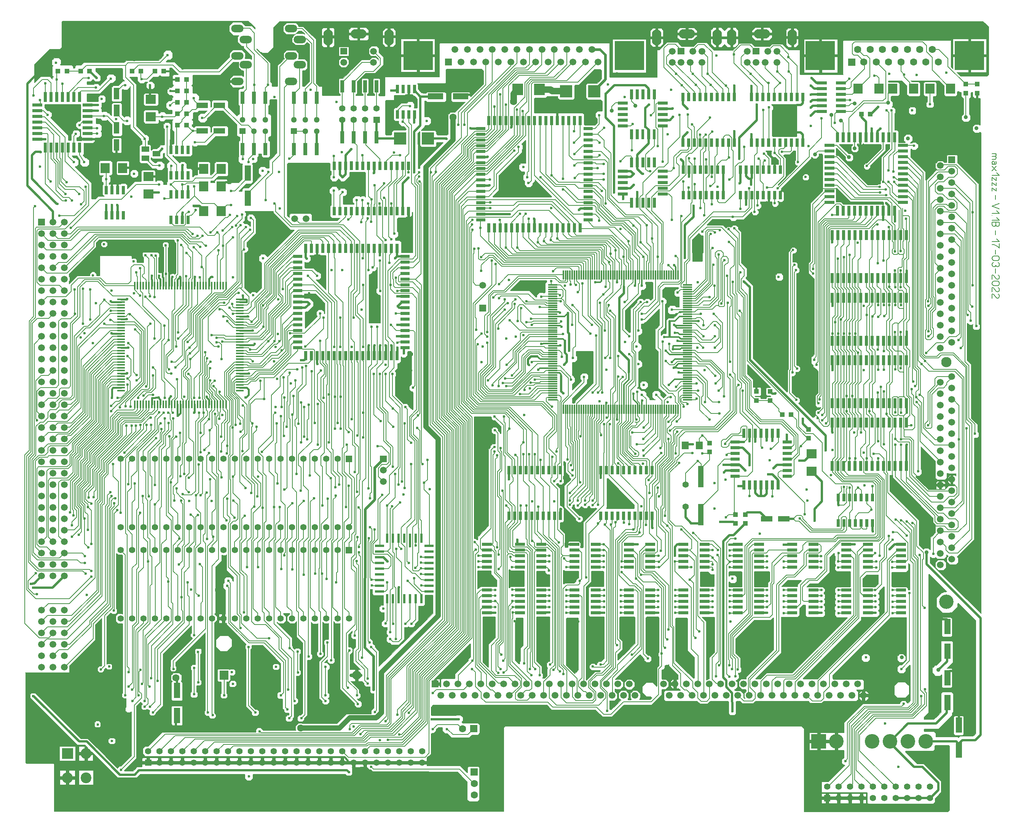
<source format=gbr>
%FSLAX34Y34*%
%MOMM*%
%LNCOPPER_TOP*%
G71*
G01*
%ADD10C,0.600*%
%ADD11R,0.640X2.200*%
%ADD12R,2.200X0.640*%
%ADD13R,0.640X2.100*%
%ADD14R,2.100X0.640*%
%ADD15R,0.450X1.800*%
%ADD16R,1.800X0.450*%
%ADD17R,0.320X2.080*%
%ADD18R,2.080X0.320*%
%ADD19R,2.240X0.700*%
%ADD20C,1.400*%
%ADD21C,2.000*%
%ADD22R,0.700X1.900*%
%ADD23C,1.520*%
%ADD24C,3.200*%
%ADD25C,2.300*%
%ADD26C,1.600*%
%ADD27C,1.520*%
%ADD28C,2.100*%
%ADD29C,1.500*%
%ADD30C,1.800*%
%ADD31R,2.200X0.750*%
%ADD32R,0.600X2.000*%
%ADD33R,2.000X0.600*%
%ADD34R,0.700X1.800*%
%ADD35R,1.300X4.700*%
%ADD36C,1.400*%
%ADD37C,1.400*%
%ADD38R,0.900X2.700*%
%ADD39C,1.280*%
%ADD40C,2.400*%
%ADD41C,3.250*%
%ADD42R,1.400X3.400*%
%ADD43R,2.600X1.300*%
%ADD44R,1.300X2.600*%
%ADD45R,3.400X1.400*%
%ADD46R,1.700X1.200*%
%ADD47R,2.700X2.700*%
%ADD48R,2.400X2.600*%
%ADD49R,2.000X2.200*%
%ADD50R,2.200X2.000*%
%ADD51R,1.100X1.100*%
%ADD52R,1.500X1.800*%
%ADD53C,0.900*%
%ADD54C,0.150*%
%ADD55C,0.500*%
%ADD56C,0.300*%
%ADD57C,1.600*%
%ADD58C,1.400*%
%ADD59C,0.600*%
%ADD60C,1.200*%
%ADD61C,0.400*%
%ADD62C,0.100*%
%ADD63C,0.800*%
%ADD64C,0.200*%
%ADD65C,0.250*%
%ADD66C,0.222*%
%LPD*%
X173831Y794544D02*
G54D10*
D03*
X321469Y-547687D02*
G54D10*
D03*
X1961454Y511447D02*
G54D11*
D03*
X1974154Y511447D02*
G54D11*
D03*
X1986854Y511447D02*
G54D11*
D03*
X1999555Y511447D02*
G54D11*
D03*
X2012256Y511447D02*
G54D11*
D03*
X2024956Y511447D02*
G54D11*
D03*
X2043051Y529741D02*
G54D12*
D03*
X2043051Y542441D02*
G54D12*
D03*
X2043051Y555141D02*
G54D12*
D03*
X2043051Y567841D02*
G54D12*
D03*
X2043051Y580541D02*
G54D12*
D03*
X2043051Y593241D02*
G54D12*
D03*
X2043051Y605941D02*
G54D12*
D03*
X2043051Y618641D02*
G54D12*
D03*
X2043051Y631341D02*
G54D12*
D03*
X2043051Y644041D02*
G54D12*
D03*
X2043051Y656741D02*
G54D12*
D03*
X2024956Y674836D02*
G54D11*
D03*
X2012256Y674836D02*
G54D11*
D03*
X1999555Y674836D02*
G54D11*
D03*
X1986854Y674836D02*
G54D11*
D03*
X1974154Y674836D02*
G54D11*
D03*
X1961454Y674836D02*
G54D11*
D03*
X1948754Y674836D02*
G54D11*
D03*
X1936054Y674836D02*
G54D11*
D03*
X1923354Y674836D02*
G54D11*
D03*
X1910654Y674836D02*
G54D11*
D03*
X1897954Y674836D02*
G54D11*
D03*
X1879660Y656741D02*
G54D12*
D03*
X1879660Y644041D02*
G54D12*
D03*
X1879660Y631341D02*
G54D12*
D03*
X1879660Y618641D02*
G54D12*
D03*
X1879660Y605941D02*
G54D12*
D03*
X1879660Y593241D02*
G54D12*
D03*
X1879660Y580541D02*
G54D12*
D03*
X1879660Y567841D02*
G54D12*
D03*
X1879660Y555141D02*
G54D12*
D03*
X1879660Y542441D02*
G54D12*
D03*
X1879660Y529741D02*
G54D12*
D03*
X1897954Y511447D02*
G54D11*
D03*
X1910654Y511447D02*
G54D11*
D03*
X1923354Y511447D02*
G54D11*
D03*
X1936054Y511447D02*
G54D11*
D03*
X1948754Y511447D02*
G54D11*
D03*
X1223651Y473757D02*
G54D13*
D03*
X1236351Y473757D02*
G54D13*
D03*
X1249051Y473757D02*
G54D13*
D03*
X1261751Y473757D02*
G54D13*
D03*
X1274451Y473757D02*
G54D13*
D03*
X1287151Y473757D02*
G54D13*
D03*
X1299851Y473757D02*
G54D13*
D03*
X1312551Y473757D02*
G54D13*
D03*
X1325251Y473757D02*
G54D13*
D03*
X1343048Y491355D02*
G54D14*
D03*
X1343048Y504055D02*
G54D14*
D03*
X1343048Y516755D02*
G54D14*
D03*
X1343048Y529455D02*
G54D14*
D03*
X1343048Y542155D02*
G54D14*
D03*
X1343048Y554855D02*
G54D14*
D03*
X1343048Y567555D02*
G54D14*
D03*
X1343048Y580255D02*
G54D14*
D03*
X1343048Y592955D02*
G54D14*
D03*
X1343048Y605655D02*
G54D14*
D03*
X1343048Y618355D02*
G54D14*
D03*
X1343048Y631055D02*
G54D14*
D03*
X1343048Y643755D02*
G54D14*
D03*
X1343048Y656455D02*
G54D14*
D03*
X1343048Y669155D02*
G54D14*
D03*
X1343048Y681855D02*
G54D14*
D03*
X1343048Y694555D02*
G54D14*
D03*
X1325251Y712352D02*
G54D13*
D03*
X1312551Y712352D02*
G54D13*
D03*
X1299851Y712352D02*
G54D13*
D03*
X1287151Y712352D02*
G54D13*
D03*
X1274451Y712352D02*
G54D13*
D03*
X1261751Y712352D02*
G54D13*
D03*
X1249051Y712352D02*
G54D13*
D03*
X1236351Y712352D02*
G54D13*
D03*
X1223651Y712352D02*
G54D13*
D03*
X1210951Y712352D02*
G54D13*
D03*
X1198251Y712352D02*
G54D13*
D03*
X1185551Y712352D02*
G54D13*
D03*
X1172851Y712352D02*
G54D13*
D03*
X1160151Y712352D02*
G54D13*
D03*
X1147451Y712352D02*
G54D13*
D03*
X1134751Y712352D02*
G54D13*
D03*
X1122051Y712352D02*
G54D13*
D03*
X1104254Y694555D02*
G54D14*
D03*
X1104254Y681855D02*
G54D14*
D03*
X1104254Y669155D02*
G54D14*
D03*
X1104254Y656455D02*
G54D14*
D03*
X1104254Y643755D02*
G54D14*
D03*
X1104254Y631055D02*
G54D14*
D03*
X1104254Y618355D02*
G54D14*
D03*
X1104254Y605655D02*
G54D14*
D03*
X1104254Y592955D02*
G54D14*
D03*
X1104254Y580255D02*
G54D14*
D03*
X1104254Y567555D02*
G54D14*
D03*
X1104254Y554855D02*
G54D14*
D03*
X1104254Y542155D02*
G54D14*
D03*
X1104254Y529455D02*
G54D14*
D03*
X1104254Y516755D02*
G54D14*
D03*
X1104254Y504055D02*
G54D14*
D03*
X1104254Y491355D02*
G54D14*
D03*
X1122051Y473757D02*
G54D13*
D03*
X1134751Y473757D02*
G54D13*
D03*
X1147451Y473757D02*
G54D13*
D03*
X1160151Y473757D02*
G54D13*
D03*
X1172851Y473757D02*
G54D13*
D03*
X1185551Y473757D02*
G54D13*
D03*
X1198251Y473757D02*
G54D13*
D03*
X1210951Y473757D02*
G54D13*
D03*
X334735Y80886D02*
G54D15*
D03*
X341135Y80886D02*
G54D15*
D03*
X347435Y80886D02*
G54D15*
D03*
X353735Y80886D02*
G54D15*
D03*
X360135Y80886D02*
G54D15*
D03*
X366535Y80886D02*
G54D15*
D03*
X372835Y80886D02*
G54D15*
D03*
X379135Y80886D02*
G54D15*
D03*
X385535Y80886D02*
G54D15*
D03*
X391935Y80886D02*
G54D15*
D03*
X398235Y80886D02*
G54D15*
D03*
X404535Y80886D02*
G54D15*
D03*
X410935Y80886D02*
G54D15*
D03*
X417335Y80886D02*
G54D15*
D03*
X423635Y80886D02*
G54D15*
D03*
X429935Y80886D02*
G54D15*
D03*
X436335Y80886D02*
G54D15*
D03*
X442735Y80886D02*
G54D15*
D03*
X449035Y80886D02*
G54D15*
D03*
X455335Y80886D02*
G54D15*
D03*
X461735Y80886D02*
G54D15*
D03*
X468135Y80886D02*
G54D15*
D03*
X474435Y80886D02*
G54D15*
D03*
X480735Y80886D02*
G54D15*
D03*
X487135Y80886D02*
G54D15*
D03*
X493535Y80886D02*
G54D15*
D03*
X499835Y80886D02*
G54D15*
D03*
X506135Y80886D02*
G54D15*
D03*
X512535Y80886D02*
G54D15*
D03*
X518935Y80886D02*
G54D15*
D03*
X525235Y80886D02*
G54D15*
D03*
X531535Y80886D02*
G54D15*
D03*
X537935Y80886D02*
G54D15*
D03*
X568335Y111286D02*
G54D16*
D03*
X568335Y117686D02*
G54D16*
D03*
X568335Y123986D02*
G54D16*
D03*
X568335Y130286D02*
G54D16*
D03*
X568335Y136686D02*
G54D16*
D03*
X568335Y143086D02*
G54D16*
D03*
X568335Y149386D02*
G54D16*
D03*
X568335Y155686D02*
G54D16*
D03*
X568335Y162086D02*
G54D16*
D03*
X568335Y168486D02*
G54D16*
D03*
X568335Y174786D02*
G54D16*
D03*
X568335Y181086D02*
G54D16*
D03*
X568335Y187486D02*
G54D16*
D03*
X568335Y193886D02*
G54D16*
D03*
X568335Y200186D02*
G54D16*
D03*
X568335Y206486D02*
G54D16*
D03*
X568335Y212886D02*
G54D16*
D03*
X568335Y219286D02*
G54D16*
D03*
X568335Y225586D02*
G54D16*
D03*
X568335Y231886D02*
G54D16*
D03*
X568335Y238286D02*
G54D16*
D03*
X568335Y244686D02*
G54D16*
D03*
X568335Y250986D02*
G54D16*
D03*
X568335Y257286D02*
G54D16*
D03*
X568335Y263686D02*
G54D16*
D03*
X568335Y270086D02*
G54D16*
D03*
X568335Y276386D02*
G54D16*
D03*
X568335Y282686D02*
G54D16*
D03*
X568335Y289086D02*
G54D16*
D03*
X568335Y295486D02*
G54D16*
D03*
X568335Y301786D02*
G54D16*
D03*
X568335Y308086D02*
G54D16*
D03*
X568335Y314486D02*
G54D16*
D03*
X537935Y344886D02*
G54D15*
D03*
X531535Y344886D02*
G54D15*
D03*
X525235Y344886D02*
G54D15*
D03*
X518935Y344886D02*
G54D15*
D03*
X512535Y344886D02*
G54D15*
D03*
X506135Y344886D02*
G54D15*
D03*
X499835Y344886D02*
G54D15*
D03*
X493535Y344886D02*
G54D15*
D03*
X487135Y344886D02*
G54D15*
D03*
X480735Y344886D02*
G54D15*
D03*
X474435Y344886D02*
G54D15*
D03*
X468135Y344886D02*
G54D15*
D03*
X461735Y344886D02*
G54D15*
D03*
X455335Y344886D02*
G54D15*
D03*
X449035Y344886D02*
G54D15*
D03*
X442735Y344886D02*
G54D15*
D03*
X436335Y344886D02*
G54D15*
D03*
X429935Y344886D02*
G54D15*
D03*
X423635Y344886D02*
G54D15*
D03*
X417335Y344886D02*
G54D15*
D03*
X410935Y344886D02*
G54D15*
D03*
X404535Y344886D02*
G54D15*
D03*
X398235Y344886D02*
G54D15*
D03*
X391935Y344886D02*
G54D15*
D03*
X385535Y344886D02*
G54D15*
D03*
X379135Y344886D02*
G54D15*
D03*
X372835Y344886D02*
G54D15*
D03*
X366535Y344886D02*
G54D15*
D03*
X360135Y344886D02*
G54D15*
D03*
X353735Y344886D02*
G54D15*
D03*
X347435Y344886D02*
G54D15*
D03*
X341135Y344886D02*
G54D15*
D03*
X334735Y344886D02*
G54D15*
D03*
X304335Y314486D02*
G54D16*
D03*
X304335Y308086D02*
G54D16*
D03*
X304335Y301786D02*
G54D16*
D03*
X304335Y295486D02*
G54D16*
D03*
X304335Y289086D02*
G54D16*
D03*
X304335Y282686D02*
G54D16*
D03*
X304335Y276386D02*
G54D16*
D03*
X304335Y270086D02*
G54D16*
D03*
X304335Y263686D02*
G54D16*
D03*
X304335Y257286D02*
G54D16*
D03*
X304335Y250986D02*
G54D16*
D03*
X304335Y244686D02*
G54D16*
D03*
X304335Y238286D02*
G54D16*
D03*
X304335Y231886D02*
G54D16*
D03*
X304335Y225586D02*
G54D16*
D03*
X304335Y219286D02*
G54D16*
D03*
X304335Y212886D02*
G54D16*
D03*
X304335Y206486D02*
G54D16*
D03*
X304335Y200186D02*
G54D16*
D03*
X304335Y193886D02*
G54D16*
D03*
X304335Y187486D02*
G54D16*
D03*
X304335Y181086D02*
G54D16*
D03*
X304335Y174786D02*
G54D16*
D03*
X304335Y168486D02*
G54D16*
D03*
X304335Y162086D02*
G54D16*
D03*
X304335Y155686D02*
G54D16*
D03*
X304335Y149386D02*
G54D16*
D03*
X304335Y143086D02*
G54D16*
D03*
X304335Y136686D02*
G54D16*
D03*
X304335Y130286D02*
G54D16*
D03*
X304335Y123986D02*
G54D16*
D03*
X304335Y117686D02*
G54D16*
D03*
X304335Y111286D02*
G54D16*
D03*
X1287859Y69140D02*
G54D17*
D03*
X1292859Y69140D02*
G54D17*
D03*
X1297859Y69140D02*
G54D17*
D03*
X1302859Y69140D02*
G54D17*
D03*
X1307859Y69140D02*
G54D17*
D03*
X1312859Y69140D02*
G54D17*
D03*
X1317859Y69140D02*
G54D17*
D03*
X1322859Y69140D02*
G54D17*
D03*
X1327859Y69140D02*
G54D17*
D03*
X1332859Y69140D02*
G54D17*
D03*
X1337859Y69140D02*
G54D17*
D03*
X1342859Y69140D02*
G54D17*
D03*
X1347859Y69140D02*
G54D17*
D03*
X1352859Y69140D02*
G54D17*
D03*
X1357859Y69140D02*
G54D17*
D03*
X1362859Y69140D02*
G54D17*
D03*
X1367859Y69140D02*
G54D17*
D03*
X1372859Y69140D02*
G54D17*
D03*
X1377859Y69140D02*
G54D17*
D03*
X1382859Y69140D02*
G54D17*
D03*
X1387859Y69140D02*
G54D17*
D03*
X1392859Y69140D02*
G54D17*
D03*
X1397859Y69140D02*
G54D17*
D03*
X1402859Y69140D02*
G54D17*
D03*
X1407859Y69140D02*
G54D17*
D03*
X1412859Y69140D02*
G54D17*
D03*
X1417859Y69140D02*
G54D17*
D03*
X1422859Y69140D02*
G54D17*
D03*
X1427859Y69140D02*
G54D17*
D03*
X1432859Y69140D02*
G54D17*
D03*
X1437859Y69140D02*
G54D17*
D03*
X1442859Y69140D02*
G54D17*
D03*
X1447859Y69140D02*
G54D17*
D03*
X1452859Y69140D02*
G54D17*
D03*
X1457859Y69140D02*
G54D17*
D03*
X1462859Y69140D02*
G54D17*
D03*
X1467859Y69140D02*
G54D17*
D03*
X1472859Y69140D02*
G54D17*
D03*
X1477859Y69140D02*
G54D17*
D03*
X1482859Y69140D02*
G54D17*
D03*
X1487859Y69140D02*
G54D17*
D03*
X1492859Y69140D02*
G54D17*
D03*
X1497859Y69140D02*
G54D17*
D03*
X1502859Y69140D02*
G54D17*
D03*
X1507859Y69140D02*
G54D17*
D03*
X1512859Y69140D02*
G54D17*
D03*
X1517859Y69140D02*
G54D17*
D03*
X1522859Y69140D02*
G54D17*
D03*
X1527859Y69140D02*
G54D17*
D03*
X1532859Y69140D02*
G54D17*
D03*
X1537859Y69140D02*
G54D17*
D03*
X1542859Y69140D02*
G54D17*
D03*
X1563947Y91022D02*
G54D18*
D03*
X1563947Y96022D02*
G54D18*
D03*
X1563947Y101022D02*
G54D18*
D03*
X1563947Y106022D02*
G54D18*
D03*
X1563947Y111022D02*
G54D18*
D03*
X1563947Y116022D02*
G54D18*
D03*
X1563947Y121022D02*
G54D18*
D03*
X1563947Y126022D02*
G54D18*
D03*
X1563947Y131022D02*
G54D18*
D03*
X1563947Y136022D02*
G54D18*
D03*
X1563947Y141022D02*
G54D18*
D03*
X1563947Y146022D02*
G54D18*
D03*
X1563947Y151022D02*
G54D18*
D03*
X1563947Y156022D02*
G54D18*
D03*
X1563947Y161022D02*
G54D18*
D03*
X1563947Y166022D02*
G54D18*
D03*
X1563947Y171022D02*
G54D18*
D03*
X1563947Y176022D02*
G54D18*
D03*
X1563947Y181022D02*
G54D18*
D03*
X1563947Y186022D02*
G54D18*
D03*
X1563947Y191022D02*
G54D18*
D03*
X1563947Y196022D02*
G54D18*
D03*
X1563947Y201022D02*
G54D18*
D03*
X1563947Y206022D02*
G54D18*
D03*
X1563947Y211022D02*
G54D18*
D03*
X1563947Y216022D02*
G54D18*
D03*
X1563947Y221022D02*
G54D18*
D03*
X1563947Y226022D02*
G54D18*
D03*
X1563947Y231022D02*
G54D18*
D03*
X1563947Y236022D02*
G54D18*
D03*
X1563947Y241022D02*
G54D18*
D03*
X1563947Y246022D02*
G54D18*
D03*
X1563947Y251022D02*
G54D18*
D03*
X1563947Y256022D02*
G54D18*
D03*
X1563947Y261022D02*
G54D18*
D03*
X1563947Y266022D02*
G54D18*
D03*
X1563947Y271022D02*
G54D18*
D03*
X1563947Y276022D02*
G54D18*
D03*
X1563947Y281022D02*
G54D18*
D03*
X1563947Y286022D02*
G54D18*
D03*
X1563947Y291022D02*
G54D18*
D03*
X1563947Y296022D02*
G54D18*
D03*
X1563947Y301022D02*
G54D18*
D03*
X1563947Y306022D02*
G54D18*
D03*
X1563947Y311022D02*
G54D18*
D03*
X1563947Y316022D02*
G54D18*
D03*
X1563947Y321022D02*
G54D18*
D03*
X1563947Y326022D02*
G54D18*
D03*
X1563947Y331022D02*
G54D18*
D03*
X1563947Y336022D02*
G54D18*
D03*
X1563947Y341022D02*
G54D18*
D03*
X1563947Y346022D02*
G54D18*
D03*
X1542859Y368300D02*
G54D17*
D03*
X1537859Y368300D02*
G54D17*
D03*
X1532859Y368300D02*
G54D17*
D03*
X1527859Y368300D02*
G54D17*
D03*
X1522859Y368300D02*
G54D17*
D03*
X1517859Y368300D02*
G54D17*
D03*
X1512859Y368300D02*
G54D17*
D03*
X1507859Y368300D02*
G54D17*
D03*
X1502859Y368300D02*
G54D17*
D03*
X1497859Y368300D02*
G54D17*
D03*
X1492859Y368300D02*
G54D17*
D03*
X1487859Y368300D02*
G54D17*
D03*
X1482859Y368300D02*
G54D17*
D03*
X1477859Y368300D02*
G54D17*
D03*
X1472859Y368300D02*
G54D17*
D03*
X1467859Y368300D02*
G54D17*
D03*
X1462859Y368300D02*
G54D17*
D03*
X1457859Y368300D02*
G54D17*
D03*
X1452859Y368300D02*
G54D17*
D03*
X1447859Y368300D02*
G54D17*
D03*
X1442859Y368300D02*
G54D17*
D03*
X1437859Y368300D02*
G54D17*
D03*
X1432859Y368300D02*
G54D17*
D03*
X1427859Y368300D02*
G54D17*
D03*
X1422859Y368300D02*
G54D17*
D03*
X1417859Y368300D02*
G54D17*
D03*
X1412859Y368300D02*
G54D17*
D03*
X1407859Y368300D02*
G54D17*
D03*
X1402859Y368300D02*
G54D17*
D03*
X1397859Y368300D02*
G54D17*
D03*
X1392859Y368300D02*
G54D17*
D03*
X1387859Y368300D02*
G54D17*
D03*
X1382859Y368300D02*
G54D17*
D03*
X1377859Y368300D02*
G54D17*
D03*
X1372859Y368300D02*
G54D17*
D03*
X1367859Y368300D02*
G54D17*
D03*
X1362859Y368300D02*
G54D17*
D03*
X1357859Y368300D02*
G54D17*
D03*
X1352859Y368300D02*
G54D17*
D03*
X1347859Y368300D02*
G54D17*
D03*
X1342859Y368300D02*
G54D17*
D03*
X1337859Y368300D02*
G54D17*
D03*
X1332859Y368300D02*
G54D17*
D03*
X1327859Y368300D02*
G54D17*
D03*
X1322859Y368300D02*
G54D17*
D03*
X1317859Y368300D02*
G54D17*
D03*
X1312859Y368300D02*
G54D17*
D03*
X1307859Y368300D02*
G54D17*
D03*
X1302859Y368300D02*
G54D17*
D03*
X1297859Y368300D02*
G54D17*
D03*
X1292859Y368300D02*
G54D17*
D03*
X1287859Y368300D02*
G54D17*
D03*
X1264788Y346022D02*
G54D18*
D03*
X1264788Y341022D02*
G54D18*
D03*
X1264788Y336022D02*
G54D18*
D03*
X1264788Y331022D02*
G54D18*
D03*
X1264788Y326022D02*
G54D18*
D03*
X1264788Y321022D02*
G54D18*
D03*
X1264788Y316022D02*
G54D18*
D03*
X1264788Y311022D02*
G54D18*
D03*
X1264788Y306022D02*
G54D18*
D03*
X1264788Y301022D02*
G54D18*
D03*
X1264788Y296022D02*
G54D18*
D03*
X1264788Y291022D02*
G54D18*
D03*
X1264788Y286022D02*
G54D18*
D03*
X1264788Y281022D02*
G54D18*
D03*
X1264788Y276022D02*
G54D18*
D03*
X1264788Y271022D02*
G54D18*
D03*
X1264788Y266022D02*
G54D18*
D03*
X1264788Y261022D02*
G54D18*
D03*
X1264788Y256022D02*
G54D18*
D03*
X1264788Y251022D02*
G54D18*
D03*
X1264788Y246022D02*
G54D18*
D03*
X1264788Y241022D02*
G54D18*
D03*
X1264788Y236022D02*
G54D18*
D03*
X1264788Y231022D02*
G54D18*
D03*
X1264788Y226022D02*
G54D18*
D03*
X1264788Y221022D02*
G54D18*
D03*
X1264788Y216022D02*
G54D18*
D03*
X1264788Y211022D02*
G54D18*
D03*
X1264788Y206022D02*
G54D18*
D03*
X1264788Y201022D02*
G54D18*
D03*
X1264788Y196022D02*
G54D18*
D03*
X1264788Y191022D02*
G54D18*
D03*
X1264788Y186022D02*
G54D18*
D03*
X1264788Y181022D02*
G54D18*
D03*
X1264788Y176022D02*
G54D18*
D03*
X1264788Y171022D02*
G54D18*
D03*
X1264788Y166022D02*
G54D18*
D03*
X1264788Y161022D02*
G54D18*
D03*
X1264788Y156022D02*
G54D18*
D03*
X1264788Y151022D02*
G54D18*
D03*
X1264788Y146022D02*
G54D18*
D03*
X1264788Y141022D02*
G54D18*
D03*
X1264788Y136022D02*
G54D18*
D03*
X1264788Y131022D02*
G54D18*
D03*
X1264788Y126022D02*
G54D18*
D03*
X1264788Y121022D02*
G54D18*
D03*
X1264788Y116022D02*
G54D18*
D03*
X1264788Y111022D02*
G54D18*
D03*
X1264788Y106022D02*
G54D18*
D03*
X1264788Y101022D02*
G54D18*
D03*
X1264788Y96022D02*
G54D18*
D03*
X1264788Y91022D02*
G54D18*
D03*
X816457Y189198D02*
G54D13*
D03*
X829157Y189198D02*
G54D13*
D03*
X841857Y189198D02*
G54D13*
D03*
X854557Y189198D02*
G54D13*
D03*
X867257Y189198D02*
G54D13*
D03*
X879957Y189198D02*
G54D13*
D03*
X892657Y189198D02*
G54D13*
D03*
X905357Y189198D02*
G54D13*
D03*
X918057Y189198D02*
G54D13*
D03*
X935854Y206795D02*
G54D14*
D03*
X935854Y219495D02*
G54D14*
D03*
X935854Y232195D02*
G54D14*
D03*
X935854Y244895D02*
G54D14*
D03*
X935854Y257595D02*
G54D14*
D03*
X935854Y270295D02*
G54D14*
D03*
X935854Y282995D02*
G54D14*
D03*
X935854Y295695D02*
G54D14*
D03*
X935854Y308395D02*
G54D14*
D03*
X935854Y321095D02*
G54D14*
D03*
X935854Y333795D02*
G54D14*
D03*
X935854Y346495D02*
G54D14*
D03*
X935854Y359195D02*
G54D14*
D03*
X935854Y371895D02*
G54D14*
D03*
X935854Y384595D02*
G54D14*
D03*
X935854Y397295D02*
G54D14*
D03*
X935854Y409995D02*
G54D14*
D03*
X918057Y427792D02*
G54D13*
D03*
X905357Y427792D02*
G54D13*
D03*
X892657Y427792D02*
G54D13*
D03*
X879957Y427792D02*
G54D13*
D03*
X867257Y427792D02*
G54D13*
D03*
X854557Y427792D02*
G54D13*
D03*
X841857Y427792D02*
G54D13*
D03*
X829157Y427792D02*
G54D13*
D03*
X816457Y427792D02*
G54D13*
D03*
X803757Y427792D02*
G54D13*
D03*
X791057Y427792D02*
G54D13*
D03*
X778357Y427792D02*
G54D13*
D03*
X765657Y427792D02*
G54D13*
D03*
X752957Y427792D02*
G54D13*
D03*
X740257Y427792D02*
G54D13*
D03*
X727557Y427792D02*
G54D13*
D03*
X714857Y427792D02*
G54D13*
D03*
X697060Y409995D02*
G54D14*
D03*
X697060Y397295D02*
G54D14*
D03*
X697060Y384595D02*
G54D14*
D03*
X697060Y371895D02*
G54D14*
D03*
X697060Y359195D02*
G54D14*
D03*
X697060Y346495D02*
G54D14*
D03*
X697060Y333795D02*
G54D14*
D03*
X697060Y321095D02*
G54D14*
D03*
X697060Y308395D02*
G54D14*
D03*
X697060Y295695D02*
G54D14*
D03*
X697060Y282995D02*
G54D14*
D03*
X697060Y270295D02*
G54D14*
D03*
X697060Y257595D02*
G54D14*
D03*
X697060Y244895D02*
G54D14*
D03*
X697060Y232195D02*
G54D14*
D03*
X697060Y219495D02*
G54D14*
D03*
X697060Y206795D02*
G54D14*
D03*
X714857Y189198D02*
G54D13*
D03*
X727557Y189198D02*
G54D13*
D03*
X740257Y189198D02*
G54D13*
D03*
X752957Y189198D02*
G54D13*
D03*
X765657Y189198D02*
G54D13*
D03*
X778357Y189198D02*
G54D13*
D03*
X791057Y189198D02*
G54D13*
D03*
X803757Y189198D02*
G54D13*
D03*
X1118371Y-231290D02*
G54D19*
D03*
X1118371Y-243990D02*
G54D19*
D03*
X1118371Y-256690D02*
G54D19*
D03*
X1118371Y-269390D02*
G54D19*
D03*
X1118371Y-282090D02*
G54D19*
D03*
X1118371Y-332890D02*
G54D19*
D03*
X1118371Y-345590D02*
G54D19*
D03*
X1118371Y-358290D02*
G54D19*
D03*
X1118371Y-370990D02*
G54D19*
D03*
X1118371Y-383690D02*
G54D19*
D03*
X1191958Y-383690D02*
G54D19*
D03*
X1191958Y-370990D02*
G54D19*
D03*
X1191958Y-358290D02*
G54D19*
D03*
X1191958Y-345590D02*
G54D19*
D03*
X1191958Y-332890D02*
G54D19*
D03*
X1191958Y-282090D02*
G54D19*
D03*
X1191958Y-269390D02*
G54D19*
D03*
X1191958Y-256690D02*
G54D19*
D03*
X1191958Y-243990D02*
G54D19*
D03*
X1191958Y-231290D02*
G54D19*
D03*
X1238789Y-231290D02*
G54D19*
D03*
X1238789Y-243990D02*
G54D19*
D03*
X1238789Y-256690D02*
G54D19*
D03*
X1238789Y-269390D02*
G54D19*
D03*
X1238789Y-282090D02*
G54D19*
D03*
X1238789Y-332890D02*
G54D19*
D03*
X1238789Y-345590D02*
G54D19*
D03*
X1238789Y-358290D02*
G54D19*
D03*
X1238789Y-370990D02*
G54D19*
D03*
X1238789Y-383690D02*
G54D19*
D03*
X1312376Y-383690D02*
G54D19*
D03*
X1312376Y-370990D02*
G54D19*
D03*
X1312376Y-358290D02*
G54D19*
D03*
X1312376Y-345590D02*
G54D19*
D03*
X1312376Y-332890D02*
G54D19*
D03*
X1312376Y-282090D02*
G54D19*
D03*
X1312376Y-269390D02*
G54D19*
D03*
X1312376Y-256690D02*
G54D19*
D03*
X1312376Y-243990D02*
G54D19*
D03*
X1312376Y-231290D02*
G54D19*
D03*
X1360001Y-231290D02*
G54D19*
D03*
X1360001Y-243990D02*
G54D19*
D03*
X1360001Y-256690D02*
G54D19*
D03*
X1360001Y-269390D02*
G54D19*
D03*
X1360001Y-282090D02*
G54D19*
D03*
X1360001Y-332890D02*
G54D19*
D03*
X1360001Y-345590D02*
G54D19*
D03*
X1360001Y-358290D02*
G54D19*
D03*
X1360001Y-370990D02*
G54D19*
D03*
X1360001Y-383690D02*
G54D19*
D03*
X1433588Y-383690D02*
G54D19*
D03*
X1433588Y-370990D02*
G54D19*
D03*
X1433588Y-358290D02*
G54D19*
D03*
X1433588Y-345590D02*
G54D19*
D03*
X1433588Y-332890D02*
G54D19*
D03*
X1433588Y-282090D02*
G54D19*
D03*
X1433588Y-269390D02*
G54D19*
D03*
X1433588Y-256690D02*
G54D19*
D03*
X1433588Y-243990D02*
G54D19*
D03*
X1433588Y-231290D02*
G54D19*
D03*
X1481213Y-231290D02*
G54D19*
D03*
X1481213Y-243990D02*
G54D19*
D03*
X1481213Y-256690D02*
G54D19*
D03*
X1481213Y-269390D02*
G54D19*
D03*
X1481213Y-282090D02*
G54D19*
D03*
X1481213Y-332890D02*
G54D19*
D03*
X1481213Y-345590D02*
G54D19*
D03*
X1481213Y-358290D02*
G54D19*
D03*
X1481213Y-370990D02*
G54D19*
D03*
X1481213Y-383690D02*
G54D19*
D03*
X1554800Y-383690D02*
G54D19*
D03*
X1554800Y-370990D02*
G54D19*
D03*
X1554800Y-358290D02*
G54D19*
D03*
X1554800Y-345590D02*
G54D19*
D03*
X1554800Y-332890D02*
G54D19*
D03*
X1554800Y-282090D02*
G54D19*
D03*
X1554800Y-269390D02*
G54D19*
D03*
X1554800Y-256690D02*
G54D19*
D03*
X1554800Y-243990D02*
G54D19*
D03*
X1554800Y-231290D02*
G54D19*
D03*
X1602425Y-231290D02*
G54D19*
D03*
X1602425Y-243990D02*
G54D19*
D03*
X1602425Y-256690D02*
G54D19*
D03*
X1602425Y-269390D02*
G54D19*
D03*
X1602425Y-282090D02*
G54D19*
D03*
X1602425Y-332890D02*
G54D19*
D03*
X1602425Y-345590D02*
G54D19*
D03*
X1602425Y-358290D02*
G54D19*
D03*
X1602425Y-370990D02*
G54D19*
D03*
X1602425Y-383690D02*
G54D19*
D03*
X1676012Y-383690D02*
G54D19*
D03*
X1676012Y-370990D02*
G54D19*
D03*
X1676012Y-358290D02*
G54D19*
D03*
X1676012Y-345590D02*
G54D19*
D03*
X1676012Y-332890D02*
G54D19*
D03*
X1676012Y-282090D02*
G54D19*
D03*
X1676012Y-269390D02*
G54D19*
D03*
X1676012Y-256690D02*
G54D19*
D03*
X1676012Y-243990D02*
G54D19*
D03*
X1676012Y-231290D02*
G54D19*
D03*
X1723637Y-231290D02*
G54D19*
D03*
X1723637Y-243990D02*
G54D19*
D03*
X1723637Y-256690D02*
G54D19*
D03*
X1723637Y-269390D02*
G54D19*
D03*
X1723637Y-282090D02*
G54D19*
D03*
X1723637Y-332890D02*
G54D19*
D03*
X1723637Y-345590D02*
G54D19*
D03*
X1723637Y-358290D02*
G54D19*
D03*
X1723637Y-370990D02*
G54D19*
D03*
X1723637Y-383690D02*
G54D19*
D03*
X1797224Y-383690D02*
G54D19*
D03*
X1797224Y-370990D02*
G54D19*
D03*
X1797224Y-358290D02*
G54D19*
D03*
X1797224Y-345590D02*
G54D19*
D03*
X1797224Y-332890D02*
G54D19*
D03*
X1797224Y-282090D02*
G54D19*
D03*
X1797224Y-269390D02*
G54D19*
D03*
X1797224Y-256690D02*
G54D19*
D03*
X1797224Y-243990D02*
G54D19*
D03*
X1797224Y-231290D02*
G54D19*
D03*
X1844056Y-231290D02*
G54D19*
D03*
X1844056Y-243990D02*
G54D19*
D03*
X1844056Y-256690D02*
G54D19*
D03*
X1844056Y-269390D02*
G54D19*
D03*
X1844056Y-282090D02*
G54D19*
D03*
X1844055Y-332890D02*
G54D19*
D03*
X1844055Y-345590D02*
G54D19*
D03*
X1844055Y-358290D02*
G54D19*
D03*
X1844055Y-370990D02*
G54D19*
D03*
X1844055Y-383690D02*
G54D19*
D03*
X1917642Y-383690D02*
G54D19*
D03*
X1917642Y-370990D02*
G54D19*
D03*
X1917642Y-358290D02*
G54D19*
D03*
X1917642Y-345590D02*
G54D19*
D03*
X1917642Y-332890D02*
G54D19*
D03*
X1917642Y-282090D02*
G54D19*
D03*
X1917642Y-269390D02*
G54D19*
D03*
X1917642Y-256690D02*
G54D19*
D03*
X1917642Y-243990D02*
G54D19*
D03*
X1917642Y-231290D02*
G54D19*
D03*
X1965268Y-231290D02*
G54D19*
D03*
X1965268Y-243990D02*
G54D19*
D03*
X1965268Y-256690D02*
G54D19*
D03*
X1965268Y-269390D02*
G54D19*
D03*
X1965268Y-282090D02*
G54D19*
D03*
X1965267Y-332890D02*
G54D19*
D03*
X1965267Y-345590D02*
G54D19*
D03*
X1965267Y-358290D02*
G54D19*
D03*
X1965267Y-370990D02*
G54D19*
D03*
X1965267Y-383690D02*
G54D19*
D03*
X2038854Y-383690D02*
G54D19*
D03*
X2038854Y-370990D02*
G54D19*
D03*
X2038854Y-358290D02*
G54D19*
D03*
X2038854Y-345590D02*
G54D19*
D03*
X2038854Y-332890D02*
G54D19*
D03*
X2038854Y-282090D02*
G54D19*
D03*
X2038854Y-269390D02*
G54D19*
D03*
X2038854Y-256690D02*
G54D19*
D03*
X2038854Y-243990D02*
G54D19*
D03*
X2038854Y-231290D02*
G54D19*
D03*
X2051143Y457311D02*
G54D11*
D03*
X2038443Y457310D02*
G54D11*
D03*
X2025743Y457311D02*
G54D11*
D03*
X2013043Y457311D02*
G54D11*
D03*
X2000343Y457311D02*
G54D11*
D03*
X1987643Y457311D02*
G54D11*
D03*
X1974943Y457311D02*
G54D11*
D03*
X1962243Y457311D02*
G54D11*
D03*
X1949543Y457311D02*
G54D11*
D03*
X1936843Y457311D02*
G54D11*
D03*
X1924143Y457311D02*
G54D11*
D03*
X1911443Y457311D02*
G54D11*
D03*
X1898743Y457310D02*
G54D11*
D03*
X1886043Y457310D02*
G54D11*
D03*
X1886043Y361310D02*
G54D11*
D03*
X1898743Y361311D02*
G54D11*
D03*
X1911443Y361311D02*
G54D11*
D03*
X1924143Y361311D02*
G54D11*
D03*
X1936843Y361311D02*
G54D11*
D03*
X1949543Y361311D02*
G54D11*
D03*
X1962243Y361311D02*
G54D11*
D03*
X1974943Y361311D02*
G54D11*
D03*
X1987643Y361311D02*
G54D11*
D03*
X2000343Y361310D02*
G54D11*
D03*
X2013043Y361310D02*
G54D11*
D03*
X2025743Y361311D02*
G54D11*
D03*
X2038443Y361311D02*
G54D11*
D03*
X2051143Y361311D02*
G54D11*
D03*
X2051143Y317654D02*
G54D11*
D03*
X2038443Y317654D02*
G54D11*
D03*
X2025743Y317654D02*
G54D11*
D03*
X2013043Y317654D02*
G54D11*
D03*
X2000343Y317654D02*
G54D11*
D03*
X1987643Y317654D02*
G54D11*
D03*
X1974943Y317654D02*
G54D11*
D03*
X1962243Y317654D02*
G54D11*
D03*
X1949543Y317654D02*
G54D11*
D03*
X1936843Y317654D02*
G54D11*
D03*
X1924143Y317654D02*
G54D11*
D03*
X1911443Y317654D02*
G54D11*
D03*
X1898743Y317654D02*
G54D11*
D03*
X1886043Y317654D02*
G54D11*
D03*
X1886043Y221654D02*
G54D11*
D03*
X1898743Y221654D02*
G54D11*
D03*
X1911443Y221654D02*
G54D11*
D03*
X1924143Y221654D02*
G54D11*
D03*
X1936843Y221654D02*
G54D11*
D03*
X1949543Y221654D02*
G54D11*
D03*
X1962243Y221654D02*
G54D11*
D03*
X1974943Y221654D02*
G54D11*
D03*
X1987643Y221654D02*
G54D11*
D03*
X2000343Y221654D02*
G54D11*
D03*
X2013043Y221654D02*
G54D11*
D03*
X2025743Y221654D02*
G54D11*
D03*
X2038443Y221654D02*
G54D11*
D03*
X2051143Y221654D02*
G54D11*
D03*
X2051143Y178792D02*
G54D11*
D03*
X2038443Y178792D02*
G54D11*
D03*
X2025743Y178792D02*
G54D11*
D03*
X2013043Y178792D02*
G54D11*
D03*
X2000343Y178792D02*
G54D11*
D03*
X1987643Y178792D02*
G54D11*
D03*
X1974943Y178792D02*
G54D11*
D03*
X1962243Y178792D02*
G54D11*
D03*
X1949543Y178792D02*
G54D11*
D03*
X1936843Y178792D02*
G54D11*
D03*
X1924143Y178792D02*
G54D11*
D03*
X1911443Y178792D02*
G54D11*
D03*
X1898743Y178792D02*
G54D11*
D03*
X1886043Y178792D02*
G54D11*
D03*
X1886043Y82792D02*
G54D11*
D03*
X1898743Y82792D02*
G54D11*
D03*
X1911443Y82792D02*
G54D11*
D03*
X1924143Y82792D02*
G54D11*
D03*
X1936843Y82792D02*
G54D11*
D03*
X1949543Y82792D02*
G54D11*
D03*
X1962243Y82792D02*
G54D11*
D03*
X1974943Y82792D02*
G54D11*
D03*
X1987643Y82792D02*
G54D11*
D03*
X2000343Y82792D02*
G54D11*
D03*
X2013043Y82792D02*
G54D11*
D03*
X2025743Y82792D02*
G54D11*
D03*
X2038443Y82792D02*
G54D11*
D03*
X2051143Y82792D02*
G54D11*
D03*
X2051143Y39532D02*
G54D11*
D03*
X2038443Y39532D02*
G54D11*
D03*
X2025743Y39532D02*
G54D11*
D03*
X2013043Y39532D02*
G54D11*
D03*
X2000343Y39532D02*
G54D11*
D03*
X1987643Y39532D02*
G54D11*
D03*
X1974943Y39532D02*
G54D11*
D03*
X1962243Y39532D02*
G54D11*
D03*
X1949543Y39532D02*
G54D11*
D03*
X1936843Y39532D02*
G54D11*
D03*
X1924143Y39532D02*
G54D11*
D03*
X1911443Y39532D02*
G54D11*
D03*
X1898743Y39532D02*
G54D11*
D03*
X1886043Y39532D02*
G54D11*
D03*
X1886043Y-56468D02*
G54D11*
D03*
X1898743Y-56468D02*
G54D11*
D03*
X1911443Y-56468D02*
G54D11*
D03*
X1924143Y-56468D02*
G54D11*
D03*
X1936843Y-56468D02*
G54D11*
D03*
X1949543Y-56468D02*
G54D11*
D03*
X1962243Y-56468D02*
G54D11*
D03*
X1974943Y-56468D02*
G54D11*
D03*
X1987643Y-56468D02*
G54D11*
D03*
X2000343Y-56468D02*
G54D11*
D03*
X2013043Y-56468D02*
G54D11*
D03*
X2025743Y-56468D02*
G54D11*
D03*
X2038443Y-56468D02*
G54D11*
D03*
X2051143Y-56468D02*
G54D11*
D03*
G36*
X818212Y-47878D02*
X804212Y-47878D01*
X804212Y-33878D01*
X818212Y-33878D01*
X818212Y-47878D01*
G37*
X785812Y-40878D02*
G54D20*
D03*
X760412Y-40878D02*
G54D20*
D03*
X735012Y-40878D02*
G54D20*
D03*
X709612Y-40878D02*
G54D20*
D03*
X684212Y-40878D02*
G54D20*
D03*
X658812Y-40878D02*
G54D20*
D03*
X633412Y-40878D02*
G54D20*
D03*
X608012Y-40878D02*
G54D20*
D03*
X582612Y-40878D02*
G54D20*
D03*
X557212Y-40878D02*
G54D20*
D03*
X531813Y-40878D02*
G54D20*
D03*
X506412Y-40878D02*
G54D20*
D03*
X481012Y-40878D02*
G54D20*
D03*
X455612Y-40878D02*
G54D20*
D03*
X430212Y-40878D02*
G54D20*
D03*
X404812Y-40878D02*
G54D20*
D03*
X379412Y-40878D02*
G54D20*
D03*
X354012Y-40878D02*
G54D20*
D03*
X328612Y-40878D02*
G54D20*
D03*
X328612Y-193278D02*
G54D20*
D03*
X354012Y-193278D02*
G54D20*
D03*
X379412Y-193278D02*
G54D20*
D03*
X404812Y-193278D02*
G54D20*
D03*
X430212Y-193278D02*
G54D20*
D03*
X455612Y-193278D02*
G54D20*
D03*
X481012Y-193278D02*
G54D20*
D03*
X506412Y-193278D02*
G54D20*
D03*
X531813Y-193278D02*
G54D20*
D03*
X557212Y-193278D02*
G54D20*
D03*
X582612Y-193278D02*
G54D20*
D03*
X608012Y-193278D02*
G54D20*
D03*
X633412Y-193278D02*
G54D20*
D03*
X658812Y-193278D02*
G54D20*
D03*
X684212Y-193278D02*
G54D20*
D03*
X709612Y-193278D02*
G54D20*
D03*
X735012Y-193278D02*
G54D20*
D03*
X760412Y-193278D02*
G54D20*
D03*
X785812Y-193278D02*
G54D20*
D03*
X811212Y-193278D02*
G54D20*
D03*
X303212Y-40878D02*
G54D20*
D03*
X303213Y-193278D02*
G54D20*
D03*
G36*
X818212Y-251078D02*
X804212Y-251078D01*
X804212Y-237078D01*
X818212Y-237078D01*
X818212Y-251078D01*
G37*
X785812Y-244078D02*
G54D20*
D03*
X760412Y-244078D02*
G54D20*
D03*
X735012Y-244078D02*
G54D20*
D03*
X709612Y-244078D02*
G54D20*
D03*
X684212Y-244078D02*
G54D20*
D03*
X658812Y-244078D02*
G54D20*
D03*
X633412Y-244078D02*
G54D20*
D03*
X608012Y-244078D02*
G54D20*
D03*
X582612Y-244078D02*
G54D20*
D03*
X557212Y-244078D02*
G54D20*
D03*
X531813Y-244078D02*
G54D20*
D03*
X506412Y-244078D02*
G54D20*
D03*
X481012Y-244078D02*
G54D20*
D03*
X455612Y-244078D02*
G54D20*
D03*
X430212Y-244078D02*
G54D20*
D03*
X404812Y-244078D02*
G54D20*
D03*
X379412Y-244078D02*
G54D20*
D03*
X354012Y-244078D02*
G54D20*
D03*
X328612Y-244078D02*
G54D20*
D03*
X328612Y-396478D02*
G54D20*
D03*
X354012Y-396478D02*
G54D20*
D03*
X379412Y-396478D02*
G54D20*
D03*
X404812Y-396478D02*
G54D20*
D03*
X430212Y-396478D02*
G54D20*
D03*
X455612Y-396478D02*
G54D20*
D03*
X481012Y-396478D02*
G54D20*
D03*
X506412Y-396478D02*
G54D20*
D03*
X531813Y-396478D02*
G54D20*
D03*
X557212Y-396478D02*
G54D20*
D03*
X582612Y-396478D02*
G54D20*
D03*
X608012Y-396478D02*
G54D20*
D03*
X633412Y-396478D02*
G54D20*
D03*
X658812Y-396478D02*
G54D20*
D03*
X684212Y-396478D02*
G54D20*
D03*
X709612Y-396478D02*
G54D20*
D03*
X735012Y-396478D02*
G54D20*
D03*
X760412Y-396478D02*
G54D20*
D03*
X785812Y-396478D02*
G54D20*
D03*
X811212Y-396478D02*
G54D20*
D03*
X303212Y-244078D02*
G54D20*
D03*
X303213Y-396478D02*
G54D20*
D03*
X828675Y-522288D02*
G54D21*
D03*
G36*
X523400Y-512288D02*
X543400Y-512288D01*
X543400Y-532288D01*
X523400Y-532288D01*
X523400Y-512288D01*
G37*
X1554108Y663054D02*
G54D22*
D03*
X1566808Y663054D02*
G54D22*
D03*
X1579508Y663054D02*
G54D22*
D03*
X1592208Y663054D02*
G54D22*
D03*
X1604908Y663054D02*
G54D22*
D03*
X1617608Y663054D02*
G54D22*
D03*
X1630308Y663054D02*
G54D22*
D03*
X1643008Y663054D02*
G54D22*
D03*
X1655708Y663054D02*
G54D22*
D03*
X1668408Y663054D02*
G54D22*
D03*
X1668408Y764579D02*
G54D22*
D03*
X1655708Y764579D02*
G54D22*
D03*
X1643008Y764579D02*
G54D22*
D03*
X1630308Y764579D02*
G54D22*
D03*
X1617608Y764579D02*
G54D22*
D03*
X1604908Y764579D02*
G54D22*
D03*
X1592208Y764579D02*
G54D22*
D03*
X1579508Y764579D02*
G54D22*
D03*
X1566808Y764579D02*
G54D22*
D03*
X1554108Y764579D02*
G54D22*
D03*
X1706508Y663054D02*
G54D22*
D03*
X1719208Y663054D02*
G54D22*
D03*
X1731908Y663054D02*
G54D22*
D03*
X1744608Y663054D02*
G54D22*
D03*
X1757308Y663054D02*
G54D22*
D03*
X1770008Y663054D02*
G54D22*
D03*
X1782708Y663054D02*
G54D22*
D03*
X1795408Y663054D02*
G54D22*
D03*
X1808108Y663054D02*
G54D22*
D03*
X1820808Y663054D02*
G54D22*
D03*
X1820808Y764579D02*
G54D22*
D03*
X1808108Y764579D02*
G54D22*
D03*
X1795408Y764579D02*
G54D22*
D03*
X1782708Y764579D02*
G54D22*
D03*
X1770008Y764579D02*
G54D22*
D03*
X1757308Y764579D02*
G54D22*
D03*
X1744608Y764579D02*
G54D22*
D03*
X1731908Y764579D02*
G54D22*
D03*
X1719208Y764579D02*
G54D22*
D03*
X1706508Y764579D02*
G54D22*
D03*
X2151772Y446787D02*
G54D23*
D03*
X2151772Y421387D02*
G54D23*
D03*
X2151772Y395987D02*
G54D23*
D03*
X2151772Y370587D02*
G54D23*
D03*
X2151772Y345187D02*
G54D23*
D03*
X2151772Y319787D02*
G54D23*
D03*
X2151772Y294387D02*
G54D23*
D03*
X2151772Y268987D02*
G54D23*
D03*
X2151772Y243587D02*
G54D23*
D03*
X2151772Y218187D02*
G54D23*
D03*
X2151772Y141987D02*
G54D23*
D03*
X2151772Y116587D02*
G54D23*
D03*
X2151772Y91187D02*
G54D23*
D03*
X2151772Y65787D02*
G54D23*
D03*
X2151772Y40387D02*
G54D23*
D03*
X2151772Y14988D02*
G54D23*
D03*
X2151772Y-10412D02*
G54D23*
D03*
X2151772Y-35813D02*
G54D23*
D03*
X2151772Y-61213D02*
G54D23*
D03*
X2151772Y-86613D02*
G54D23*
D03*
X2151772Y-112013D02*
G54D23*
D03*
X2151772Y-137413D02*
G54D23*
D03*
X2151772Y-162813D02*
G54D23*
D03*
X2151772Y-188213D02*
G54D23*
D03*
X2151772Y-213613D02*
G54D23*
D03*
X2151772Y-239013D02*
G54D23*
D03*
X2151772Y-264413D02*
G54D23*
D03*
X2126372Y434087D02*
G54D23*
D03*
X2126372Y408687D02*
G54D23*
D03*
X2126372Y383287D02*
G54D23*
D03*
X2126372Y357887D02*
G54D23*
D03*
X2126372Y332487D02*
G54D23*
D03*
X2126372Y307087D02*
G54D23*
D03*
X2126372Y281687D02*
G54D23*
D03*
X2126372Y256287D02*
G54D23*
D03*
X2126372Y230887D02*
G54D23*
D03*
X2126372Y205487D02*
G54D23*
D03*
X2126372Y129287D02*
G54D23*
D03*
X2126372Y103887D02*
G54D23*
D03*
X2126372Y78487D02*
G54D23*
D03*
X2126372Y53087D02*
G54D23*
D03*
X2126372Y27688D02*
G54D23*
D03*
X2126372Y2288D02*
G54D23*
D03*
X2126372Y-23113D02*
G54D23*
D03*
X2126372Y-48513D02*
G54D23*
D03*
X2126372Y-73913D02*
G54D23*
D03*
X2126372Y-99313D02*
G54D23*
D03*
X2126372Y-124713D02*
G54D23*
D03*
X2126372Y-150113D02*
G54D23*
D03*
X2126372Y-175513D02*
G54D23*
D03*
X2126372Y-200913D02*
G54D23*
D03*
X2126372Y-226313D02*
G54D23*
D03*
X2126372Y-251713D02*
G54D23*
D03*
X2126372Y-277113D02*
G54D23*
D03*
G36*
X2159372Y632187D02*
X2159372Y616987D01*
X2144172Y616987D01*
X2144172Y632187D01*
X2159372Y632187D01*
G37*
X2151772Y599187D02*
G54D23*
D03*
X2151772Y573787D02*
G54D23*
D03*
X2151772Y548387D02*
G54D23*
D03*
X2151772Y522987D02*
G54D23*
D03*
X2151772Y497587D02*
G54D23*
D03*
X2151772Y472187D02*
G54D23*
D03*
X2126372Y611887D02*
G54D23*
D03*
X2126372Y586487D02*
G54D23*
D03*
X2126372Y561087D02*
G54D23*
D03*
X2126372Y535687D02*
G54D23*
D03*
X2126372Y510287D02*
G54D23*
D03*
X2126372Y484887D02*
G54D23*
D03*
X2126372Y459487D02*
G54D23*
D03*
X2140140Y-359203D02*
G54D24*
D03*
X2140140Y174197D02*
G54D25*
D03*
X2140140Y706009D02*
G54D25*
D03*
G36*
X1937508Y834430D02*
X1921508Y834430D01*
X1921508Y850430D01*
X1937508Y850430D01*
X1937508Y834430D01*
G37*
X1956208Y842430D02*
G54D26*
D03*
X1983908Y842430D02*
G54D26*
D03*
X2011608Y842430D02*
G54D26*
D03*
X2039208Y842430D02*
G54D26*
D03*
X2066908Y842430D02*
G54D26*
D03*
X2094608Y842430D02*
G54D26*
D03*
X2122308Y842430D02*
G54D26*
D03*
X1942508Y870830D02*
G54D26*
D03*
X1970208Y870830D02*
G54D26*
D03*
X1997808Y870830D02*
G54D26*
D03*
X2025508Y870830D02*
G54D26*
D03*
X2053208Y870830D02*
G54D26*
D03*
X2080908Y870830D02*
G54D26*
D03*
X2108608Y870830D02*
G54D26*
D03*
G36*
X2158816Y889369D02*
X2223816Y889369D01*
X2223816Y824369D01*
X2158816Y824369D01*
X2158816Y889369D01*
G37*
G36*
X1827028Y889369D02*
X1892028Y889369D01*
X1892028Y824369D01*
X1827028Y824369D01*
X1827028Y889369D01*
G37*
G36*
X1402372Y889369D02*
X1467372Y889369D01*
X1467372Y824369D01*
X1402372Y824369D01*
X1402372Y889369D01*
G37*
G36*
X932472Y889369D02*
X997472Y889369D01*
X997472Y824369D01*
X932472Y824369D01*
X932472Y889369D01*
G37*
G36*
X1040389Y834830D02*
X1025189Y834830D01*
X1025189Y850030D01*
X1040389Y850030D01*
X1040389Y834830D01*
G37*
X1060489Y842430D02*
G54D27*
D03*
X1088089Y842430D02*
G54D27*
D03*
X1115789Y842430D02*
G54D27*
D03*
X1143489Y842430D02*
G54D27*
D03*
X1171189Y842430D02*
G54D27*
D03*
X1198889Y842430D02*
G54D27*
D03*
X1226589Y842430D02*
G54D27*
D03*
X1254289Y842430D02*
G54D27*
D03*
X1281889Y842430D02*
G54D27*
D03*
X1309589Y842430D02*
G54D27*
D03*
X1337289Y842430D02*
G54D27*
D03*
X1364989Y842430D02*
G54D27*
D03*
X1046689Y870830D02*
G54D27*
D03*
X1074389Y870830D02*
G54D27*
D03*
X1103089Y870830D02*
G54D27*
D03*
X1129789Y870830D02*
G54D27*
D03*
X1157489Y870830D02*
G54D27*
D03*
X1185189Y870830D02*
G54D27*
D03*
X1212889Y870830D02*
G54D27*
D03*
X1240489Y870830D02*
G54D27*
D03*
X1268189Y870830D02*
G54D27*
D03*
X1295889Y870830D02*
G54D27*
D03*
X1323589Y870830D02*
G54D27*
D03*
X1351289Y870830D02*
G54D27*
D03*
X1797202Y904004D02*
G54D28*
D03*
X1797202Y903004D02*
G54D28*
D03*
X1797202Y902004D02*
G54D28*
D03*
X1797202Y901004D02*
G54D28*
D03*
X1797202Y900004D02*
G54D28*
D03*
X1797202Y899004D02*
G54D28*
D03*
X1797202Y898004D02*
G54D28*
D03*
X1797202Y897004D02*
G54D28*
D03*
X1797202Y896004D02*
G54D28*
D03*
X1797202Y895004D02*
G54D28*
D03*
X1797202Y894004D02*
G54D28*
D03*
X1797202Y893004D02*
G54D28*
D03*
X1797202Y892004D02*
G54D28*
D03*
X1797202Y891004D02*
G54D28*
D03*
X1797202Y890004D02*
G54D28*
D03*
X1662265Y904004D02*
G54D28*
D03*
X1662265Y903004D02*
G54D28*
D03*
X1662265Y902004D02*
G54D28*
D03*
X1662265Y901004D02*
G54D28*
D03*
X1662265Y900004D02*
G54D28*
D03*
X1662265Y899004D02*
G54D28*
D03*
X1662265Y898004D02*
G54D28*
D03*
X1662265Y897004D02*
G54D28*
D03*
X1662265Y896004D02*
G54D28*
D03*
X1662265Y895004D02*
G54D28*
D03*
X1662265Y894004D02*
G54D28*
D03*
X1662265Y893004D02*
G54D28*
D03*
X1662265Y892004D02*
G54D28*
D03*
X1662265Y891004D02*
G54D28*
D03*
X1662265Y890004D02*
G54D28*
D03*
X1736733Y904941D02*
G54D28*
D03*
X1735734Y904941D02*
G54D28*
D03*
X1734734Y904941D02*
G54D28*
D03*
X1733734Y904941D02*
G54D28*
D03*
X1732734Y904941D02*
G54D28*
D03*
X1731734Y904941D02*
G54D28*
D03*
X1730733Y904941D02*
G54D28*
D03*
X1729733Y904941D02*
G54D28*
D03*
X1728734Y904941D02*
G54D28*
D03*
X1727734Y904941D02*
G54D28*
D03*
X1726734Y904941D02*
G54D28*
D03*
X1725734Y904941D02*
G54D28*
D03*
X1724734Y904941D02*
G54D28*
D03*
X1723733Y904941D02*
G54D28*
D03*
X1722733Y904941D02*
G54D28*
D03*
X1696808Y841647D02*
G54D29*
D03*
X1716808Y841647D02*
G54D29*
D03*
X1736808Y841647D02*
G54D29*
D03*
X1696808Y866647D02*
G54D29*
D03*
G36*
X1709308Y874147D02*
X1724308Y874147D01*
X1724308Y859147D01*
X1709308Y859147D01*
X1709308Y874147D01*
G37*
X1742808Y866647D02*
G54D29*
D03*
X1762808Y866647D02*
G54D29*
D03*
X1762808Y841647D02*
G54D29*
D03*
X1630396Y904004D02*
G54D28*
D03*
X1630396Y903004D02*
G54D28*
D03*
X1630396Y902004D02*
G54D28*
D03*
X1630396Y901004D02*
G54D28*
D03*
X1630396Y900004D02*
G54D28*
D03*
X1630396Y899004D02*
G54D28*
D03*
X1630396Y898004D02*
G54D28*
D03*
X1630396Y897004D02*
G54D28*
D03*
X1630396Y896004D02*
G54D28*
D03*
X1630396Y895004D02*
G54D28*
D03*
X1630396Y894004D02*
G54D28*
D03*
X1630396Y893004D02*
G54D28*
D03*
X1630396Y892004D02*
G54D28*
D03*
X1630396Y891004D02*
G54D28*
D03*
X1630396Y890004D02*
G54D28*
D03*
X1495459Y904004D02*
G54D28*
D03*
X1495459Y903004D02*
G54D28*
D03*
X1495459Y902004D02*
G54D28*
D03*
X1495459Y901004D02*
G54D28*
D03*
X1495459Y900004D02*
G54D28*
D03*
X1495459Y899004D02*
G54D28*
D03*
X1495459Y898004D02*
G54D28*
D03*
X1495459Y897004D02*
G54D28*
D03*
X1495459Y896004D02*
G54D28*
D03*
X1495459Y895004D02*
G54D28*
D03*
X1495459Y894004D02*
G54D28*
D03*
X1495459Y893004D02*
G54D28*
D03*
X1495459Y892004D02*
G54D28*
D03*
X1495459Y891004D02*
G54D28*
D03*
X1495459Y890004D02*
G54D28*
D03*
X1569927Y904941D02*
G54D28*
D03*
X1568928Y904941D02*
G54D28*
D03*
X1567928Y904941D02*
G54D28*
D03*
X1566928Y904941D02*
G54D28*
D03*
X1565928Y904941D02*
G54D28*
D03*
X1564928Y904941D02*
G54D28*
D03*
X1563927Y904941D02*
G54D28*
D03*
X1562927Y904941D02*
G54D28*
D03*
X1561928Y904941D02*
G54D28*
D03*
X1560928Y904941D02*
G54D28*
D03*
X1559928Y904941D02*
G54D28*
D03*
X1558928Y904941D02*
G54D28*
D03*
X1557928Y904941D02*
G54D28*
D03*
X1556927Y904941D02*
G54D28*
D03*
X1555927Y904941D02*
G54D28*
D03*
X1530002Y841647D02*
G54D29*
D03*
X1550002Y841647D02*
G54D29*
D03*
X1570002Y841647D02*
G54D29*
D03*
X1530002Y866647D02*
G54D29*
D03*
G36*
X1542502Y874147D02*
X1557502Y874147D01*
X1557502Y859147D01*
X1542502Y859147D01*
X1542502Y874147D01*
G37*
X1576002Y866647D02*
G54D29*
D03*
X1596002Y866647D02*
G54D29*
D03*
X1596002Y841647D02*
G54D29*
D03*
X900027Y904004D02*
G54D28*
D03*
X900027Y903004D02*
G54D28*
D03*
X900027Y902004D02*
G54D28*
D03*
X900027Y901004D02*
G54D28*
D03*
X900027Y900004D02*
G54D28*
D03*
X900027Y899004D02*
G54D28*
D03*
X900027Y898004D02*
G54D28*
D03*
X900027Y897004D02*
G54D28*
D03*
X900027Y896004D02*
G54D28*
D03*
X900027Y895004D02*
G54D28*
D03*
X900027Y894004D02*
G54D28*
D03*
X900027Y893004D02*
G54D28*
D03*
X900027Y892004D02*
G54D28*
D03*
X900027Y891004D02*
G54D28*
D03*
X900027Y890004D02*
G54D28*
D03*
X765089Y904004D02*
G54D28*
D03*
X765089Y903004D02*
G54D28*
D03*
X765089Y902004D02*
G54D28*
D03*
X765089Y901004D02*
G54D28*
D03*
X765089Y900004D02*
G54D28*
D03*
X765089Y899004D02*
G54D28*
D03*
X765089Y898004D02*
G54D28*
D03*
X765089Y897004D02*
G54D28*
D03*
X765089Y896004D02*
G54D28*
D03*
X765089Y895004D02*
G54D28*
D03*
X765089Y894004D02*
G54D28*
D03*
X765089Y893004D02*
G54D28*
D03*
X765089Y892004D02*
G54D28*
D03*
X765089Y891004D02*
G54D28*
D03*
X765089Y890004D02*
G54D28*
D03*
X839558Y904942D02*
G54D28*
D03*
X838558Y904942D02*
G54D28*
D03*
X837558Y904942D02*
G54D28*
D03*
X836558Y904942D02*
G54D28*
D03*
X835558Y904942D02*
G54D28*
D03*
X834558Y904942D02*
G54D28*
D03*
X833558Y904942D02*
G54D28*
D03*
X832558Y904942D02*
G54D28*
D03*
X831558Y904942D02*
G54D28*
D03*
X830558Y904942D02*
G54D28*
D03*
X829558Y904942D02*
G54D28*
D03*
X828558Y904942D02*
G54D28*
D03*
X827558Y904942D02*
G54D28*
D03*
X826558Y904942D02*
G54D28*
D03*
X825558Y904942D02*
G54D28*
D03*
X799633Y841647D02*
G54D29*
D03*
G36*
X792133Y874147D02*
X807133Y874147D01*
X807133Y859147D01*
X792133Y859147D01*
X792133Y874147D01*
G37*
X865633Y866647D02*
G54D29*
D03*
X865633Y841647D02*
G54D29*
D03*
X678095Y799156D02*
G54D30*
D03*
X679095Y799156D02*
G54D30*
D03*
X680095Y799156D02*
G54D30*
D03*
X681095Y799156D02*
G54D30*
D03*
X682095Y799156D02*
G54D30*
D03*
X683095Y799156D02*
G54D30*
D03*
X684095Y799156D02*
G54D30*
D03*
X685095Y799156D02*
G54D30*
D03*
X686095Y799156D02*
G54D30*
D03*
X687095Y799156D02*
G54D30*
D03*
X697145Y836462D02*
G54D30*
D03*
X698145Y836462D02*
G54D30*
D03*
X699145Y836462D02*
G54D30*
D03*
X700145Y836462D02*
G54D30*
D03*
X701145Y836462D02*
G54D30*
D03*
X702145Y836462D02*
G54D30*
D03*
X703145Y836462D02*
G54D30*
D03*
X704145Y836462D02*
G54D30*
D03*
X705145Y836462D02*
G54D30*
D03*
X706145Y836462D02*
G54D30*
D03*
X678095Y856306D02*
G54D30*
D03*
X679095Y856306D02*
G54D30*
D03*
X680095Y856306D02*
G54D30*
D03*
X681095Y856306D02*
G54D30*
D03*
X682095Y856306D02*
G54D30*
D03*
X683095Y856306D02*
G54D30*
D03*
X684095Y856306D02*
G54D30*
D03*
X685095Y856306D02*
G54D30*
D03*
X686095Y856306D02*
G54D30*
D03*
X687095Y856306D02*
G54D30*
D03*
X697145Y892818D02*
G54D30*
D03*
X698145Y892818D02*
G54D30*
D03*
X699145Y892818D02*
G54D30*
D03*
X700145Y892818D02*
G54D30*
D03*
X701145Y892818D02*
G54D30*
D03*
X702145Y892818D02*
G54D30*
D03*
X703145Y892818D02*
G54D30*
D03*
X704145Y892818D02*
G54D30*
D03*
X705145Y892818D02*
G54D30*
D03*
X706145Y892818D02*
G54D30*
D03*
X678095Y916630D02*
G54D30*
D03*
X679095Y916630D02*
G54D30*
D03*
X680095Y916630D02*
G54D30*
D03*
X681095Y916630D02*
G54D30*
D03*
X682095Y916630D02*
G54D30*
D03*
X683095Y916630D02*
G54D30*
D03*
X684095Y916630D02*
G54D30*
D03*
X685095Y916630D02*
G54D30*
D03*
X686095Y916630D02*
G54D30*
D03*
X687095Y916630D02*
G54D30*
D03*
X558238Y799156D02*
G54D30*
D03*
X559238Y799156D02*
G54D30*
D03*
X560238Y799156D02*
G54D30*
D03*
X561238Y799156D02*
G54D30*
D03*
X562238Y799156D02*
G54D30*
D03*
X563238Y799156D02*
G54D30*
D03*
X564238Y799156D02*
G54D30*
D03*
X565238Y799156D02*
G54D30*
D03*
X566238Y799156D02*
G54D30*
D03*
X567238Y799156D02*
G54D30*
D03*
X577288Y836462D02*
G54D30*
D03*
X578288Y836462D02*
G54D30*
D03*
X579288Y836462D02*
G54D30*
D03*
X580288Y836462D02*
G54D30*
D03*
X581288Y836462D02*
G54D30*
D03*
X582288Y836462D02*
G54D30*
D03*
X583288Y836462D02*
G54D30*
D03*
X584288Y836462D02*
G54D30*
D03*
X585288Y836462D02*
G54D30*
D03*
X586288Y836462D02*
G54D30*
D03*
X558238Y856306D02*
G54D30*
D03*
X559238Y856306D02*
G54D30*
D03*
X560238Y856306D02*
G54D30*
D03*
X561238Y856306D02*
G54D30*
D03*
X562238Y856306D02*
G54D30*
D03*
X563238Y856306D02*
G54D30*
D03*
X564238Y856306D02*
G54D30*
D03*
X565238Y856306D02*
G54D30*
D03*
X566238Y856306D02*
G54D30*
D03*
X567238Y856306D02*
G54D30*
D03*
X577288Y892818D02*
G54D30*
D03*
X578288Y892818D02*
G54D30*
D03*
X579288Y892818D02*
G54D30*
D03*
X580288Y892818D02*
G54D30*
D03*
X581288Y892818D02*
G54D30*
D03*
X582288Y892818D02*
G54D30*
D03*
X583288Y892818D02*
G54D30*
D03*
X584288Y892818D02*
G54D30*
D03*
X585288Y892818D02*
G54D30*
D03*
X586288Y892818D02*
G54D30*
D03*
X558238Y916630D02*
G54D30*
D03*
X559238Y916630D02*
G54D30*
D03*
X560238Y916630D02*
G54D30*
D03*
X561238Y916630D02*
G54D30*
D03*
X562238Y916630D02*
G54D30*
D03*
X563238Y916630D02*
G54D30*
D03*
X564238Y916630D02*
G54D30*
D03*
X565238Y916630D02*
G54D30*
D03*
X566238Y916630D02*
G54D30*
D03*
X567239Y916630D02*
G54D30*
D03*
G36*
X1461602Y692519D02*
X1468002Y692519D01*
X1468002Y670519D01*
X1461602Y670519D01*
X1461602Y692519D01*
G37*
X1477502Y681519D02*
G54D11*
D03*
G36*
X1487001Y692519D02*
X1493401Y692519D01*
X1493402Y670519D01*
X1487002Y670519D01*
X1487001Y692519D01*
G37*
X1509389Y700707D02*
G54D12*
D03*
X1509389Y713407D02*
G54D12*
D03*
X1509389Y726107D02*
G54D12*
D03*
X1509389Y738807D02*
G54D12*
D03*
X1509389Y751507D02*
G54D12*
D03*
X1490202Y770694D02*
G54D11*
D03*
X1477502Y770694D02*
G54D11*
D03*
X1464802Y770694D02*
G54D11*
D03*
X1452102Y770694D02*
G54D11*
D03*
X1439402Y770694D02*
G54D11*
D03*
X1420214Y751507D02*
G54D12*
D03*
X1420214Y738807D02*
G54D12*
D03*
X1420214Y726107D02*
G54D12*
D03*
X1420214Y713407D02*
G54D12*
D03*
X1420214Y700707D02*
G54D12*
D03*
X1439402Y681519D02*
G54D11*
D03*
X1452102Y681519D02*
G54D11*
D03*
X1464802Y618813D02*
G54D11*
D03*
X1452102Y618813D02*
G54D11*
D03*
X1439402Y618813D02*
G54D11*
D03*
X1420214Y599626D02*
G54D12*
D03*
X1420214Y586926D02*
G54D12*
D03*
X1420214Y574226D02*
G54D12*
D03*
X1420214Y561526D02*
G54D12*
D03*
X1420214Y548826D02*
G54D12*
D03*
X1439402Y529638D02*
G54D11*
D03*
X1452102Y529638D02*
G54D11*
D03*
X1464802Y529638D02*
G54D11*
D03*
X1477502Y529638D02*
G54D11*
D03*
X1490202Y529638D02*
G54D11*
D03*
X1509389Y548826D02*
G54D12*
D03*
X1509389Y561526D02*
G54D12*
D03*
X1509389Y574226D02*
G54D12*
D03*
X1509389Y586926D02*
G54D12*
D03*
X1509389Y599626D02*
G54D12*
D03*
X1490202Y618813D02*
G54D11*
D03*
X1477502Y618813D02*
G54D11*
D03*
X1554910Y546198D02*
G54D22*
D03*
X1567608Y546198D02*
G54D22*
D03*
X1580308Y546198D02*
G54D22*
D03*
X1593008Y546198D02*
G54D22*
D03*
X1605708Y546198D02*
G54D22*
D03*
X1618408Y546198D02*
G54D22*
D03*
X1631108Y546198D02*
G54D22*
D03*
X1643808Y546198D02*
G54D22*
D03*
X1643808Y602548D02*
G54D22*
D03*
X1631108Y602548D02*
G54D22*
D03*
X1618408Y602548D02*
G54D22*
D03*
X1605708Y602548D02*
G54D22*
D03*
X1593008Y602548D02*
G54D22*
D03*
X1580308Y602548D02*
G54D22*
D03*
X1567609Y602548D02*
G54D22*
D03*
X1554910Y602548D02*
G54D22*
D03*
X1681512Y546198D02*
G54D22*
D03*
X1694211Y546198D02*
G54D22*
D03*
X1706911Y546198D02*
G54D22*
D03*
X1719611Y546198D02*
G54D22*
D03*
X1732311Y546198D02*
G54D22*
D03*
X1745011Y546198D02*
G54D22*
D03*
X1757711Y546198D02*
G54D22*
D03*
X1770411Y546198D02*
G54D22*
D03*
X1770411Y602548D02*
G54D22*
D03*
X1757711Y602548D02*
G54D22*
D03*
X1745011Y602548D02*
G54D22*
D03*
X1732311Y602548D02*
G54D22*
D03*
X1719611Y602548D02*
G54D22*
D03*
X1706911Y602548D02*
G54D22*
D03*
X1694211Y602548D02*
G54D22*
D03*
X1681512Y602548D02*
G54D22*
D03*
X1862932Y795735D02*
G54D31*
D03*
X1862932Y757635D02*
G54D31*
D03*
X1862932Y770335D02*
G54D31*
D03*
X1862932Y783035D02*
G54D31*
D03*
X1862932Y732235D02*
G54D31*
D03*
X1862932Y744935D02*
G54D31*
D03*
X1905794Y795735D02*
G54D31*
D03*
X1905794Y757635D02*
G54D31*
D03*
X1905794Y770335D02*
G54D31*
D03*
X1905794Y783035D02*
G54D31*
D03*
X1905794Y732235D02*
G54D31*
D03*
X1905794Y744935D02*
G54D31*
D03*
X934244Y-217488D02*
G54D32*
D03*
X921544Y-217488D02*
G54D32*
D03*
X908844Y-217488D02*
G54D32*
D03*
X896144Y-217488D02*
G54D32*
D03*
X878831Y-234100D02*
G54D33*
D03*
X878831Y-246800D02*
G54D33*
D03*
X878831Y-259500D02*
G54D33*
D03*
X878831Y-272200D02*
G54D33*
D03*
X878831Y-284900D02*
G54D33*
D03*
X878831Y-297600D02*
G54D33*
D03*
X878831Y-310300D02*
G54D33*
D03*
X878831Y-323000D02*
G54D33*
D03*
X878831Y-335700D02*
G54D33*
D03*
X896144Y-352312D02*
G54D32*
D03*
X908844Y-352312D02*
G54D32*
D03*
X921544Y-352312D02*
G54D32*
D03*
X934244Y-352312D02*
G54D32*
D03*
X946944Y-352312D02*
G54D32*
D03*
X959644Y-352312D02*
G54D32*
D03*
X972344Y-352312D02*
G54D32*
D03*
X989656Y-335700D02*
G54D33*
D03*
X989656Y-323000D02*
G54D33*
D03*
X989656Y-310300D02*
G54D33*
D03*
X989656Y-297600D02*
G54D33*
D03*
X989656Y-284900D02*
G54D33*
D03*
X989656Y-272200D02*
G54D33*
D03*
X989656Y-259500D02*
G54D33*
D03*
X989656Y-246800D02*
G54D33*
D03*
X989656Y-234100D02*
G54D33*
D03*
X972344Y-217488D02*
G54D32*
D03*
X959644Y-217488D02*
G54D32*
D03*
X946944Y-217488D02*
G54D32*
D03*
X778167Y510892D02*
G54D22*
D03*
X790867Y510892D02*
G54D22*
D03*
X803567Y510892D02*
G54D22*
D03*
X816267Y510892D02*
G54D22*
D03*
X828967Y510892D02*
G54D22*
D03*
X841667Y510892D02*
G54D22*
D03*
X854367Y510892D02*
G54D22*
D03*
X867067Y510892D02*
G54D22*
D03*
G36*
X876267Y520392D02*
X883267Y520392D01*
X883267Y501392D01*
X876267Y501392D01*
X876267Y520392D01*
G37*
X892467Y510892D02*
G54D22*
D03*
X905167Y510892D02*
G54D22*
D03*
X917866Y510892D02*
G54D22*
D03*
X930565Y510892D02*
G54D22*
D03*
X943265Y510892D02*
G54D22*
D03*
X943265Y611654D02*
G54D22*
D03*
X930565Y611654D02*
G54D22*
D03*
X917866Y611654D02*
G54D22*
D03*
X905167Y611654D02*
G54D22*
D03*
X892467Y611654D02*
G54D22*
D03*
X879767Y611654D02*
G54D22*
D03*
X867067Y611654D02*
G54D22*
D03*
X854367Y611654D02*
G54D22*
D03*
X841667Y611654D02*
G54D22*
D03*
X828967Y611654D02*
G54D22*
D03*
G36*
X812767Y621154D02*
X819767Y621154D01*
X819767Y602154D01*
X812767Y602154D01*
X812767Y621154D01*
G37*
X803567Y611654D02*
G54D22*
D03*
X790867Y611654D02*
G54D22*
D03*
X778167Y611654D02*
G54D22*
D03*
X690734Y493694D02*
G54D29*
D03*
X716134Y493694D02*
G54D29*
D03*
X1281774Y-66054D02*
G54D22*
D03*
X1269074Y-66054D02*
G54D22*
D03*
X1256374Y-66054D02*
G54D22*
D03*
X1243674Y-66054D02*
G54D22*
D03*
X1230974Y-66054D02*
G54D22*
D03*
X1218274Y-66054D02*
G54D22*
D03*
X1205574Y-66054D02*
G54D22*
D03*
X1192874Y-66054D02*
G54D22*
D03*
X1180174Y-66054D02*
G54D22*
D03*
X1167474Y-66054D02*
G54D22*
D03*
X1167474Y-167579D02*
G54D22*
D03*
X1180174Y-167579D02*
G54D22*
D03*
X1192874Y-167579D02*
G54D22*
D03*
X1205574Y-167579D02*
G54D22*
D03*
X1218274Y-167579D02*
G54D22*
D03*
X1230974Y-167579D02*
G54D22*
D03*
X1243674Y-167579D02*
G54D22*
D03*
X1256374Y-167579D02*
G54D22*
D03*
X1269074Y-167579D02*
G54D22*
D03*
X1281774Y-167579D02*
G54D22*
D03*
X1485372Y-66054D02*
G54D22*
D03*
X1472672Y-66054D02*
G54D22*
D03*
X1459972Y-66054D02*
G54D22*
D03*
X1447272Y-66054D02*
G54D22*
D03*
X1434572Y-66054D02*
G54D22*
D03*
X1421871Y-66054D02*
G54D22*
D03*
X1409171Y-66054D02*
G54D22*
D03*
X1396471Y-66054D02*
G54D22*
D03*
X1383771Y-66054D02*
G54D22*
D03*
X1371071Y-66054D02*
G54D22*
D03*
X1371071Y-167579D02*
G54D22*
D03*
X1383771Y-167579D02*
G54D22*
D03*
X1396471Y-167579D02*
G54D22*
D03*
X1409171Y-167579D02*
G54D22*
D03*
X1421871Y-167579D02*
G54D22*
D03*
X1434572Y-167579D02*
G54D22*
D03*
X1447272Y-167579D02*
G54D22*
D03*
X1459972Y-167579D02*
G54D22*
D03*
X1472672Y-167579D02*
G54D22*
D03*
X1485372Y-167579D02*
G54D22*
D03*
X1727994Y-99300D02*
G54D13*
D03*
X1740694Y-99300D02*
G54D13*
D03*
X1753394Y-99300D02*
G54D13*
D03*
X1766094Y-99300D02*
G54D13*
D03*
X1785581Y-79812D02*
G54D14*
D03*
X1785581Y-67112D02*
G54D14*
D03*
X1785581Y-54412D02*
G54D14*
D03*
X1785581Y-41712D02*
G54D14*
D03*
X1785581Y-29012D02*
G54D14*
D03*
X1785581Y-16312D02*
G54D14*
D03*
X1785581Y-3612D02*
G54D14*
D03*
X1766094Y15875D02*
G54D13*
D03*
X1753394Y15875D02*
G54D13*
D03*
X1740694Y15875D02*
G54D13*
D03*
X1727994Y15875D02*
G54D13*
D03*
X1715294Y15875D02*
G54D13*
D03*
X1702594Y15875D02*
G54D13*
D03*
X1689894Y15875D02*
G54D13*
D03*
X1670406Y-3612D02*
G54D14*
D03*
X1670406Y-16312D02*
G54D14*
D03*
X1670406Y-29012D02*
G54D14*
D03*
X1670406Y-41712D02*
G54D14*
D03*
X1670406Y-54412D02*
G54D14*
D03*
X1670406Y-67112D02*
G54D14*
D03*
X1670406Y-79812D02*
G54D14*
D03*
X1689894Y-99300D02*
G54D13*
D03*
X1702594Y-99300D02*
G54D13*
D03*
X1715294Y-99300D02*
G54D13*
D03*
X1975654Y-127318D02*
G54D34*
D03*
X1962954Y-127318D02*
G54D34*
D03*
X1950254Y-127318D02*
G54D34*
D03*
X1937554Y-127318D02*
G54D34*
D03*
X1924854Y-127318D02*
G54D34*
D03*
X1912154Y-127318D02*
G54D34*
D03*
X1899454Y-127318D02*
G54D34*
D03*
X1899454Y-183272D02*
G54D34*
D03*
X1912154Y-183272D02*
G54D34*
D03*
X1924854Y-183272D02*
G54D34*
D03*
X1937554Y-183272D02*
G54D34*
D03*
X1950254Y-183272D02*
G54D34*
D03*
X1962954Y-183272D02*
G54D34*
D03*
X1975654Y-183272D02*
G54D34*
D03*
X1593850Y-80169D02*
G54D35*
D03*
X1593850Y-165100D02*
G54D35*
D03*
X1559719Y-98425D02*
G54D36*
D03*
X1559719Y-146844D02*
G54D36*
D03*
G36*
X879728Y706979D02*
X865728Y706979D01*
X865728Y720979D01*
X879728Y720979D01*
X879728Y706979D01*
G37*
X872728Y739379D02*
G54D37*
D03*
X847328Y713979D02*
G54D37*
D03*
X847328Y739379D02*
G54D37*
D03*
X821928Y713979D02*
G54D37*
D03*
X821928Y739379D02*
G54D37*
D03*
X796528Y713979D02*
G54D37*
D03*
X796528Y739379D02*
G54D37*
D03*
X796132Y788194D02*
G54D38*
D03*
X821532Y788194D02*
G54D38*
D03*
X846932Y788194D02*
G54D38*
D03*
X872332Y788194D02*
G54D38*
D03*
X796132Y674688D02*
G54D38*
D03*
X821532Y674688D02*
G54D38*
D03*
X846932Y674688D02*
G54D38*
D03*
X872332Y674688D02*
G54D38*
D03*
G36*
X682286Y695068D02*
X695086Y695068D01*
X695086Y682268D01*
X682286Y682268D01*
X682286Y695068D01*
G37*
X688686Y714068D02*
G54D39*
D03*
X714086Y688668D02*
G54D39*
D03*
X714086Y714068D02*
G54D39*
D03*
X739486Y688668D02*
G54D39*
D03*
X739486Y714068D02*
G54D39*
D03*
X574278Y763191D02*
G54D38*
D03*
X599678Y763191D02*
G54D38*
D03*
X625078Y763191D02*
G54D38*
D03*
X574278Y648891D02*
G54D38*
D03*
X599678Y648891D02*
G54D38*
D03*
X625078Y648891D02*
G54D38*
D03*
X688578Y763191D02*
G54D38*
D03*
X713978Y763191D02*
G54D38*
D03*
X739378Y763191D02*
G54D38*
D03*
X688578Y648891D02*
G54D38*
D03*
X713978Y648891D02*
G54D38*
D03*
X739378Y648891D02*
G54D38*
D03*
G36*
X567986Y695068D02*
X580786Y695068D01*
X580786Y682268D01*
X567986Y682268D01*
X567986Y695068D01*
G37*
X574386Y714068D02*
G54D39*
D03*
X599786Y688668D02*
G54D39*
D03*
X599786Y714068D02*
G54D39*
D03*
X625186Y688668D02*
G54D39*
D03*
X625186Y714068D02*
G54D39*
D03*
X271463Y501109D02*
G54D22*
D03*
X284163Y501109D02*
G54D22*
D03*
X296863Y501109D02*
G54D22*
D03*
X309563Y501109D02*
G54D22*
D03*
X309563Y557459D02*
G54D22*
D03*
X296863Y557459D02*
G54D22*
D03*
X284163Y557459D02*
G54D22*
D03*
X271463Y557459D02*
G54D22*
D03*
X453617Y646721D02*
G54D22*
D03*
X440917Y646721D02*
G54D22*
D03*
X428217Y646721D02*
G54D22*
D03*
X415517Y646721D02*
G54D22*
D03*
X415517Y590371D02*
G54D22*
D03*
X428217Y590371D02*
G54D22*
D03*
X440916Y590371D02*
G54D22*
D03*
X453617Y590371D02*
G54D22*
D03*
X453617Y547905D02*
G54D22*
D03*
X440917Y547905D02*
G54D22*
D03*
X428217Y547905D02*
G54D22*
D03*
X415517Y547905D02*
G54D22*
D03*
X415517Y491555D02*
G54D22*
D03*
X428217Y491555D02*
G54D22*
D03*
X440916Y491555D02*
G54D22*
D03*
X453617Y491555D02*
G54D22*
D03*
X956854Y782452D02*
G54D22*
D03*
X944154Y782452D02*
G54D22*
D03*
X931454Y782452D02*
G54D22*
D03*
X918754Y782452D02*
G54D22*
D03*
X918754Y726102D02*
G54D22*
D03*
X931454Y726102D02*
G54D22*
D03*
X944154Y726102D02*
G54D22*
D03*
X956854Y726102D02*
G54D22*
D03*
X229800Y708434D02*
G54D12*
D03*
X229800Y721134D02*
G54D12*
D03*
X229800Y733834D02*
G54D12*
D03*
X229800Y746534D02*
G54D12*
D03*
X211900Y764434D02*
G54D11*
D03*
X199200Y764434D02*
G54D11*
D03*
X186500Y764434D02*
G54D11*
D03*
X173800Y764434D02*
G54D11*
D03*
X161100Y764434D02*
G54D11*
D03*
X148400Y764434D02*
G54D11*
D03*
X135700Y764434D02*
G54D11*
D03*
X117800Y746534D02*
G54D12*
D03*
X117800Y733834D02*
G54D12*
D03*
X117800Y721134D02*
G54D12*
D03*
X117800Y708434D02*
G54D12*
D03*
X117800Y695734D02*
G54D12*
D03*
X117800Y683034D02*
G54D12*
D03*
X117800Y670334D02*
G54D12*
D03*
X135700Y652434D02*
G54D11*
D03*
X148400Y652434D02*
G54D11*
D03*
X161100Y652434D02*
G54D11*
D03*
X173800Y652434D02*
G54D11*
D03*
X186500Y652434D02*
G54D11*
D03*
X199200Y652434D02*
G54D11*
D03*
X211900Y652434D02*
G54D11*
D03*
X229800Y670334D02*
G54D12*
D03*
X229800Y683034D02*
G54D12*
D03*
X229800Y695734D02*
G54D12*
D03*
G36*
X173340Y-684516D02*
X197340Y-684516D01*
X197340Y-708516D01*
X173340Y-708516D01*
X173340Y-684516D01*
G37*
X226616Y-696516D02*
G54D40*
D03*
X185340Y-750490D02*
G54D40*
D03*
X226616Y-750490D02*
G54D40*
D03*
G36*
X357728Y-710153D02*
X371728Y-710153D01*
X371728Y-724153D01*
X357728Y-724153D01*
X357728Y-710153D01*
G37*
X364728Y-691753D02*
G54D36*
D03*
X390128Y-717153D02*
G54D36*
D03*
X390128Y-691753D02*
G54D36*
D03*
X415528Y-717153D02*
G54D36*
D03*
X415528Y-691753D02*
G54D36*
D03*
X440928Y-717153D02*
G54D36*
D03*
X440928Y-691753D02*
G54D36*
D03*
X466328Y-717153D02*
G54D36*
D03*
X466328Y-691753D02*
G54D36*
D03*
X491728Y-717153D02*
G54D36*
D03*
X491728Y-691753D02*
G54D36*
D03*
X517128Y-717153D02*
G54D36*
D03*
X517128Y-691753D02*
G54D36*
D03*
X542528Y-717153D02*
G54D36*
D03*
X542528Y-691753D02*
G54D36*
D03*
X567928Y-717153D02*
G54D36*
D03*
X567928Y-691753D02*
G54D36*
D03*
X593328Y-717153D02*
G54D36*
D03*
X593328Y-691753D02*
G54D36*
D03*
X618728Y-717153D02*
G54D36*
D03*
X618728Y-691753D02*
G54D36*
D03*
X644128Y-717153D02*
G54D36*
D03*
X644128Y-691753D02*
G54D36*
D03*
X669528Y-717153D02*
G54D36*
D03*
X669528Y-691753D02*
G54D36*
D03*
X694928Y-717153D02*
G54D36*
D03*
X694928Y-691753D02*
G54D36*
D03*
X720328Y-717153D02*
G54D36*
D03*
X720328Y-691753D02*
G54D36*
D03*
X745728Y-717153D02*
G54D36*
D03*
X745728Y-691753D02*
G54D36*
D03*
X771128Y-717153D02*
G54D36*
D03*
X771128Y-691753D02*
G54D36*
D03*
X796528Y-717153D02*
G54D36*
D03*
X796528Y-691753D02*
G54D36*
D03*
X821928Y-717153D02*
G54D36*
D03*
X821928Y-691753D02*
G54D36*
D03*
X847328Y-717153D02*
G54D36*
D03*
X847328Y-691753D02*
G54D36*
D03*
X872728Y-717153D02*
G54D36*
D03*
X872728Y-691753D02*
G54D36*
D03*
X898128Y-717153D02*
G54D36*
D03*
X898128Y-691753D02*
G54D36*
D03*
X923528Y-717153D02*
G54D36*
D03*
X923528Y-691753D02*
G54D36*
D03*
X948928Y-717153D02*
G54D36*
D03*
X948928Y-691753D02*
G54D36*
D03*
X974328Y-717153D02*
G54D36*
D03*
X974328Y-691753D02*
G54D36*
D03*
G36*
X1867838Y-789131D02*
X1881838Y-789131D01*
X1881838Y-803131D01*
X1867838Y-803131D01*
X1867838Y-789131D01*
G37*
X1874838Y-770731D02*
G54D36*
D03*
X1900238Y-796131D02*
G54D36*
D03*
X1900238Y-770731D02*
G54D36*
D03*
X1925638Y-796131D02*
G54D36*
D03*
X1925638Y-770731D02*
G54D36*
D03*
X1951038Y-796131D02*
G54D36*
D03*
X1951038Y-770731D02*
G54D36*
D03*
X1976438Y-796131D02*
G54D36*
D03*
X1976438Y-770731D02*
G54D36*
D03*
X2001837Y-796131D02*
G54D36*
D03*
X2001838Y-770731D02*
G54D36*
D03*
X2027238Y-796131D02*
G54D36*
D03*
X2027238Y-770731D02*
G54D36*
D03*
X2052638Y-796131D02*
G54D36*
D03*
X2052638Y-770731D02*
G54D36*
D03*
X2078038Y-796131D02*
G54D36*
D03*
X2078038Y-770731D02*
G54D36*
D03*
X2103438Y-796131D02*
G54D36*
D03*
X2103438Y-770731D02*
G54D36*
D03*
X2094048Y-669758D02*
G54D41*
D03*
X2054361Y-669758D02*
G54D41*
D03*
X2014673Y-669758D02*
G54D41*
D03*
X1974986Y-669758D02*
G54D41*
D03*
X1895611Y-669758D02*
G54D41*
D03*
G36*
X1839673Y-686008D02*
X1839673Y-653508D01*
X1872173Y-653508D01*
X1872173Y-686008D01*
X1839673Y-686008D01*
G37*
X1180652Y-541716D02*
G54D23*
D03*
X1206052Y-541716D02*
G54D23*
D03*
X1231452Y-541716D02*
G54D23*
D03*
X1256852Y-541716D02*
G54D23*
D03*
X1282252Y-541716D02*
G54D23*
D03*
X1307652Y-541716D02*
G54D23*
D03*
X1333052Y-541716D02*
G54D23*
D03*
X1358452Y-541716D02*
G54D23*
D03*
X1383852Y-541716D02*
G54D23*
D03*
X1409252Y-541716D02*
G54D23*
D03*
X1536252Y-541716D02*
G54D23*
D03*
X1561652Y-541716D02*
G54D23*
D03*
X1587052Y-541716D02*
G54D23*
D03*
X1612452Y-541716D02*
G54D23*
D03*
X1637852Y-541716D02*
G54D23*
D03*
X1663252Y-541716D02*
G54D23*
D03*
X1688652Y-541716D02*
G54D23*
D03*
X1714052Y-541716D02*
G54D23*
D03*
X1739452Y-541716D02*
G54D23*
D03*
X1764852Y-541716D02*
G54D23*
D03*
X1790252Y-541716D02*
G54D23*
D03*
X1815652Y-541716D02*
G54D23*
D03*
X1841052Y-541716D02*
G54D23*
D03*
X1866452Y-541716D02*
G54D23*
D03*
X1891852Y-541716D02*
G54D23*
D03*
X1917252Y-541716D02*
G54D23*
D03*
X1942652Y-541716D02*
G54D23*
D03*
X1193352Y-567116D02*
G54D23*
D03*
X1218752Y-567116D02*
G54D23*
D03*
X1244152Y-567116D02*
G54D23*
D03*
X1269552Y-567116D02*
G54D23*
D03*
X1294952Y-567116D02*
G54D23*
D03*
X1320352Y-567116D02*
G54D23*
D03*
X1345752Y-567116D02*
G54D23*
D03*
X1371152Y-567116D02*
G54D23*
D03*
X1396552Y-567116D02*
G54D23*
D03*
X1421952Y-567116D02*
G54D23*
D03*
X1548952Y-567116D02*
G54D23*
D03*
X1574352Y-567116D02*
G54D23*
D03*
X1599752Y-567116D02*
G54D23*
D03*
X1625152Y-567116D02*
G54D23*
D03*
X1650551Y-567116D02*
G54D23*
D03*
X1675952Y-567116D02*
G54D23*
D03*
X1701352Y-567116D02*
G54D23*
D03*
X1726752Y-567116D02*
G54D23*
D03*
X1752152Y-567116D02*
G54D23*
D03*
X1777552Y-567116D02*
G54D23*
D03*
X1802952Y-567116D02*
G54D23*
D03*
X1828352Y-567116D02*
G54D23*
D03*
X1853752Y-567116D02*
G54D23*
D03*
X1879152Y-567116D02*
G54D23*
D03*
X1904552Y-567116D02*
G54D23*
D03*
X1929952Y-567116D02*
G54D23*
D03*
X1955352Y-567116D02*
G54D23*
D03*
G36*
X995251Y-534116D02*
X1010451Y-534116D01*
X1010451Y-549316D01*
X995251Y-549316D01*
X995251Y-534116D01*
G37*
X1028252Y-541716D02*
G54D23*
D03*
X1053652Y-541716D02*
G54D23*
D03*
X1079052Y-541716D02*
G54D23*
D03*
X1104452Y-541716D02*
G54D23*
D03*
X1129852Y-541716D02*
G54D23*
D03*
X1155252Y-541716D02*
G54D23*
D03*
X1015552Y-567116D02*
G54D23*
D03*
X1040952Y-567116D02*
G54D23*
D03*
X1066352Y-567116D02*
G54D23*
D03*
X1091752Y-567116D02*
G54D23*
D03*
X1117151Y-567116D02*
G54D23*
D03*
X1142552Y-567116D02*
G54D23*
D03*
X1167952Y-567116D02*
G54D23*
D03*
X1434652Y-541716D02*
G54D23*
D03*
X1447352Y-567116D02*
G54D23*
D03*
X1510852Y-541716D02*
G54D23*
D03*
X1523552Y-567116D02*
G54D23*
D03*
G36*
X1097025Y-649350D02*
X1081025Y-649350D01*
X1081025Y-633350D01*
X1097025Y-633350D01*
X1097025Y-649350D01*
G37*
X1063625Y-641350D02*
G54D26*
D03*
G36*
X1097634Y-730020D02*
X1097634Y-746020D01*
X1081634Y-746020D01*
X1081634Y-730020D01*
X1097634Y-730020D01*
G37*
X1089634Y-763420D02*
G54D26*
D03*
X1089634Y-788820D02*
G54D26*
D03*
X2167460Y-633426D02*
G54D42*
D03*
X2167460Y-688988D02*
G54D42*
D03*
X522630Y746199D02*
G54D43*
D03*
X484530Y746199D02*
G54D43*
D03*
X522630Y689049D02*
G54D43*
D03*
X484530Y689049D02*
G54D43*
D03*
G36*
X287904Y747550D02*
X300904Y747550D01*
X300904Y721550D01*
X287904Y721550D01*
X287904Y747550D01*
G37*
X294404Y772650D02*
G54D44*
D03*
X294404Y658350D02*
G54D44*
D03*
X294404Y696450D02*
G54D44*
D03*
X2142060Y-527857D02*
G54D42*
D03*
X2142060Y-583419D02*
G54D42*
D03*
X2142060Y-413557D02*
G54D42*
D03*
X2142060Y-469119D02*
G54D42*
D03*
X428732Y-611726D02*
G54D42*
D03*
X428732Y-556164D02*
G54D42*
D03*
X1778343Y-174551D02*
G54D43*
D03*
X1740243Y-174551D02*
G54D43*
D03*
X1059292Y765925D02*
G54D45*
D03*
X1003730Y765925D02*
G54D45*
D03*
X585995Y539772D02*
G54D42*
D03*
X585995Y595334D02*
G54D42*
D03*
X358607Y648348D02*
G54D46*
D03*
X358607Y628348D02*
G54D46*
D03*
X383369Y638348D02*
G54D46*
D03*
X987028Y672307D02*
G54D47*
D03*
X924719Y672307D02*
G54D47*
D03*
X1356519Y777479D02*
G54D47*
D03*
X1294210Y777479D02*
G54D47*
D03*
X1235075Y781844D02*
G54D48*
D03*
X1186656Y781844D02*
G54D48*
D03*
X1943894Y783432D02*
G54D49*
D03*
X1989932Y783432D02*
G54D49*
D03*
X2020888Y783432D02*
G54D49*
D03*
X2066925Y783432D02*
G54D49*
D03*
X2103438Y783432D02*
G54D49*
D03*
X2149475Y783432D02*
G54D49*
D03*
X1839889Y-29608D02*
G54D50*
D03*
X1839889Y-68502D02*
G54D50*
D03*
X370658Y759379D02*
G54D50*
D03*
X370658Y720486D02*
G54D50*
D03*
X307692Y606590D02*
G54D49*
D03*
X268798Y606590D02*
G54D49*
D03*
X487931Y604980D02*
G54D49*
D03*
X526825Y604980D02*
G54D49*
D03*
X526825Y566086D02*
G54D49*
D03*
X487931Y566086D02*
G54D49*
D03*
X487931Y510921D02*
G54D49*
D03*
X526825Y510921D02*
G54D49*
D03*
X365058Y587698D02*
G54D50*
D03*
X365058Y548804D02*
G54D50*
D03*
X2208212Y793353D02*
G54D51*
D03*
X2208212Y773509D02*
G54D51*
D03*
X2182812Y793353D02*
G54D51*
D03*
X2182812Y773509D02*
G54D51*
D03*
X1748234Y109140D02*
G54D51*
D03*
X1748234Y89297D02*
G54D51*
D03*
X1717278Y109140D02*
G54D51*
D03*
X1717278Y89297D02*
G54D51*
D03*
X1794848Y57605D02*
G54D51*
D03*
X1775004Y57605D02*
G54D51*
D03*
X1833166Y25003D02*
G54D51*
D03*
X1833166Y5160D02*
G54D51*
D03*
X1692672Y-164703D02*
G54D51*
D03*
X1692672Y-184547D02*
G54D51*
D03*
X1670447Y-164703D02*
G54D51*
D03*
X1670447Y-184547D02*
G54D51*
D03*
X1612900Y-5556D02*
G54D51*
D03*
X1612900Y-25400D02*
G54D51*
D03*
X183926Y822310D02*
G54D51*
D03*
X164082Y822310D02*
G54D51*
D03*
X234328Y822310D02*
G54D51*
D03*
X214485Y822310D02*
G54D51*
D03*
X348628Y821913D02*
G54D51*
D03*
X328785Y821913D02*
G54D51*
D03*
X399428Y821913D02*
G54D51*
D03*
X379585Y821913D02*
G54D51*
D03*
X449832Y803260D02*
G54D51*
D03*
X429988Y803260D02*
G54D51*
D03*
X449832Y777860D02*
G54D51*
D03*
X429988Y777860D02*
G54D51*
D03*
X449832Y752460D02*
G54D51*
D03*
X429988Y752460D02*
G54D51*
D03*
X449832Y727060D02*
G54D51*
D03*
X429988Y727060D02*
G54D51*
D03*
X449832Y701660D02*
G54D51*
D03*
X429988Y701660D02*
G54D51*
D03*
G36*
X135170Y493298D02*
X135170Y478098D01*
X119970Y478098D01*
X119970Y493298D01*
X135170Y493298D01*
G37*
X127570Y460298D02*
G54D23*
D03*
X127570Y434898D02*
G54D23*
D03*
X127570Y409498D02*
G54D23*
D03*
X127570Y384098D02*
G54D23*
D03*
X127570Y358698D02*
G54D23*
D03*
X127570Y333298D02*
G54D23*
D03*
X127570Y307898D02*
G54D23*
D03*
X127570Y282498D02*
G54D23*
D03*
X127570Y257098D02*
G54D23*
D03*
X127570Y231698D02*
G54D23*
D03*
X127570Y206298D02*
G54D23*
D03*
X127570Y180898D02*
G54D23*
D03*
X127570Y155498D02*
G54D23*
D03*
X127570Y130098D02*
G54D23*
D03*
X127570Y104698D02*
G54D23*
D03*
X127570Y79298D02*
G54D23*
D03*
X127570Y53898D02*
G54D23*
D03*
X127570Y28498D02*
G54D23*
D03*
X127570Y3098D02*
G54D23*
D03*
X127570Y-22302D02*
G54D23*
D03*
X127570Y-47702D02*
G54D23*
D03*
X127570Y-73102D02*
G54D23*
D03*
X127570Y-98502D02*
G54D23*
D03*
X127570Y-123902D02*
G54D23*
D03*
X127570Y-149302D02*
G54D23*
D03*
X127570Y-174702D02*
G54D23*
D03*
X127570Y-200102D02*
G54D23*
D03*
X127570Y-225502D02*
G54D23*
D03*
X127570Y-250902D02*
G54D23*
D03*
X152970Y485698D02*
G54D23*
D03*
X152970Y460298D02*
G54D23*
D03*
X152971Y434898D02*
G54D23*
D03*
X152971Y409498D02*
G54D23*
D03*
X152970Y384098D02*
G54D23*
D03*
X152971Y358698D02*
G54D23*
D03*
X152970Y333298D02*
G54D23*
D03*
X152971Y307898D02*
G54D23*
D03*
X152970Y282498D02*
G54D23*
D03*
X152970Y257098D02*
G54D23*
D03*
X152970Y231698D02*
G54D23*
D03*
X152970Y206298D02*
G54D23*
D03*
X152970Y180898D02*
G54D23*
D03*
X152970Y155498D02*
G54D23*
D03*
X152970Y130098D02*
G54D23*
D03*
X152970Y104698D02*
G54D23*
D03*
X152970Y79298D02*
G54D23*
D03*
X152970Y53898D02*
G54D23*
D03*
X152970Y28498D02*
G54D23*
D03*
X152970Y3098D02*
G54D23*
D03*
X152970Y-22302D02*
G54D23*
D03*
X152970Y-47702D02*
G54D23*
D03*
X152970Y-73102D02*
G54D23*
D03*
X152970Y-98502D02*
G54D23*
D03*
X152970Y-123902D02*
G54D23*
D03*
X152970Y-149302D02*
G54D23*
D03*
X152970Y-174702D02*
G54D23*
D03*
X152970Y-200102D02*
G54D23*
D03*
X152970Y-225502D02*
G54D23*
D03*
X152970Y-250902D02*
G54D23*
D03*
X178370Y485698D02*
G54D23*
D03*
X178370Y460298D02*
G54D23*
D03*
X178370Y434898D02*
G54D23*
D03*
X178370Y409498D02*
G54D23*
D03*
X178370Y384098D02*
G54D23*
D03*
X178370Y358698D02*
G54D23*
D03*
X178370Y333298D02*
G54D23*
D03*
X178370Y307898D02*
G54D23*
D03*
X178370Y282498D02*
G54D23*
D03*
X178370Y257098D02*
G54D23*
D03*
X178370Y231698D02*
G54D23*
D03*
X178370Y206298D02*
G54D23*
D03*
X178370Y180898D02*
G54D23*
D03*
X178370Y155498D02*
G54D23*
D03*
X178370Y130098D02*
G54D23*
D03*
X178370Y104698D02*
G54D23*
D03*
X178370Y79298D02*
G54D23*
D03*
X178370Y53898D02*
G54D23*
D03*
X178370Y28498D02*
G54D23*
D03*
X178370Y3098D02*
G54D23*
D03*
X178370Y-22302D02*
G54D23*
D03*
X178370Y-47702D02*
G54D23*
D03*
X178370Y-73102D02*
G54D23*
D03*
X178370Y-98502D02*
G54D23*
D03*
X178370Y-123902D02*
G54D23*
D03*
X178370Y-149302D02*
G54D23*
D03*
X178370Y-174702D02*
G54D23*
D03*
X178370Y-200102D02*
G54D23*
D03*
X178370Y-225502D02*
G54D23*
D03*
X178370Y-250902D02*
G54D23*
D03*
X127570Y-276302D02*
G54D23*
D03*
X127570Y-301702D02*
G54D23*
D03*
X152970Y-276302D02*
G54D23*
D03*
X152971Y-301702D02*
G54D23*
D03*
X178370Y-276302D02*
G54D23*
D03*
X178370Y-301702D02*
G54D23*
D03*
X127570Y-377902D02*
G54D23*
D03*
X127570Y-403302D02*
G54D23*
D03*
X127570Y-428702D02*
G54D23*
D03*
X127570Y-454102D02*
G54D23*
D03*
X127570Y-479502D02*
G54D23*
D03*
X127570Y-504902D02*
G54D23*
D03*
X152970Y-377902D02*
G54D23*
D03*
X152971Y-403302D02*
G54D23*
D03*
X152970Y-428702D02*
G54D23*
D03*
X152970Y-454102D02*
G54D23*
D03*
X152970Y-479502D02*
G54D23*
D03*
X152971Y-504902D02*
G54D23*
D03*
X178370Y-377902D02*
G54D23*
D03*
X178370Y-403302D02*
G54D23*
D03*
X178370Y-428702D02*
G54D23*
D03*
X178370Y-454102D02*
G54D23*
D03*
X178370Y-479502D02*
G54D23*
D03*
X178370Y-504902D02*
G54D23*
D03*
G36*
X895108Y-33353D02*
X895108Y-48553D01*
X879908Y-48553D01*
X879908Y-33353D01*
X895108Y-33353D01*
G37*
X887508Y-66353D02*
G54D23*
D03*
X887508Y-91754D02*
G54D23*
D03*
X1558924Y-10716D02*
G54D52*
D03*
X1590674Y-10716D02*
G54D52*
D03*
X2006600Y735012D02*
G54D10*
D03*
X2017712Y735012D02*
G54D10*
D03*
X1988344Y742950D02*
G54D10*
D03*
X2063750Y735013D02*
G54D10*
D03*
X1962944Y611188D02*
G54D10*
D03*
X2011362Y601464D02*
G54D10*
D03*
X2022475Y598488D02*
G54D10*
D03*
X2023269Y585788D02*
G54D10*
D03*
X1993106Y694531D02*
G54D10*
D03*
X1974056Y694531D02*
G54D10*
D03*
X1961356Y702469D02*
G54D10*
D03*
X1949450Y656431D02*
G54D10*
D03*
X1925638Y758031D02*
G54D10*
D03*
X1979612Y812006D02*
G54D10*
D03*
X2012950Y815975D02*
G54D10*
D03*
X2046288Y814784D02*
G54D10*
D03*
X2073672Y813594D02*
G54D10*
D03*
X2139553Y818753D02*
G54D10*
D03*
X2207022Y759420D02*
G54D10*
D03*
X1891506Y707231D02*
G54D10*
D03*
X1862534Y717550D02*
G54D10*
D03*
X1839913Y807244D02*
G54D10*
D03*
X1838722Y790178D02*
G54D10*
D03*
X1838722Y769541D02*
G54D10*
D03*
X1838722Y754856D02*
G54D10*
D03*
X1838722Y740569D02*
G54D10*
D03*
X1838722Y723503D02*
G54D10*
D03*
X1838722Y700484D02*
G54D10*
D03*
X1999456Y575469D02*
G54D10*
D03*
X2011362Y575469D02*
G54D10*
D03*
X2024062Y575469D02*
G54D10*
D03*
X1991916Y565150D02*
G54D10*
D03*
X2005409Y559197D02*
G54D10*
D03*
X1992312Y552450D02*
G54D10*
D03*
X2006203Y546497D02*
G54D10*
D03*
X2006203Y528241D02*
G54D10*
D03*
X2048272Y511572D02*
G54D10*
D03*
X2050256Y494109D02*
G54D10*
D03*
X2025650Y488156D02*
G54D10*
D03*
X1999456Y491331D02*
G54D10*
D03*
X2012156Y474662D02*
G54D10*
D03*
X1986756Y481012D02*
G54D10*
D03*
X2198290Y508000D02*
G54D10*
D03*
X2099468Y309959D02*
G54D10*
D03*
X2099866Y299641D02*
G54D10*
D03*
X2099866Y242888D02*
G54D10*
D03*
X2099866Y232172D02*
G54D10*
D03*
X2009775Y655241D02*
G54D10*
D03*
X2068314Y656034D02*
G54D10*
D03*
X1826816Y586978D02*
G54D10*
D03*
X1809353Y619919D02*
G54D10*
D03*
X1790700Y620316D02*
G54D10*
D03*
X1833166Y655241D02*
G54D10*
D03*
X1722834Y627062D02*
G54D10*
D03*
X1736328Y623491D02*
G54D10*
D03*
X1733947Y638175D02*
G54D10*
D03*
X2103438Y748506D02*
G54D10*
D03*
X2025650Y420688D02*
G54D10*
D03*
X2038350Y421481D02*
G54D10*
D03*
X2000250Y400447D02*
G54D10*
D03*
X1987550Y394295D02*
G54D10*
D03*
X1942703Y440531D02*
G54D10*
D03*
X1885950Y440928D02*
G54D10*
D03*
X1898650Y404416D02*
G54D10*
D03*
X1911747Y408186D02*
G54D10*
D03*
X1924447Y413544D02*
G54D10*
D03*
X1843484Y382191D02*
G54D10*
D03*
X1843484Y371872D02*
G54D10*
D03*
X1832372Y401637D02*
G54D10*
D03*
X1805781Y379809D02*
G54D10*
D03*
X1802209Y391319D02*
G54D10*
D03*
X1799034Y424259D02*
G54D10*
D03*
X2051447Y377825D02*
G54D10*
D03*
X2038350Y378222D02*
G54D10*
D03*
X2025650Y378619D02*
G54D10*
D03*
X2198688Y345678D02*
G54D10*
D03*
X2197497Y298450D02*
G54D10*
D03*
X2187178Y279400D02*
G54D10*
D03*
X2194322Y266700D02*
G54D10*
D03*
X2206625Y255191D02*
G54D10*
D03*
X2166938Y223838D02*
G54D10*
D03*
X2172494Y205978D02*
G54D10*
D03*
X2095103Y194469D02*
G54D10*
D03*
X2092325Y177006D02*
G54D10*
D03*
X2084784Y170260D02*
G54D10*
D03*
X2066528Y131366D02*
G54D10*
D03*
X2070894Y121047D02*
G54D10*
D03*
X2062559Y114697D02*
G54D10*
D03*
X2080816Y101600D02*
G54D10*
D03*
X2072878Y96838D02*
G54D10*
D03*
X2073672Y85328D02*
G54D10*
D03*
X2099469Y33734D02*
G54D10*
D03*
X2203450Y15478D02*
G54D10*
D03*
X2185194Y26988D02*
G54D10*
D03*
X2168128Y2778D02*
G54D10*
D03*
X2076847Y-68262D02*
G54D10*
D03*
X2110978Y-252412D02*
G54D10*
D03*
X2097881Y-202406D02*
G54D10*
D03*
X2064941Y-183356D02*
G54D10*
D03*
X2052241Y-180578D02*
G54D10*
D03*
X2039541Y-177800D02*
G54D10*
D03*
X2027238Y-175816D02*
G54D10*
D03*
X2021681Y-203597D02*
G54D10*
D03*
X2051447Y-211534D02*
G54D10*
D03*
X2011759Y-212328D02*
G54D10*
D03*
X2014141Y-242094D02*
G54D10*
D03*
X2080816Y-254794D02*
G54D10*
D03*
X2051050Y-304006D02*
G54D10*
D03*
X2176066Y-317103D02*
G54D10*
D03*
X2091928Y-372269D02*
G54D10*
D03*
X2057797Y-339328D02*
G54D10*
D03*
X2020491Y-332978D02*
G54D10*
D03*
X2020888Y-345678D02*
G54D10*
D03*
X2020888Y-358775D02*
G54D10*
D03*
X2020888Y-371078D02*
G54D10*
D03*
X2020888Y-384175D02*
G54D10*
D03*
X2028825Y-403225D02*
G54D10*
D03*
X2022475Y-482600D02*
G54D10*
D03*
X2112962Y-482600D02*
G54D10*
D03*
X2092325Y-554038D02*
G54D10*
D03*
X2084388Y-569119D02*
G54D10*
D03*
X2143125Y-738981D02*
G54D10*
D03*
X2086769Y-726281D02*
G54D10*
D03*
X2033587Y-726281D02*
G54D10*
D03*
X1915319Y-713581D02*
G54D10*
D03*
X2003425Y-630238D02*
G54D10*
D03*
X2045097Y-585788D02*
G54D10*
D03*
X1918891Y-447278D02*
G54D10*
D03*
X1905397Y-402828D02*
G54D10*
D03*
X1900238Y-384175D02*
G54D10*
D03*
X1900238Y-370681D02*
G54D10*
D03*
X1900238Y-357981D02*
G54D10*
D03*
X1900238Y-345083D02*
G54D10*
D03*
X1900238Y-332581D02*
G54D10*
D03*
X1982787Y-383381D02*
G54D10*
D03*
X1982788Y-370681D02*
G54D10*
D03*
X1981994Y-345281D02*
G54D10*
D03*
X1981994Y-332581D02*
G54D10*
D03*
X1982788Y-358378D02*
G54D10*
D03*
X1862137Y-383778D02*
G54D10*
D03*
X1862138Y-371078D02*
G54D10*
D03*
X1862138Y-358378D02*
G54D10*
D03*
X1862138Y-345480D02*
G54D10*
D03*
X1862138Y-332978D02*
G54D10*
D03*
X1778000Y-332383D02*
G54D10*
D03*
X1778000Y-345678D02*
G54D10*
D03*
X1778000Y-358378D02*
G54D10*
D03*
X1778000Y-371078D02*
G54D10*
D03*
X1778000Y-384572D02*
G54D10*
D03*
X1781969Y-402828D02*
G54D10*
D03*
X1976438Y-202406D02*
G54D10*
D03*
X1972866Y-154384D02*
G54D10*
D03*
X1900237Y-144066D02*
G54D10*
D03*
X1912541Y-103584D02*
G54D10*
D03*
X1925241Y-104775D02*
G54D10*
D03*
X1943894Y-104775D02*
G54D10*
D03*
X1958181Y-100013D02*
G54D10*
D03*
X1975644Y-101203D02*
G54D10*
D03*
X1883172Y-76994D02*
G54D10*
D03*
X1925241Y-39688D02*
G54D10*
D03*
X1937941Y-40084D02*
G54D10*
D03*
X1962944Y-40084D02*
G54D10*
D03*
X1956594Y-27384D02*
G54D10*
D03*
X1978025Y-29766D02*
G54D10*
D03*
X1988741Y-40084D02*
G54D10*
D03*
X2051844Y-9525D02*
G54D10*
D03*
X2039144Y-9525D02*
G54D10*
D03*
X2026841Y-9525D02*
G54D10*
D03*
X2039144Y2381D02*
G54D10*
D03*
X2026841Y3175D02*
G54D10*
D03*
X2001441Y-8334D02*
G54D10*
D03*
X1988344Y-1984D02*
G54D10*
D03*
X1950244Y18256D02*
G54D10*
D03*
X1934766Y18256D02*
G54D10*
D03*
X1886347Y18256D02*
G54D10*
D03*
X1886347Y-21034D02*
G54D10*
D03*
X1871662Y-22225D02*
G54D10*
D03*
X1872456Y38497D02*
G54D10*
D03*
X1864122Y45244D02*
G54D10*
D03*
X1853803Y50403D02*
G54D10*
D03*
X1855391Y61516D02*
G54D10*
D03*
X1864122Y56753D02*
G54D10*
D03*
X1918494Y65088D02*
G54D10*
D03*
X1969294Y65484D02*
G54D10*
D03*
X2007394Y59134D02*
G54D10*
D03*
X2026047Y62706D02*
G54D10*
D03*
X2039541Y61516D02*
G54D10*
D03*
X2051844Y61516D02*
G54D10*
D03*
X1987550Y107156D02*
G54D10*
D03*
X2001044Y109538D02*
G54D10*
D03*
X1994694Y119062D02*
G54D10*
D03*
X2038350Y160734D02*
G54D10*
D03*
X2026047Y158750D02*
G54D10*
D03*
X2001044Y157956D02*
G54D10*
D03*
X1988344Y157956D02*
G54D10*
D03*
X1956197Y156766D02*
G54D10*
D03*
X1931194Y99219D02*
G54D10*
D03*
X1918494Y99219D02*
G54D10*
D03*
X1886347Y156766D02*
G54D10*
D03*
X2000647Y198834D02*
G54D10*
D03*
X1987550Y202803D02*
G54D10*
D03*
X1943100Y196056D02*
G54D10*
D03*
X2051447Y242094D02*
G54D10*
D03*
X2038350Y241697D02*
G54D10*
D03*
X2025650Y241697D02*
G54D10*
D03*
X1937544Y237728D02*
G54D10*
D03*
X1924447Y237728D02*
G54D10*
D03*
X1911747Y237728D02*
G54D10*
D03*
X1899047Y237728D02*
G54D10*
D03*
X1886744Y237728D02*
G54D10*
D03*
X1892697Y263128D02*
G54D10*
D03*
X1905397Y269081D02*
G54D10*
D03*
X1886347Y299641D02*
G54D10*
D03*
X1956197Y300037D02*
G54D10*
D03*
X1962547Y279400D02*
G54D10*
D03*
X1976041Y276225D02*
G54D10*
D03*
X1987947Y275431D02*
G54D10*
D03*
X1987947Y301228D02*
G54D10*
D03*
X2001838Y276622D02*
G54D10*
D03*
X2000647Y301228D02*
G54D10*
D03*
X2012752Y301228D02*
G54D10*
D03*
X2026047Y301228D02*
G54D10*
D03*
X2038747Y301625D02*
G54D10*
D03*
X2012553Y342106D02*
G54D10*
D03*
X2026047Y341312D02*
G54D10*
D03*
X2038350Y341312D02*
G54D10*
D03*
X1942306Y528638D02*
G54D10*
D03*
X1924050Y804862D02*
G54D10*
D03*
X1774428Y642541D02*
G54D10*
D03*
X1758156Y623887D02*
G54D10*
D03*
X1706562Y681831D02*
G54D10*
D03*
X1802209Y685800D02*
G54D10*
D03*
X1718072Y747712D02*
G54D10*
D03*
X1718072Y713581D02*
G54D10*
D03*
X1732359Y735806D02*
G54D10*
D03*
X1745456Y741759D02*
G54D10*
D03*
X1808559Y746522D02*
G54D10*
D03*
X1789112Y821134D02*
G54D10*
D03*
X1763712Y821531D02*
G54D10*
D03*
X1788716Y853281D02*
G54D10*
D03*
X1667669Y859631D02*
G54D10*
D03*
X2161381Y751681D02*
G54D10*
D03*
X2166938Y774700D02*
G54D10*
D03*
X1770062Y796131D02*
G54D10*
D03*
X1744662Y796131D02*
G54D10*
D03*
X1706562Y788988D02*
G54D10*
D03*
X1704578Y816372D02*
G54D10*
D03*
X1778794Y560387D02*
G54D10*
D03*
X1764506Y561578D02*
G54D10*
D03*
X1741488Y562769D02*
G54D10*
D03*
X1705769Y583009D02*
G54D10*
D03*
X1701006Y561578D02*
G54D10*
D03*
X1680369Y572691D02*
G54D10*
D03*
X1758156Y528241D02*
G54D10*
D03*
X1745059Y528241D02*
G54D10*
D03*
X1720056Y523478D02*
G54D10*
D03*
X1713309Y509191D02*
G54D10*
D03*
X1694656Y524669D02*
G54D10*
D03*
X1681956Y515938D02*
G54D10*
D03*
X1664891Y497681D02*
G54D10*
D03*
X1655366Y470694D02*
G54D10*
D03*
X1668066Y472678D02*
G54D10*
D03*
X1635919Y467916D02*
G54D10*
D03*
X1625203Y463153D02*
G54D10*
D03*
X1656556Y442119D02*
G54D10*
D03*
X1615678Y459978D02*
G54D10*
D03*
X1597025Y465138D02*
G54D10*
D03*
X1618059Y525859D02*
G54D10*
D03*
X1601391Y501650D02*
G54D10*
D03*
X1593056Y517128D02*
G54D10*
D03*
X1577578Y522288D02*
G54D10*
D03*
X1550988Y499269D02*
G54D10*
D03*
X1630759Y565150D02*
G54D10*
D03*
X1643459Y586978D02*
G54D10*
D03*
X1618059Y586978D02*
G54D10*
D03*
X1615281Y566341D02*
G54D10*
D03*
X1579959Y570706D02*
G54D10*
D03*
X1566862Y562769D02*
G54D10*
D03*
X1567259Y587375D02*
G54D10*
D03*
X1554956Y577056D02*
G54D10*
D03*
X1549400Y625872D02*
G54D10*
D03*
X1567259Y628253D02*
G54D10*
D03*
X1580356Y627062D02*
G54D10*
D03*
X1533922Y606028D02*
G54D10*
D03*
X1508919Y620712D02*
G54D10*
D03*
X1605359Y625872D02*
G54D10*
D03*
X1656159Y630238D02*
G54D10*
D03*
X1679178Y627460D02*
G54D10*
D03*
X1690291Y653653D02*
G54D10*
D03*
X1668463Y688181D02*
G54D10*
D03*
X1618853Y687388D02*
G54D10*
D03*
X1604566Y680641D02*
G54D10*
D03*
X1591866Y680641D02*
G54D10*
D03*
X1614091Y718741D02*
G54D10*
D03*
X1574006Y703659D02*
G54D10*
D03*
X1564084Y685800D02*
G54D10*
D03*
X1565275Y725488D02*
G54D10*
D03*
X1546622Y725091D02*
G54D10*
D03*
X1564084Y738584D02*
G54D10*
D03*
X1532334Y720328D02*
G54D10*
D03*
X1531541Y738981D02*
G54D10*
D03*
X1527969Y781050D02*
G54D10*
D03*
X1628775Y856853D02*
G54D10*
D03*
X1668463Y789781D02*
G54D10*
D03*
X1649809Y789781D02*
G54D10*
D03*
X1615678Y791369D02*
G54D10*
D03*
X1582738Y791369D02*
G54D10*
D03*
X1551186Y790774D02*
G54D10*
D03*
X1539081Y816372D02*
G54D10*
D03*
X1576388Y816372D02*
G54D10*
D03*
X1609328Y815975D02*
G54D10*
D03*
X1757759Y639762D02*
G54D10*
D03*
X1766888Y364331D02*
G54D10*
D03*
X1771650Y173037D02*
G54D10*
D03*
X1797844Y151606D02*
G54D10*
D03*
X1807766Y160338D02*
G54D10*
D03*
X1835547Y183356D02*
G54D10*
D03*
X1846262Y179388D02*
G54D10*
D03*
X1851025Y168672D02*
G54D10*
D03*
X1843087Y91678D02*
G54D10*
D03*
X1855391Y82947D02*
G54D10*
D03*
X1858367Y91678D02*
G54D10*
D03*
X1806178Y90488D02*
G54D10*
D03*
X1759347Y104775D02*
G54D10*
D03*
X1714897Y143669D02*
G54D10*
D03*
X1981200Y-250825D02*
G54D10*
D03*
X1991519Y-256778D02*
G54D10*
D03*
X1983978Y-269478D02*
G54D10*
D03*
X1983978Y-282972D02*
G54D10*
D03*
X2020094Y-282575D02*
G54D10*
D03*
X2020094Y-269875D02*
G54D10*
D03*
X1973262Y-307578D02*
G54D10*
D03*
X1900238Y-250428D02*
G54D10*
D03*
X1899841Y-268883D02*
G54D10*
D03*
X1899444Y-282575D02*
G54D10*
D03*
X1861741Y-256976D02*
G54D10*
D03*
X1861741Y-268883D02*
G54D10*
D03*
X1861741Y-282575D02*
G54D10*
D03*
X1799431Y-174228D02*
G54D10*
D03*
X1813719Y-173434D02*
G54D10*
D03*
X1825228Y-163910D02*
G54D10*
D03*
X1846659Y-178594D02*
G54D10*
D03*
X1828800Y-108744D02*
G54D10*
D03*
X1862931Y-114697D02*
G54D10*
D03*
X1812925Y-44847D02*
G54D10*
D03*
X1816894Y-12303D02*
G54D10*
D03*
X1785144Y13097D02*
G54D10*
D03*
X1752997Y-397D02*
G54D10*
D03*
X1740694Y0D02*
G54D10*
D03*
X1749425Y-18653D02*
G54D10*
D03*
X1730375Y-15875D02*
G54D10*
D03*
X1715294Y-2381D02*
G54D10*
D03*
X1702197Y-1984D02*
G54D10*
D03*
X1689497Y-3175D02*
G54D10*
D03*
X1692672Y-66675D02*
G54D10*
D03*
X1702197Y-55166D02*
G54D10*
D03*
X1702594Y-123428D02*
G54D10*
D03*
X1677988Y-101203D02*
G54D10*
D03*
X1727597Y-123428D02*
G54D10*
D03*
X1753394Y-124222D02*
G54D10*
D03*
X1597025Y-28972D02*
G54D10*
D03*
X1574800Y-27781D02*
G54D10*
D03*
X1575991Y-8334D02*
G54D10*
D03*
X1612900Y46434D02*
G54D10*
D03*
X1635125Y60325D02*
G54D10*
D03*
X1634728Y85725D02*
G54D10*
D03*
X1645047Y98028D02*
G54D10*
D03*
X1633934Y111125D02*
G54D10*
D03*
X1687116Y110728D02*
G54D10*
D03*
X1677988Y123825D02*
G54D10*
D03*
X1659334Y146447D02*
G54D10*
D03*
X1658739Y175419D02*
G54D10*
D03*
X1679972Y288528D02*
G54D10*
D03*
X1654175Y306388D02*
G54D10*
D03*
X1639491Y305197D02*
G54D10*
D03*
X1612900Y319088D02*
G54D10*
D03*
X1624409Y345083D02*
G54D10*
D03*
X1652191Y366316D02*
G54D10*
D03*
X1665288Y353219D02*
G54D10*
D03*
X1689894Y354409D02*
G54D10*
D03*
X1646634Y401241D02*
G54D10*
D03*
X1633934Y414338D02*
G54D10*
D03*
X1622028Y390922D02*
G54D10*
D03*
X1619647Y428625D02*
G54D10*
D03*
X1583928Y425847D02*
G54D10*
D03*
X1585912Y206375D02*
G54D10*
D03*
X2075656Y752872D02*
G54D10*
D03*
X2010569Y751681D02*
G54D53*
D03*
X1935559Y750094D02*
G54D53*
D03*
X2107009Y716359D02*
G54D53*
D03*
X2183210Y719931D02*
G54D53*
D03*
X2207022Y695325D02*
G54D53*
D03*
X2054622Y672703D02*
G54D53*
D03*
X1935956Y650676D02*
G54D53*
D03*
X1923256Y630634D02*
G54D53*
D03*
X1883966Y725091D02*
G54D53*
D03*
X1905794Y712391D02*
G54D53*
D03*
X1847453Y636984D02*
G54D53*
D03*
X1847056Y605631D02*
G54D53*
D03*
X1448594Y745331D02*
G54D53*
D03*
X1395809Y734219D02*
G54D53*
D03*
X1593453Y281781D02*
G54D10*
D03*
X1622425Y281781D02*
G54D10*
D03*
X1599406Y256778D02*
G54D10*
D03*
X1625203Y256778D02*
G54D10*
D03*
X1599803Y231775D02*
G54D10*
D03*
X1625203Y231775D02*
G54D10*
D03*
X1599009Y206375D02*
G54D10*
D03*
X1625203Y206375D02*
G54D10*
D03*
X1588691Y265906D02*
G54D10*
D03*
X1542256Y329406D02*
G54D10*
D03*
X1508522Y310356D02*
G54D10*
D03*
X1527175Y275828D02*
G54D10*
D03*
X1534319Y257175D02*
G54D10*
D03*
X1535906Y239316D02*
G54D10*
D03*
X1542256Y221853D02*
G54D10*
D03*
X1532334Y203597D02*
G54D10*
D03*
X1523206Y215503D02*
G54D10*
D03*
X1516062Y199628D02*
G54D10*
D03*
X1508919Y220266D02*
G54D10*
D03*
X1512888Y230584D02*
G54D10*
D03*
X1476375Y247253D02*
G54D10*
D03*
X1462484Y269478D02*
G54D10*
D03*
X1462484Y282178D02*
G54D10*
D03*
X1460103Y307975D02*
G54D10*
D03*
X1474788Y308174D02*
G54D10*
D03*
X1482725Y320278D02*
G54D10*
D03*
X1477566Y342106D02*
G54D10*
D03*
X1462484Y344487D02*
G54D10*
D03*
X1447006Y344487D02*
G54D10*
D03*
X1422797Y342106D02*
G54D10*
D03*
X1407319Y352425D02*
G54D10*
D03*
X1382316Y342106D02*
G54D10*
D03*
X1377156Y325438D02*
G54D10*
D03*
X1359297Y352028D02*
G54D10*
D03*
X1935559Y-231378D02*
G54D10*
D03*
X1918891Y-307578D02*
G54D10*
D03*
X1817291Y-447278D02*
G54D10*
D03*
X1778000Y-282376D02*
G54D10*
D03*
X1778000Y-269478D02*
G54D10*
D03*
X1778000Y-231775D02*
G54D10*
D03*
X1741091Y-256976D02*
G54D10*
D03*
X1741091Y-269478D02*
G54D10*
D03*
X1741091Y-282575D02*
G54D10*
D03*
X1744662Y-308769D02*
G54D10*
D03*
X1741091Y-332581D02*
G54D10*
D03*
X1741091Y-345678D02*
G54D10*
D03*
X1741091Y-358180D02*
G54D10*
D03*
X1741091Y-371078D02*
G54D10*
D03*
X1741091Y-383778D02*
G54D10*
D03*
X1702991Y-434578D02*
G54D10*
D03*
X1664097Y-602456D02*
G54D10*
D03*
X1670844Y-524669D02*
G54D10*
D03*
X1657350Y-525860D02*
G54D10*
D03*
X1676202Y-509190D02*
G54D10*
D03*
X1663303Y-508397D02*
G54D10*
D03*
X1656953Y-500062D02*
G54D10*
D03*
X1634331Y-500460D02*
G54D10*
D03*
X1627584Y-524669D02*
G54D10*
D03*
X1797844Y-314722D02*
G54D10*
D03*
G54D54*
X2017712Y735012D02*
X2017712Y733226D01*
X2018903Y732036D01*
X2018903Y648891D01*
X2000250Y630238D01*
X2000250Y576262D01*
X1999456Y575469D01*
X2000647Y575469D01*
X2014934Y561181D01*
X2014934Y548084D01*
X2032000Y531019D01*
X2041774Y531019D01*
X2043051Y529741D01*
G54D54*
X2011362Y575469D02*
X2019300Y567531D01*
X2019300Y552847D01*
X2029619Y542528D01*
X2042964Y542528D01*
X2043051Y542441D01*
G54D54*
X2022475Y598488D02*
X2022475Y635000D01*
X2031206Y643731D01*
X2038350Y643731D01*
X2042742Y643731D01*
X2043051Y644041D01*
G54D54*
X2012156Y600869D02*
X2012156Y632222D01*
X2025253Y645319D01*
X2025253Y674539D01*
X2024956Y674836D01*
G54D54*
X1962944Y611188D02*
X1999456Y647700D01*
X1999456Y674737D01*
X1999555Y674836D01*
G54D54*
X2006600Y735012D02*
X2006997Y735012D01*
X2012156Y729853D01*
X2012156Y674936D01*
X2012256Y674836D01*
G54D54*
X2103438Y748506D02*
X2103438Y783432D01*
G54D54*
X1923354Y674836D02*
X1923354Y717648D01*
X1956991Y751284D01*
X2009775Y751284D01*
X2010172Y750888D01*
X2010172Y772716D01*
X2020888Y783432D01*
G54D54*
X1891506Y707231D02*
X1891506Y727075D01*
X1896666Y732234D01*
X1905794Y732235D01*
X1931194Y732235D01*
X1955006Y756047D01*
X1998662Y756047D01*
X2005012Y762397D01*
X2005012Y821326D01*
X1983908Y842430D01*
G54D54*
X2039208Y842430D02*
X2039208Y821864D01*
X2046288Y814784D01*
X2046288Y809228D01*
X2058988Y796528D01*
X2058988Y791370D01*
X2066925Y783432D01*
G54D54*
X1979612Y812006D02*
X1985169Y812006D01*
X1990328Y806847D01*
X1990328Y783828D01*
X1989932Y783432D01*
G54D54*
X1943894Y783432D02*
X1969691Y809228D01*
X1969691Y850106D01*
X1962944Y856853D01*
X1956485Y856853D01*
X1942508Y870830D01*
G54D54*
X1905794Y795735D02*
X1914922Y795735D01*
X1924050Y804862D01*
G54D54*
X1905794Y783035D02*
X1923654Y783035D01*
X1928416Y787797D01*
X1928416Y797322D01*
X1958181Y827088D01*
X1958181Y842169D01*
X1942703Y857647D01*
X1934369Y857647D01*
X1931194Y860822D01*
X1931194Y882253D01*
X1935956Y887016D01*
X2087562Y887016D01*
X2095500Y879078D01*
X2095500Y865584D01*
X2108200Y852884D01*
X2108200Y824707D01*
X2149475Y783432D01*
G54D54*
X2108608Y870830D02*
X2122798Y870830D01*
X2143522Y850106D01*
X2143522Y832644D01*
X2182812Y793353D01*
X2208212Y793353D01*
G54D54*
X2182812Y773509D02*
X2182812Y720328D01*
X2183210Y719931D01*
X1970719Y726658D02*
G54D51*
D03*
X1950875Y726658D02*
G54D51*
D03*
G54D55*
X1961454Y674836D02*
X1961454Y709514D01*
X1951038Y719931D01*
X1951038Y726496D01*
X1950875Y726658D01*
G54D55*
X1970719Y726658D02*
X1972052Y726658D01*
X1988344Y742950D01*
G54D55*
X1974154Y674836D02*
X1974154Y694433D01*
X1974056Y694531D01*
G54D55*
X1986854Y674836D02*
X1986854Y688279D01*
X1993106Y694531D01*
G54D55*
X2208212Y773509D02*
X2208212Y760412D01*
X2207022Y759222D01*
G54D54*
X1905794Y770335D02*
X1930797Y770335D01*
X1943894Y783432D01*
G54D54*
X1905794Y757635D02*
X1925241Y757635D01*
X1925638Y758031D01*
G54D54*
X1905794Y744935D02*
X1922860Y744935D01*
X1928019Y750094D01*
X1935559Y750094D01*
G54D54*
X1883966Y725091D02*
X1883966Y699294D01*
X1898253Y685006D01*
X1898253Y675135D01*
X1897954Y674836D01*
G54D54*
X1847453Y636984D02*
X1847453Y637778D01*
X1854200Y644525D01*
X1879176Y644525D01*
X1879660Y644041D01*
G54D54*
X1923256Y630634D02*
X1922066Y630634D01*
X1895872Y656828D01*
X1879747Y656828D01*
X1879660Y656741D01*
G54D54*
X1935956Y650875D02*
X1935956Y674738D01*
X1936054Y674836D01*
G54D54*
X1879660Y631341D02*
X1896356Y631341D01*
X1962547Y565150D01*
X1991916Y565150D01*
G54D54*
X1879660Y618641D02*
X1895959Y618641D01*
X1955403Y559197D01*
X2005409Y559197D01*
G54D54*
X1879660Y605941D02*
X1895959Y605941D01*
X1949450Y552450D01*
X1992312Y552450D01*
G54D54*
X1879660Y593241D02*
X1897943Y593241D01*
X1945084Y546100D01*
X2006203Y546100D01*
G54D54*
X1879660Y580541D02*
X1896356Y580541D01*
X1936750Y540147D01*
X2014538Y540147D01*
X2039144Y515541D01*
X2039144Y458011D01*
X2038443Y457310D01*
G54D54*
X2050653Y493712D02*
X2050653Y457800D01*
X2051143Y457311D01*
G54D54*
X2126372Y611887D02*
X2130728Y611887D01*
X2133600Y613966D01*
X2162175Y613966D01*
X2205831Y570309D01*
X2205831Y255984D01*
X2206625Y255191D01*
G54D54*
X2151772Y573787D02*
X2155919Y573787D01*
X2198290Y531416D01*
X2198290Y346075D01*
X2198688Y345678D01*
G54D54*
X2126372Y561087D02*
X2159491Y561087D01*
X2192338Y528241D01*
X2192338Y303610D01*
X2197497Y298450D01*
G54D54*
X2151772Y548387D02*
X2152744Y548387D01*
X2188369Y512762D01*
X2188369Y290513D01*
X2194322Y284559D01*
X2194322Y266700D01*
G54D54*
X2126372Y510287D02*
X2133845Y508528D01*
X2159888Y508501D01*
X2184995Y483592D01*
X2184995Y281583D01*
X2187178Y279400D01*
G54D54*
X2126372Y484887D02*
X2158697Y484887D01*
X2181225Y462359D01*
X2181225Y175022D01*
X2189560Y166688D01*
X2189560Y50006D01*
X2203450Y36116D01*
X2203450Y15478D01*
G54D54*
X2151772Y472187D02*
X2154332Y472187D01*
X2177256Y449262D01*
X2177256Y210741D01*
X2172494Y205978D01*
G54D54*
X2126372Y459487D02*
X2158300Y459487D01*
X2173288Y444500D01*
X2173288Y230188D01*
X2166938Y223838D01*
G54D54*
X2151772Y446787D02*
X2153935Y446787D01*
X2169319Y431403D01*
X2169319Y238125D01*
X2162175Y230981D01*
X2147094Y230981D01*
X2133600Y217488D01*
X2118122Y217488D01*
X2095103Y194469D01*
G54D54*
X2043051Y631341D02*
X2053122Y631341D01*
X2088356Y596106D01*
X2088356Y192088D01*
X2093119Y187325D01*
X2118916Y187325D01*
X2126060Y194469D01*
X2156222Y194469D01*
X2185988Y164703D01*
X2185988Y46434D01*
X2196306Y36116D01*
X2196306Y-219472D01*
X2165350Y-250428D01*
X2145903Y-250428D01*
X2139156Y-243681D01*
X2139156Y-236140D01*
X2132806Y-229790D01*
X2129850Y-229790D01*
X2126372Y-226313D01*
G54D54*
X2110978Y-252412D02*
X2110978Y-218282D01*
X2123281Y-205978D01*
X2123281Y-204004D01*
X2126372Y-200913D01*
G54D54*
X2095500Y578644D02*
X2095500Y579834D01*
X2117328Y601662D01*
X2135584Y601662D01*
X2144316Y610394D01*
X2158603Y610394D01*
X2164556Y604441D01*
X2164556Y593725D01*
X2157016Y586184D01*
X2145110Y586184D01*
X2134394Y575469D01*
X2122090Y575469D01*
X2115344Y568722D01*
X2115344Y554831D01*
X2121297Y548878D01*
X2131616Y548878D01*
X2143919Y536575D01*
X2155825Y536575D01*
X2163366Y529034D01*
X2163366Y516731D01*
X2159000Y512366D01*
X2143919Y512366D01*
X2134394Y521891D01*
X2122090Y521891D01*
X2114550Y514350D01*
X2114550Y395109D01*
X2126372Y383287D01*
X2126372Y381313D01*
X2115344Y370284D01*
X2115344Y325041D01*
G54D54*
X2115344Y325041D02*
X2115344Y324644D01*
X2115939Y323850D01*
X2115939Y291902D01*
X2108200Y284162D01*
X2108200Y251619D01*
X2110978Y248841D01*
X2110978Y230981D01*
X2104628Y224631D01*
X2097088Y224631D01*
X2093516Y228203D01*
X2093516Y244872D01*
X2096294Y247650D01*
X2096294Y293688D01*
X2093119Y296862D01*
X2093119Y312738D01*
G54D54*
X2095500Y578644D02*
X2095500Y317897D01*
G54D54*
X2095500Y317897D02*
X2095500Y315119D01*
X2093119Y312738D01*
G54D54*
X2099866Y309959D02*
X2099866Y577056D01*
X2120900Y598091D01*
X2150676Y598091D01*
X2151772Y599187D01*
G54D54*
X2126372Y586487D02*
X2125172Y586487D01*
X2103834Y565150D01*
X2103040Y564356D01*
X2103040Y317897D01*
X2105224Y315714D01*
X2105224Y304998D01*
X2099866Y299641D01*
G54D54*
X2126372Y535687D02*
X2115250Y535687D01*
X2106414Y526852D01*
X2106414Y526653D01*
X2106612Y319683D01*
X2108597Y317302D01*
X2108597Y298053D01*
X2100262Y289719D01*
X2100262Y243284D01*
X2099866Y242888D01*
G54D54*
X2151772Y522987D02*
X2142426Y522987D01*
X2139950Y525462D01*
X2118519Y525462D01*
X2110581Y517525D01*
X2110581Y320675D01*
X2112566Y318691D01*
X2112566Y295275D01*
X2104628Y287338D01*
X2104628Y247650D01*
X2106612Y245666D01*
X2106612Y238125D01*
X2099866Y231378D01*
G54D54*
X2024062Y575469D02*
X2024062Y575072D01*
X2031603Y567531D01*
X2042742Y567531D01*
X2043051Y567841D01*
G54D54*
X2023269Y585788D02*
X2024856Y585788D01*
X2030016Y580628D01*
X2042964Y580628D01*
X2043051Y580541D01*
G54D54*
X2043051Y618641D02*
X2053915Y618641D01*
X2084784Y587772D01*
X2084784Y190897D01*
X2091928Y183753D01*
X2122488Y183753D01*
X2129234Y190500D01*
X2155031Y190500D01*
X2182812Y162719D01*
X2182812Y40482D01*
X2191147Y32147D01*
X2191147Y-199638D01*
X2151772Y-239013D01*
G54D54*
X2043051Y605941D02*
X2055503Y605941D01*
X2081212Y580231D01*
X2081212Y188516D01*
X2111375Y158353D01*
X2161381Y158353D01*
X2179240Y140494D01*
X2179240Y-139303D01*
X2159000Y-159544D01*
X2155041Y-159544D01*
X2151772Y-162813D01*
G54D54*
X2184400Y26988D02*
X2184400Y-185340D01*
X2166540Y-203200D01*
X2128659Y-203200D01*
X2126372Y-200913D01*
G54D54*
X2043051Y593241D02*
X2054709Y593241D01*
X2077641Y570309D01*
X2077641Y177800D01*
X2101056Y154384D01*
X2158206Y154384D01*
X2175272Y137319D01*
X2175272Y-134144D01*
X2159397Y-150019D01*
X2126466Y-150019D01*
X2126372Y-150113D01*
G54D54*
X2151772Y91187D02*
X2154728Y91187D01*
X2168128Y77788D01*
X2168128Y-121057D01*
X2151772Y-137413D01*
G54D54*
X2043051Y580541D02*
X2054312Y580541D01*
X2074466Y560388D01*
X2074466Y166290D01*
X2082006Y158750D01*
X2082006Y102394D01*
X2081212Y101600D01*
X2082006Y101600D01*
X2088753Y94853D01*
X2088753Y27782D01*
X2114947Y1588D01*
X2125672Y1588D01*
X2126372Y2288D01*
G54D54*
X2099469Y33734D02*
X2099469Y34528D01*
X2103438Y38497D01*
X2103438Y106353D01*
X2126372Y129287D01*
G54D54*
X2151772Y141987D02*
X2119218Y141987D01*
X2114550Y137319D01*
X2114550Y122634D01*
X2099469Y107553D01*
X2099469Y44450D01*
X2092722Y37703D01*
X2092722Y29369D01*
X2095103Y26988D01*
X2105025Y26988D01*
X2107803Y29766D01*
X2107803Y102394D01*
X2122488Y117078D01*
X2133600Y117078D01*
X2141140Y124619D01*
X2141140Y128587D01*
X2151460Y138906D01*
X2151460Y141675D01*
X2151772Y141987D01*
G54D54*
X2043051Y567841D02*
X2053915Y567841D01*
X2070497Y551259D01*
X2070695Y551061D01*
X2070695Y163711D01*
X2078038Y156369D01*
X2078038Y113903D01*
X2072481Y108347D01*
X2072481Y96838D01*
X2085181Y84138D01*
X2085181Y17860D01*
X2113360Y-10319D01*
X2151678Y-10319D01*
X2151772Y-10412D01*
G54D54*
X2043051Y555141D02*
X2054312Y555141D01*
X2067322Y542131D01*
X2067322Y161131D01*
X2074069Y154384D01*
X2074069Y124222D01*
X2070894Y121047D01*
G54D54*
X2073672Y85328D02*
X2081609Y77390D01*
X2081609Y-1588D01*
X2124075Y-44053D01*
X2124075Y-46216D01*
X2126372Y-48513D01*
G54D54*
X2076847Y-68262D02*
X2076847Y71834D01*
X2066925Y81756D01*
X2066925Y100012D01*
X2062559Y104378D01*
X2062559Y114300D01*
G54D54*
X2043051Y542441D02*
X2055900Y542441D01*
X2064147Y534194D01*
X2064147Y133747D01*
X2066528Y131366D01*
G54D54*
X2034778Y512762D02*
X2034778Y473075D01*
X2032000Y470297D01*
X2032000Y417512D01*
X2035572Y413941D01*
X2043509Y413941D01*
X2045891Y416322D01*
X2045891Y425053D01*
X2043509Y427434D01*
X2043509Y442912D01*
X2045097Y444500D01*
X2045097Y470297D01*
X2042716Y472876D01*
G54D54*
X2042716Y472876D02*
X2042716Y517128D01*
G54D54*
X2042716Y500856D02*
X2055416Y500856D01*
X2058194Y498078D01*
X2058194Y443706D01*
X2055812Y441325D01*
X2055812Y405209D01*
X2051844Y401241D01*
X2051844Y378222D01*
X2051447Y377825D01*
G54D55*
X2051447Y377825D02*
X2051447Y361614D01*
X2051143Y361311D01*
G54D54*
X2038350Y420688D02*
X2038350Y457218D01*
X2038443Y457310D01*
G54D54*
X2025743Y457311D02*
X2025743Y420780D01*
X2025650Y420688D01*
G54D54*
X2032000Y417512D02*
X2032000Y415925D01*
X2030016Y413941D01*
X2022872Y413941D01*
X2019300Y417512D01*
X2019300Y424259D01*
X2022475Y427434D01*
X2022475Y441325D01*
X2019697Y444103D01*
X2019697Y477044D01*
X2005409Y491331D01*
X1999456Y491331D01*
G54D55*
X2025650Y488156D02*
X2025650Y510753D01*
X2024956Y511447D01*
G54D54*
X1879660Y567841D02*
X1897150Y567841D01*
X1928019Y536972D01*
X2008981Y536972D01*
X2018506Y527447D01*
X2018506Y486172D01*
X2025650Y479028D01*
X2025650Y457404D01*
X2025743Y457311D01*
G54D55*
X1999456Y491331D02*
X1999456Y511348D01*
X1999555Y511447D01*
G54D54*
X2000250Y400447D02*
X2000250Y457218D01*
X2000343Y457311D01*
G54D54*
X1987550Y393700D02*
X1987550Y457218D01*
X1987643Y457311D01*
G54D54*
X1986756Y481012D02*
X1983581Y481012D01*
X1974850Y472281D01*
X1974850Y457404D01*
X1974943Y457311D01*
G54D54*
X1974943Y457311D02*
X1974943Y408874D01*
X1968500Y402431D01*
X1968500Y342106D01*
X1974850Y335756D01*
X1974850Y317747D01*
X1974943Y317654D01*
G54D54*
X2051143Y361311D02*
X2051143Y347173D01*
X2058194Y340122D01*
X2058194Y269081D01*
X2051844Y262731D01*
X2051844Y242094D01*
X2051447Y241697D01*
G54D55*
X2051447Y241697D02*
X2051447Y221958D01*
X2051143Y221654D01*
G54D54*
X2038350Y340519D02*
X2038350Y361218D01*
X2038443Y361311D01*
G54D54*
X2025650Y340519D02*
X2025650Y361218D01*
X2025743Y361311D01*
G54D54*
X2012950Y341709D02*
X2012950Y361218D01*
X2013043Y361310D01*
G54D54*
X2038350Y378222D02*
X2038350Y361404D01*
X2038443Y361311D01*
G54D54*
X2025650Y378619D02*
X2025650Y361404D01*
X2025743Y361311D01*
G54D54*
X2013043Y457311D02*
X2013043Y473776D01*
X2012156Y474662D01*
G54D54*
X1949543Y457311D02*
X1949543Y407684D01*
X1943100Y401241D01*
X1943100Y342106D01*
X1949450Y335756D01*
X1949450Y317747D01*
X1949543Y317654D01*
G54D54*
X2013043Y457311D02*
X2013043Y407684D01*
X2006600Y401241D01*
X2006600Y339328D01*
X2012950Y332978D01*
X2012950Y301228D01*
X2012950Y271859D01*
X2006997Y265906D01*
X2006997Y203597D01*
X2013347Y197247D01*
X2013347Y131366D01*
X2006997Y125016D01*
X2006997Y59531D01*
X2007394Y59134D01*
G54D54*
X2007394Y59134D02*
X2007394Y56753D01*
X2012950Y51197D01*
X2012950Y39625D01*
X2013043Y39532D01*
G54D54*
X2038747Y301228D02*
X2038747Y317350D01*
X2038443Y317654D01*
G54D54*
X2026047Y301228D02*
X2026047Y321469D01*
X2025650Y321866D01*
X2025650Y317747D01*
X2025743Y317654D01*
G54D54*
X2051143Y317654D02*
X2051143Y270762D01*
X2045097Y264716D01*
X2045097Y205184D01*
X2051447Y198834D01*
X2051447Y100410D01*
X2058591Y93266D01*
X2058591Y56356D01*
X2050653Y48419D01*
X2050653Y40022D01*
X2051143Y39532D01*
X2051143Y34038D01*
X2051844Y33338D01*
X2062162Y33338D01*
X2062559Y33734D01*
X2062162Y33734D02*
G54D10*
D03*
G54D54*
X2051143Y221654D02*
X2051143Y207473D01*
X2058591Y200025D01*
X2058591Y164703D01*
X2056209Y162322D01*
X2056209Y100410D01*
X2062956Y93662D01*
X2062956Y59134D01*
X2069306Y52784D01*
X2069306Y28575D01*
X2064941Y24210D01*
X2047081Y24210D01*
X2046288Y23416D01*
X2046288Y9128D01*
X2047875Y7540D01*
X2059781Y7540D01*
X2066925Y397D01*
X2066925Y-72231D01*
X2076847Y-82153D01*
G54D54*
X2026047Y61912D02*
X2026047Y82488D01*
X2025743Y82792D01*
G54D54*
X2039541Y61516D02*
X2039541Y81694D01*
X2038443Y82792D01*
G54D55*
X2051844Y61516D02*
X2051844Y82091D01*
X2051143Y82792D01*
G54D54*
X2046288Y23416D02*
X2046288Y25003D01*
X2045097Y26194D01*
X2045097Y54769D01*
X2051844Y61516D01*
G54D54*
X2045097Y54769D02*
X2036762Y54769D01*
X2033588Y57547D01*
X2032397Y57547D01*
X2030016Y54769D01*
X2023269Y54769D01*
X2019697Y58340D01*
X2019697Y94853D01*
X2022078Y97234D01*
X2030412Y97234D01*
X2032397Y94853D01*
G54D54*
X2032397Y93266D02*
X2032397Y57547D01*
G54D54*
X2032397Y93266D02*
X2032397Y94853D01*
X2034778Y97234D01*
X2046288Y97234D01*
X2051447Y92075D01*
X2051447Y83096D01*
X2051143Y82792D01*
G54D54*
X2038747Y159544D02*
X2038747Y178488D01*
X2038443Y178792D01*
G54D54*
X2026047Y158750D02*
X2026047Y178488D01*
X2025743Y178792D01*
G54D54*
X2046288Y97234D02*
X2046288Y98028D01*
X2045494Y98822D01*
X2045494Y193278D01*
X2039541Y199231D01*
X2026047Y199231D01*
X2019697Y205581D01*
X2019697Y257175D01*
X2024459Y261938D01*
X2030809Y261938D01*
X2032397Y260350D01*
X2032397Y156369D01*
X2036366Y152400D01*
X2043509Y152400D01*
X2045494Y150416D01*
G54D54*
X2025743Y221654D02*
X2025743Y241604D01*
X2025650Y241697D01*
G54D54*
X2038443Y221654D02*
X2038443Y241604D01*
X2038350Y241697D01*
G54D54*
X2032397Y260350D02*
X2033191Y260350D01*
X2045097Y272256D01*
X2045097Y330597D01*
X2041525Y334169D01*
X2035969Y334169D01*
X2032397Y330597D01*
X2032397Y296862D01*
X2035572Y293688D01*
X2045097Y293688D01*
G54D54*
X2051143Y317654D02*
X2051143Y336457D01*
X2045494Y342106D01*
X2045494Y401241D01*
X2051844Y407591D01*
X2051844Y456610D01*
X2051143Y457311D01*
G54D54*
X2035969Y334169D02*
X2034778Y334169D01*
X2032397Y336550D01*
X2032397Y382588D01*
X2034778Y384969D01*
X2039938Y384969D01*
X2041922Y386953D01*
X2041922Y404416D01*
X2044303Y406797D01*
X2044303Y413147D01*
X2043509Y413941D01*
G54D54*
X2012950Y341709D02*
X2012950Y340519D01*
X2019300Y334169D01*
X2019300Y270669D01*
X2013347Y264716D01*
X2013347Y221958D01*
X2013043Y221654D01*
X2013043Y204298D01*
X2019697Y197644D01*
X2019697Y130175D01*
X2013347Y123825D01*
X2013347Y58340D01*
X2019697Y51990D01*
X2019697Y25400D01*
X2013347Y19050D01*
X2013347Y-56164D01*
X2013043Y-56468D01*
G54D54*
X2019300Y15081D02*
X2019300Y-91678D01*
G54D54*
X2026841Y-9525D02*
X2026841Y-80169D01*
X2114550Y-167878D01*
X2114550Y-180578D01*
X2119312Y-185340D01*
X2119710Y-185738D01*
X2149297Y-185738D01*
X2151772Y-188213D01*
G54D54*
X2039144Y-9525D02*
X2039144Y-86122D01*
X2122090Y-169069D01*
X2122090Y-171232D01*
X2126372Y-175513D01*
G54D55*
X2051143Y-56468D02*
X2051143Y-10226D01*
X2051844Y-9525D01*
G54D54*
X2051143Y-56468D02*
X2051143Y-92168D01*
X2120900Y-161925D01*
X2133203Y-161925D01*
X2145903Y-174625D01*
X2160588Y-174625D01*
X2166144Y-180181D01*
X2166144Y-192881D01*
X2160190Y-198834D01*
X2144316Y-198834D01*
X2135981Y-190500D01*
X2107803Y-190500D01*
X2106612Y-189310D01*
G54D54*
X2026841Y3175D02*
X2026841Y38435D01*
X2025743Y39532D01*
G54D54*
X2026841Y3175D02*
X2033588Y-3572D01*
X2056606Y-3572D01*
X2058591Y-5556D01*
X2058591Y-80566D01*
X2102644Y-124619D01*
X2126278Y-124619D01*
X2126372Y-124713D01*
G54D54*
X2051447Y-82550D02*
X2052638Y-82550D01*
X2107010Y-136922D01*
X2133997Y-136922D01*
X2146697Y-124222D01*
X2157016Y-124222D01*
X2163762Y-117475D01*
X2163762Y-104775D01*
X2157412Y-98425D01*
X2127260Y-98425D01*
X2126372Y-99313D01*
G54D54*
X2039144Y3175D02*
X2039144Y38832D01*
X2038443Y39532D01*
G54D54*
X2039144Y3175D02*
X2057797Y3175D01*
X2062559Y-1588D01*
X2062559Y-76597D01*
X2098278Y-112316D01*
X2151469Y-112316D01*
X2151772Y-112013D01*
G54D54*
X2001441Y-8334D02*
X2001441Y38435D01*
X2000343Y39532D01*
G54D54*
X2001044Y109538D02*
X2001044Y83492D01*
X2000343Y82792D01*
G54D54*
X1987550Y107156D02*
X1987550Y82885D01*
X1987643Y82792D01*
G54D54*
X1994694Y119062D02*
X1994694Y115888D01*
X1994297Y115490D01*
X1994297Y-12303D01*
X2006600Y-24606D01*
X2006600Y-70247D01*
X2009775Y-73422D01*
X2009775Y-115490D01*
X2074069Y-179784D01*
X2074069Y-234950D01*
X2089150Y-250031D01*
X2089150Y-263128D01*
X2086769Y-265510D01*
X2086769Y-367110D01*
X2091928Y-372269D01*
G54D54*
X2080816Y-254794D02*
X2080816Y-256778D01*
X2082403Y-258366D01*
X2082403Y-555625D01*
X2091531Y-564753D01*
X2091531Y-586581D01*
X2064147Y-613966D01*
X1979216Y-613966D01*
X1943100Y-650081D01*
X1943100Y-711994D01*
X2001838Y-770731D01*
G54D54*
X2092325Y-554038D02*
X2092325Y-558800D01*
X2095500Y-561975D01*
X2095500Y-589756D01*
X2066925Y-618331D01*
X1983581Y-618331D01*
X1947069Y-654844D01*
X1947069Y-690562D01*
X2027238Y-770731D01*
G54D54*
X2084388Y-569119D02*
X2084388Y-588962D01*
X2063353Y-609997D01*
X1976438Y-609997D01*
X1939528Y-646906D01*
X1939528Y-733822D01*
X1976438Y-770731D01*
G54D54*
X2064941Y-183356D02*
X2065338Y-183356D01*
X2070100Y-188119D01*
X2070100Y-253603D01*
X2077641Y-261144D01*
X2077641Y-589360D01*
X2060575Y-606425D01*
X1971675Y-606425D01*
X1935559Y-642540D01*
X1935559Y-755253D01*
X1951038Y-770731D01*
G54D54*
X2052241Y-180578D02*
X2053034Y-180578D01*
X2066925Y-194469D01*
X2066925Y-257572D01*
X2074466Y-265112D01*
X2074466Y-586581D01*
X2058194Y-602853D01*
X1968500Y-602853D01*
X1931988Y-639366D01*
X1931988Y-764381D01*
X1925638Y-770731D01*
G54D54*
X2039541Y-177800D02*
X2040731Y-177800D01*
X2062956Y-200025D01*
X2062956Y-261540D01*
X2070497Y-269081D01*
X2070497Y-584597D01*
X2056209Y-598884D01*
X1965325Y-598884D01*
X1928416Y-635794D01*
X1928416Y-742553D01*
X1900238Y-770731D01*
G54D54*
X2027238Y-175816D02*
X2029222Y-175816D01*
X2059384Y-205978D01*
X2059384Y-266700D01*
X2066131Y-273447D01*
X2066131Y-583803D01*
X2054622Y-595312D01*
X1959769Y-595312D01*
X1924050Y-631031D01*
X1924050Y-722710D01*
X1879997Y-766762D01*
X1878806Y-766762D01*
X1874838Y-770731D01*
G54D54*
X2045097Y-585788D02*
X2045097Y-587375D01*
X2041128Y-591344D01*
X1957784Y-591344D01*
X1920081Y-629047D01*
X1920081Y-708819D01*
X1915319Y-713581D01*
G54D55*
X2027238Y-796131D02*
X2103438Y-796131D01*
X2104231Y-796131D01*
X2122090Y-778272D01*
X2122090Y-761603D01*
X2086769Y-726281D01*
X2068116Y-726281D01*
X2021681Y-679847D01*
X2021681Y-676767D01*
X2014673Y-669758D01*
X2015101Y-669758D01*
X2054622Y-630238D01*
X2116931Y-630238D01*
X2141140Y-606028D01*
X2141140Y-584339D01*
X2142060Y-583419D01*
X2122090Y-510778D02*
G54D53*
D03*
X2122487Y-398066D02*
G54D53*
D03*
X2161381Y-510778D02*
G54D53*
D03*
X2166938Y-604837D02*
G54D53*
D03*
G54D55*
X2094048Y-669758D02*
X2161612Y-669758D01*
X2168128Y-676275D01*
X2168128Y-688320D01*
X2167460Y-688988D01*
X2167460Y-674958D01*
X2175669Y-666750D01*
X2203847Y-666750D01*
X2215753Y-654844D01*
X2215753Y-395288D01*
X2095897Y-275431D01*
X2095897Y-248444D01*
X2096294Y-248444D02*
G54D53*
D03*
G54D55*
X2122090Y-510778D02*
X2122488Y-510778D01*
X2141538Y-491728D01*
X2141538Y-469642D01*
X2142060Y-469119D01*
G54D55*
X2142060Y-527857D02*
X2142060Y-518193D01*
X2147490Y-512762D01*
X2159397Y-512762D01*
X2161381Y-510778D01*
G54D55*
X2167460Y-633426D02*
X2167460Y-605360D01*
X2166938Y-604838D01*
G54D55*
X2142060Y-413557D02*
X2142060Y-399779D01*
X2140347Y-398066D01*
X2122488Y-398066D01*
X2040731Y-482600D02*
G54D53*
D03*
X2039938Y-508397D02*
G54D10*
D03*
G54D54*
X2039938Y-508397D02*
X2040334Y-508397D01*
X2058194Y-490538D01*
X2058194Y-339725D01*
X2057797Y-339328D01*
G54D54*
X2038854Y-383690D02*
X2021372Y-383690D01*
X2020888Y-384175D01*
G54D54*
X2038854Y-370990D02*
X2020975Y-370990D01*
X2020888Y-371078D01*
G54D54*
X2038854Y-358290D02*
X2021372Y-358290D01*
X2020888Y-358775D01*
G54D54*
X2038854Y-345590D02*
X2020975Y-345590D01*
X2020888Y-345678D01*
G54D54*
X2038854Y-332890D02*
X2020578Y-332890D01*
X2020491Y-332978D01*
G54D54*
X1965267Y-370990D02*
X1982478Y-370990D01*
X1982788Y-370681D01*
G54D54*
X1965267Y-358290D02*
X1982303Y-358290D01*
X1982788Y-358775D01*
G54D54*
X1965267Y-345590D02*
X1981684Y-345590D01*
X1981994Y-345281D01*
G54D54*
X1965267Y-332890D02*
X1981684Y-332890D01*
X1981994Y-332581D01*
G54D55*
X1982788Y-383381D02*
X1965577Y-383381D01*
X1965267Y-383690D01*
G54D55*
X1844055Y-383690D02*
X1862050Y-383690D01*
X1862138Y-383778D01*
G54D55*
X1723637Y-383690D02*
X1741003Y-383690D01*
X1741091Y-383778D01*
G54D54*
X2038854Y-256690D02*
X2024944Y-256690D01*
X2012553Y-269081D01*
X2012553Y-388144D01*
X1879997Y-520700D01*
X1879997Y-547688D01*
X1867297Y-560388D01*
X1867297Y-574278D01*
X1861344Y-580231D01*
X1841467Y-580231D01*
X1828352Y-567116D01*
G54D54*
X2035969Y-242888D02*
X2037751Y-242888D01*
X2038854Y-243990D01*
X2031294Y-243990D01*
X2008981Y-266303D01*
X2008981Y-380603D01*
X1854597Y-534988D01*
X1854597Y-566271D01*
X1853752Y-567116D01*
G54D54*
X2020094Y-282575D02*
X2038370Y-282575D01*
X2038854Y-282090D01*
G54D54*
X2020094Y-269875D02*
X2038370Y-269875D01*
X2038854Y-269390D01*
X2049947Y-269390D01*
X2054622Y-264716D01*
X2054622Y-227410D01*
X2030809Y-203597D01*
X2021681Y-203597D01*
G54D54*
X1978025Y-29766D02*
X1991122Y-29766D01*
X2000647Y-39290D01*
X2000647Y-70644D01*
X2006203Y-76200D01*
X2006203Y-166290D01*
X2051447Y-211534D01*
G54D54*
X1988741Y-40084D02*
X1988741Y-59928D01*
X1987550Y-61119D01*
X1987550Y-56560D01*
X1987643Y-56468D01*
G54D54*
X1987643Y39532D02*
X1987643Y-1284D01*
X1988344Y-1984D01*
G54D54*
X1981994Y-332581D02*
X1983581Y-332581D01*
X1995884Y-320278D01*
X1995884Y-271462D01*
X2006997Y-260350D01*
X2006997Y-234553D01*
X2020888Y-220662D01*
X2020888Y-220662D02*
G54D10*
D03*
G54D54*
X1965267Y-345590D02*
X1955712Y-345590D01*
X1948656Y-338534D01*
X1948656Y-304403D01*
X1961356Y-291703D01*
X1987153Y-291703D01*
X1991519Y-287338D01*
X1991519Y-269081D01*
X2001838Y-258762D01*
X2001838Y-231775D01*
X2011759Y-221853D01*
X2011759Y-212328D01*
G54D54*
X1991519Y-257175D02*
X1991519Y-229790D01*
X2002234Y-219075D01*
X2002234Y-87710D01*
X1988741Y-74216D01*
X1960166Y-74216D01*
X1956594Y-70644D01*
X1956594Y-42466D01*
X1949053Y-34925D01*
X1949053Y-17462D01*
X1960562Y-5953D01*
X1960562Y20240D01*
X1956197Y24606D01*
X1956197Y124222D01*
X1968897Y136922D01*
X1968897Y194072D01*
X1962150Y200819D01*
X1962150Y221561D01*
X1962243Y221654D01*
G54D54*
X1974943Y-56468D02*
X1974943Y-38590D01*
X1970881Y-34528D01*
X1970881Y-16669D01*
X1981597Y-5953D01*
X1981597Y58340D01*
X1975247Y64690D01*
X1975247Y124619D01*
X1981200Y130572D01*
X1981200Y199628D01*
X1974850Y205978D01*
X1974850Y275431D01*
X1975247Y275828D01*
X1975247Y276622D01*
X1981200Y282575D01*
X1981200Y336153D01*
X1975247Y342106D01*
X1975247Y361007D01*
X1974943Y361311D01*
G54D54*
X1974943Y39532D02*
X1974943Y55470D01*
X1969294Y61119D01*
X1969294Y127000D01*
X1974850Y132556D01*
X1974850Y198040D01*
X1968500Y204391D01*
X1968500Y294481D01*
X1974850Y300831D01*
X1974850Y317561D01*
X1974943Y317654D01*
G54D54*
X1962243Y221654D02*
X1962243Y232662D01*
X1962944Y233362D01*
X1962944Y296862D01*
X1968500Y302419D01*
X1968500Y334566D01*
X1962150Y340916D01*
X1962150Y361218D01*
X1962243Y361311D01*
G54D54*
X1985962Y364331D02*
X1985962Y344091D01*
X1993900Y336153D01*
X1993900Y281384D01*
X1987947Y275431D01*
G54D54*
X2001044Y275431D02*
X2001044Y275828D01*
X2006997Y281781D01*
X2006997Y330597D01*
X2000647Y336947D01*
X2000647Y361007D01*
X2000343Y361310D01*
G54D54*
X2000647Y301228D02*
X2000647Y317350D01*
X2000343Y317654D01*
G54D54*
X1987947Y301228D02*
X1987947Y317350D01*
X1987643Y317654D01*
G54D54*
X2000647Y198438D02*
X2000647Y221350D01*
X2000343Y221654D01*
G54D54*
X1987947Y201216D02*
X1987947Y223838D01*
X1986756Y225028D01*
G54D54*
X2001044Y157956D02*
X2001044Y178091D01*
X2000343Y178792D01*
G54D54*
X1988344Y157956D02*
X1988344Y178091D01*
X1987643Y178792D01*
G54D54*
X1962243Y82792D02*
X1962243Y59438D01*
X1968500Y53181D01*
X1968500Y-8731D01*
X1962944Y-14288D01*
X1962944Y-55767D01*
X1962243Y-56468D01*
G54D54*
X1950244Y18256D02*
X1950244Y57547D01*
X1943497Y64294D01*
X1943497Y124222D01*
X1950244Y130969D01*
X1950244Y199231D01*
X1943497Y205978D01*
X1943497Y263922D01*
X1949847Y270272D01*
X1949847Y317350D01*
X1949543Y317654D01*
G54D54*
X1862534Y717550D02*
X1862534Y673894D01*
X1834753Y646112D01*
X1834753Y631825D01*
X1764506Y561578D01*
G54D54*
X1809353Y619919D02*
X1809353Y661809D01*
X1808108Y663054D01*
G54D54*
X1774428Y642541D02*
X1792684Y642541D01*
X1795462Y645319D01*
X1795462Y662999D01*
X1795408Y663054D01*
G54D54*
X1782708Y663054D02*
X1782708Y654392D01*
X1777603Y649288D01*
X1770459Y649288D01*
X1767284Y646112D01*
X1767284Y638572D01*
X1778000Y627856D01*
X1778000Y588169D01*
X1752600Y562769D01*
G54D54*
X1752600Y562769D02*
X1741488Y562769D01*
G54D54*
X1770411Y602548D02*
X1770411Y627111D01*
X1757759Y639762D01*
X1757759Y662602D01*
X1757308Y663054D01*
G54D54*
X1732311Y602548D02*
X1732311Y619473D01*
X1736328Y623491D01*
G54D54*
X1745011Y602548D02*
X1745011Y627111D01*
X1733947Y638175D01*
G54D54*
X1745456Y741759D02*
X1745456Y663902D01*
X1744608Y663054D01*
G54D54*
X1732359Y735409D02*
X1732359Y663505D01*
X1731908Y663054D01*
G54D54*
X1719208Y663054D02*
X1719208Y640502D01*
X1713309Y634603D01*
G54D54*
X1713309Y634603D02*
X1713309Y509191D01*
G54D54*
X1720056Y523478D02*
X1720056Y545752D01*
X1719611Y546198D01*
G54D54*
X1758156Y528241D02*
X1758156Y545752D01*
X1757711Y546198D01*
G54D55*
X1694211Y602548D02*
X1694211Y588614D01*
X1700212Y582612D01*
X1705372Y582612D01*
X1705769Y583009D01*
G54D55*
X1706911Y602548D02*
X1706911Y584151D01*
X1705769Y583009D01*
X1705769Y568722D01*
G54D54*
X1936843Y457311D02*
X1936843Y409668D01*
X1930400Y403225D01*
X1930400Y342503D01*
X1936750Y336153D01*
X1936750Y271066D01*
X1930797Y265112D01*
X1930797Y202803D01*
X1937147Y196453D01*
X1937147Y130175D01*
X1931194Y124222D01*
X1931194Y99219D01*
G54D54*
X1936843Y361311D02*
X1936843Y342410D01*
X1943100Y336153D01*
X1943100Y269478D01*
X1937544Y263922D01*
X1937544Y201612D01*
X1943100Y196056D01*
G54D54*
X1943100Y196056D02*
X1943100Y129381D01*
X1937147Y123428D01*
X1937147Y62706D01*
X1943497Y56356D01*
X1943497Y24210D01*
X1941909Y22622D01*
X1941909Y11112D01*
X1937941Y7144D01*
X1937941Y-40084D01*
X1937941Y-42069D01*
X1936750Y-43260D01*
X1936750Y-56374D01*
X1936843Y-56468D01*
G54D54*
X1931194Y99219D02*
X1931194Y62706D01*
X1936750Y57150D01*
X1936750Y39625D01*
X1936843Y39532D01*
G54D54*
X1924447Y411559D02*
X1924447Y341709D01*
X1930797Y335359D01*
X1930797Y270669D01*
X1924447Y264319D01*
X1924447Y202803D01*
X1930797Y196453D01*
X1930797Y129778D01*
X1924447Y123428D01*
X1924447Y63500D01*
X1930797Y57150D01*
X1930797Y26590D01*
X1925241Y21034D01*
X1925241Y-39688D01*
X1925241Y-52388D01*
X1924844Y-52784D01*
G54D54*
X1924143Y457311D02*
X1924143Y436259D01*
X1918097Y430212D01*
X1918097Y341709D01*
X1924050Y335756D01*
X1924050Y270669D01*
X1918097Y264716D01*
X1918097Y202406D01*
X1923653Y196850D01*
X1923653Y130969D01*
X1918097Y125412D01*
X1918097Y65484D01*
X1918494Y65088D01*
G54D54*
X1918494Y65088D02*
X1918494Y61516D01*
X1924447Y55562D01*
X1924447Y39836D01*
X1924143Y39532D01*
G54D54*
X1911747Y407988D02*
X1911747Y341709D01*
X1917700Y335756D01*
X1917700Y270272D01*
X1911747Y264319D01*
X1911747Y202406D01*
X1918097Y196056D01*
X1918097Y132160D01*
X1911747Y125810D01*
X1911747Y62310D01*
X1917700Y56356D01*
X1917700Y-44847D01*
X1912144Y-50403D01*
X1912144Y-67072D01*
X1922462Y-77390D01*
X1986756Y-77390D01*
X1998266Y-88900D01*
X1998266Y-215900D01*
X1989534Y-224631D01*
X1905794Y-224631D01*
X1874441Y-255984D01*
X1874441Y-290116D01*
X1853009Y-311547D01*
X1834753Y-311547D01*
X1820069Y-326231D01*
X1820069Y-355203D01*
X1823244Y-358378D01*
X1862138Y-358378D01*
G54D54*
X1965268Y-243990D02*
X1957078Y-243990D01*
X1945481Y-255588D01*
X1945481Y-395684D01*
X1803797Y-537369D01*
X1803797Y-566271D01*
X1802952Y-567116D01*
G54D54*
X1965268Y-231290D02*
X1958666Y-231290D01*
X1941909Y-248047D01*
X1941909Y-392510D01*
X1803797Y-530622D01*
X1781969Y-530622D01*
X1778000Y-534590D01*
X1778000Y-566668D01*
X1777552Y-567116D01*
G54D54*
X1917642Y-243990D02*
X1928328Y-243990D01*
X1938338Y-254000D01*
X1938338Y-389731D01*
X1801812Y-526256D01*
X1761331Y-526256D01*
X1752203Y-535384D01*
X1752203Y-567065D01*
X1752152Y-567116D01*
G54D54*
X1917642Y-256690D02*
X1927138Y-256690D01*
X1933972Y-263525D01*
X1933972Y-388144D01*
X1799828Y-522288D01*
X1741488Y-522288D01*
X1727994Y-535781D01*
X1727994Y-565874D01*
X1726752Y-567116D01*
G54D54*
X1900238Y-384175D02*
X1917158Y-384175D01*
X1917642Y-383690D01*
G54D54*
X1900238Y-370681D02*
X1917333Y-370681D01*
X1917642Y-370990D01*
G54D54*
X1900238Y-357981D02*
X1917333Y-357981D01*
X1917642Y-358290D01*
G54D54*
X1900238Y-345281D02*
X1917333Y-345281D01*
X1917642Y-345590D01*
G54D54*
X1900238Y-332581D02*
X1917333Y-332581D01*
X1917642Y-332890D01*
G54D54*
X1862138Y-345678D02*
X1844143Y-345678D01*
X1844055Y-345590D01*
G54D54*
X1862138Y-332978D02*
X1844143Y-332978D01*
X1844055Y-332890D01*
G54D54*
X1862138Y-371078D02*
X1844143Y-371078D01*
X1844055Y-370990D01*
G54D54*
X1797224Y-370990D02*
X1807853Y-370990D01*
X1815306Y-363538D01*
X1815306Y-321866D01*
X1829197Y-307975D01*
X1848644Y-307975D01*
X1870075Y-286544D01*
X1870075Y-254794D01*
X1903412Y-221456D01*
G54D54*
X1903412Y-221456D02*
X1987153Y-221456D01*
X1994297Y-214312D01*
X1994297Y-91678D01*
X1983978Y-81360D01*
X1915716Y-81360D01*
X1905397Y-71040D01*
X1905397Y-44053D01*
X1912541Y-36910D01*
X1912541Y55166D01*
X1905397Y62310D01*
X1905397Y125810D01*
X1912144Y132556D01*
X1912144Y196850D01*
X1905397Y203597D01*
X1905397Y269081D01*
X1905397Y269875D01*
X1911350Y275828D01*
X1911350Y335756D01*
X1905397Y341709D01*
X1905397Y430212D01*
X1911747Y436562D01*
X1911747Y457007D01*
X1911443Y457311D01*
G54D54*
X1917642Y-269390D02*
X1899928Y-269390D01*
X1899841Y-269478D01*
X1899841Y-250825D01*
X1900238Y-250428D01*
G54D54*
X1983978Y-282972D02*
X1966149Y-282972D01*
X1965268Y-282090D01*
G54D54*
X1983978Y-269875D02*
X1965752Y-269875D01*
X1965268Y-269390D01*
G54D54*
X1965268Y-256690D02*
X1975334Y-256690D01*
X1981200Y-250825D01*
G54D54*
X1917642Y-282090D02*
X1899928Y-282090D01*
X1899444Y-282575D01*
G54D54*
X1844056Y-282090D02*
X1861256Y-282090D01*
X1861741Y-282575D01*
G54D54*
X1861741Y-269081D02*
X1844365Y-269081D01*
X1844056Y-269390D01*
G54D54*
X1861741Y-257175D02*
X1844540Y-257175D01*
X1844056Y-256690D01*
G54D54*
X1808108Y764579D02*
X1808108Y833889D01*
X1788716Y853281D01*
X1788716Y860425D01*
X1770459Y878681D01*
X1754842Y878681D01*
X1742808Y866647D01*
G54D54*
X1795408Y764579D02*
X1795408Y814839D01*
X1789112Y821134D01*
X1789112Y840343D01*
X1762808Y866647D01*
G54D54*
X1782708Y764579D02*
X1782708Y802536D01*
X1763712Y821531D01*
X1763712Y840743D01*
X1762808Y841647D01*
G54D54*
X1757308Y764579D02*
X1757308Y783377D01*
X1770062Y796131D01*
X1769666Y796131D01*
X1737122Y828675D01*
X1737122Y841333D01*
X1736808Y841647D01*
G54D54*
X1744608Y764579D02*
X1744608Y796077D01*
X1744662Y796131D01*
X1742324Y796131D01*
X1696808Y841647D01*
G54D54*
X1731908Y764579D02*
X1731908Y789042D01*
X1704578Y816372D01*
X1683941Y837009D01*
X1683941Y853779D01*
X1696808Y866647D01*
G54D54*
X1719208Y764579D02*
X1719208Y788248D01*
X1667669Y839788D01*
X1667669Y865584D01*
X1682750Y880666D01*
X1702790Y880666D01*
X1716808Y866647D01*
G54D54*
X1732311Y546198D02*
X1732311Y571946D01*
X1726009Y578247D01*
X1726009Y623888D01*
X1722834Y627062D01*
G54D54*
X1563947Y216022D02*
X1589362Y216022D01*
X1599009Y206375D01*
G54D54*
X1563947Y231022D02*
X1579919Y231022D01*
X1592262Y218678D01*
X1624409Y218678D01*
X1634331Y228600D01*
X1634331Y247650D01*
X1625203Y256778D01*
G54D54*
X1563947Y241022D02*
X1579444Y241022D01*
X1597025Y223441D01*
X1616869Y223441D01*
X1625203Y231775D01*
G54D54*
X1563947Y246022D02*
X1585556Y246022D01*
X1599803Y231775D01*
G54D54*
X1563947Y261022D02*
X1582066Y261022D01*
X1595438Y247650D01*
X1604566Y247650D01*
X1622028Y265112D01*
X1628378Y265112D01*
X1637903Y255588D01*
X1637903Y219075D01*
X1625203Y206375D01*
G54D54*
X1563947Y201022D02*
X1581344Y201022D01*
X1587103Y195262D01*
X1630759Y195262D01*
X1642269Y206772D01*
X1642269Y261938D01*
X1622425Y281781D01*
G54D54*
X1563947Y271022D02*
X1582297Y271022D01*
X1584722Y273447D01*
X1592659Y273447D01*
X1599406Y266700D01*
X1599406Y256778D01*
G54D54*
X1563947Y281022D02*
X1592694Y281022D01*
X1593453Y281781D01*
G54D56*
X1563947Y236022D02*
X1546344Y236022D01*
X1543050Y239316D01*
X1535906Y239316D01*
G54D54*
X1898650Y404416D02*
X1898650Y341709D01*
X1905000Y335359D01*
X1905198Y335161D01*
X1905198Y278011D01*
X1899047Y271859D01*
X1899047Y202406D01*
X1905397Y196056D01*
X1905397Y131762D01*
X1899047Y125412D01*
X1899047Y62310D01*
X1905397Y55960D01*
G54D54*
X1905397Y55960D02*
X1905397Y-38100D01*
X1898650Y-44847D01*
X1898650Y-53975D01*
X1897856Y-54769D01*
G54D54*
X1898743Y-56468D02*
X1898743Y-70737D01*
X1913334Y-85328D01*
X1982391Y-85328D01*
X1990924Y-93861D01*
G54D54*
X1990924Y-93861D02*
X1990924Y-212924D01*
X1985962Y-217884D01*
X1899444Y-217884D01*
X1892300Y-225028D01*
X1829197Y-225028D01*
X1820466Y-233760D01*
X1820466Y-243284D01*
X1813322Y-250428D01*
X1774031Y-250428D01*
X1752203Y-272256D01*
X1752203Y-315119D01*
X1749425Y-317897D01*
X1749425Y-362744D01*
X1741091Y-371078D01*
X1723725Y-371078D01*
X1723637Y-370990D01*
G54D54*
X1778000Y-384572D02*
X1796343Y-384572D01*
X1797224Y-383690D01*
G54D54*
X1778000Y-371078D02*
X1797137Y-371078D01*
X1797224Y-370990D01*
G54D54*
X1778000Y-358378D02*
X1797137Y-358378D01*
X1797224Y-358290D01*
G54D54*
X1778000Y-345678D02*
X1797137Y-345678D01*
X1797224Y-345590D01*
G54D54*
X1778000Y-332581D02*
X1796915Y-332581D01*
X1797224Y-332890D01*
G54D54*
X1723637Y-332890D02*
X1741003Y-332890D01*
X1741091Y-332978D01*
G54D54*
X1741091Y-345678D02*
X1723725Y-345678D01*
X1723637Y-345590D01*
G54D54*
X1741091Y-358378D02*
X1728788Y-358378D01*
X1727994Y-357584D01*
X1724343Y-357584D01*
X1723637Y-358290D01*
G54D54*
X1778000Y-282575D02*
X1796740Y-282575D01*
X1797224Y-282090D01*
G54D54*
X1778000Y-269478D02*
X1797137Y-269478D01*
X1797224Y-269390D01*
G54D54*
X1741091Y-257175D02*
X1724122Y-257175D01*
X1723637Y-256690D01*
G54D54*
X1741091Y-269875D02*
X1724122Y-269875D01*
X1723637Y-269390D01*
G54D54*
X1741091Y-282575D02*
X1724122Y-282575D01*
X1723637Y-282090D01*
G54D54*
X1898743Y457310D02*
X1898743Y436259D01*
X1892300Y429816D01*
X1892300Y342106D01*
X1898650Y335756D01*
X1898650Y278209D01*
X1892697Y272256D01*
X1892697Y203200D01*
X1898650Y197247D01*
X1898650Y131366D01*
X1892697Y125412D01*
X1892697Y61912D01*
X1898650Y55960D01*
X1898650Y-37703D01*
X1892697Y-43656D01*
X1892697Y-70644D01*
X1911350Y-89297D01*
X1980406Y-89297D01*
X1986756Y-95647D01*
X1986955Y-95845D01*
X1987153Y-96044D01*
X1987153Y-211138D01*
X1983581Y-214710D01*
X1898253Y-214710D01*
G54D54*
X1898253Y-214710D02*
X1891109Y-221853D01*
X1710928Y-221853D01*
X1696244Y-236538D01*
X1696244Y-375840D01*
X1688703Y-383381D01*
X1676322Y-383381D01*
X1676012Y-383690D01*
G54D54*
X1886043Y361310D02*
X1886043Y341220D01*
X1892300Y334962D01*
X1892300Y279003D01*
X1886347Y273050D01*
X1886347Y201216D01*
X1892697Y194866D01*
X1892697Y132556D01*
X1886347Y126206D01*
X1886347Y60325D01*
X1892300Y54372D01*
X1892300Y-36116D01*
X1886347Y-42069D01*
X1886347Y-70247D01*
X1908572Y-92472D01*
X1976438Y-92472D01*
X1983184Y-99219D01*
X1983184Y-207169D01*
X1979216Y-211138D01*
X1895872Y-211138D01*
X1888331Y-218678D01*
X1708150Y-218678D01*
X1692275Y-234553D01*
X1692275Y-340916D01*
X1687116Y-346075D01*
X1676496Y-346075D01*
X1676012Y-345590D01*
G54D55*
X1886043Y39532D02*
X1886043Y18957D01*
X1886744Y18256D01*
G54D55*
X1886347Y156766D02*
X1886347Y178488D01*
X1886043Y178792D01*
G54D55*
X1886347Y299641D02*
X1886347Y317350D01*
X1886043Y317654D01*
G54D55*
X1885553Y440928D02*
X1885553Y456821D01*
X1886043Y457310D01*
G54D54*
X1999456Y491331D02*
X1987550Y491331D01*
X1968103Y471884D01*
X1882775Y471884D01*
X1879997Y469106D01*
X1879997Y35322D01*
X1876028Y31353D01*
X1867694Y31353D01*
X1856978Y42069D01*
X1856978Y47228D01*
X1853803Y50403D01*
X1853803Y52388D01*
X1837928Y68262D01*
G54D54*
X1986854Y511447D02*
X1986854Y500954D01*
X1962150Y476250D01*
X1881584Y476250D01*
X1876425Y471091D01*
X1876425Y42466D01*
X1872456Y38497D01*
G54D54*
X1974154Y511447D02*
X1974154Y495398D01*
X1958578Y479822D01*
X1878806Y479822D01*
X1872853Y473869D01*
X1872853Y53975D01*
X1864122Y45244D01*
G54D54*
X1961454Y511447D02*
X1961454Y495795D01*
X1949053Y483394D01*
X1876822Y483394D01*
X1869281Y475853D01*
X1869281Y61912D01*
X1864122Y56753D01*
G54D54*
X1948754Y511447D02*
X1948754Y496589D01*
X1939131Y486966D01*
X1874441Y486966D01*
X1865709Y478234D01*
X1865709Y71834D01*
X1855391Y61516D01*
G54D54*
X1936054Y511447D02*
X1936054Y495001D01*
X1931591Y490538D01*
X1870869Y490538D01*
X1861741Y481409D01*
X1861741Y100410D01*
X1858169Y96838D01*
X1858169Y91876D01*
X1858367Y91678D01*
G54D54*
X1923354Y511447D02*
X1923354Y496589D01*
X1920875Y494109D01*
X1868884Y494109D01*
X1857772Y482997D01*
X1857772Y103584D01*
X1852612Y98425D01*
X1852612Y84931D01*
X1855788Y81756D01*
G54D54*
X1851025Y167878D02*
X1851025Y172244D01*
X1854200Y175419D01*
X1854259Y486387D01*
X1895001Y527036D01*
X1903412Y527050D01*
X1910654Y519808D01*
X1910654Y511447D01*
G54D54*
X1879660Y529741D02*
X1871575Y529741D01*
X1850628Y508794D01*
X1850628Y187325D01*
X1846659Y183356D01*
X1846659Y179784D01*
X1846262Y179388D01*
G54D54*
X1879660Y542441D02*
X1872369Y542441D01*
X1846659Y516731D01*
X1846659Y394097D01*
X1843484Y390922D01*
X1843484Y382191D01*
G54D54*
X1879660Y555141D02*
X1871575Y555141D01*
X1842691Y526256D01*
X1842691Y397669D01*
X1837134Y392112D01*
X1837134Y378222D01*
X1843484Y371872D01*
G54D54*
X1805781Y379809D02*
X1805781Y378619D01*
X1801812Y374650D01*
X1801812Y166290D01*
X1807766Y160338D01*
G54D54*
X1802209Y391319D02*
X1798241Y387350D01*
X1798241Y152003D01*
X1797844Y151606D01*
G54D54*
X1799034Y424259D02*
X1793875Y419100D01*
X1793875Y158353D01*
X1791097Y155575D01*
X1791097Y105569D01*
X1806178Y90488D01*
G54D55*
X1689894Y354409D02*
X1703388Y340916D01*
X1703388Y179784D01*
X1871662Y11510D01*
X1871662Y-22225D01*
X1681956Y374650D02*
G54D10*
D03*
G54D54*
X1668066Y472678D02*
X1679178Y461566D01*
X1679178Y391716D01*
X1690688Y380206D01*
X1690688Y366316D01*
X1683147Y358775D01*
X1683147Y338534D01*
X1697434Y324247D01*
X1697434Y177800D01*
X1811338Y63897D01*
X1811338Y30956D01*
X1827212Y15081D01*
X1843881Y15081D01*
X1864122Y-5160D01*
X1864122Y-67469D01*
X1893491Y-96838D01*
X1926828Y-96838D01*
X1931194Y-101203D01*
X1931194Y-154384D01*
X1924844Y-160734D01*
X1924844Y-190897D01*
X1931194Y-197247D01*
X1947466Y-197247D01*
X1950641Y-194072D01*
X1950641Y-183658D01*
X1950254Y-183272D01*
X1950254Y-192891D01*
X1954609Y-197247D01*
X1962150Y-197247D01*
X1962944Y-196453D01*
X1962944Y-183282D01*
X1962954Y-183272D01*
G54D54*
X1937554Y-183272D02*
X1937554Y-169059D01*
X1945481Y-161131D01*
X1966119Y-161131D01*
X1972866Y-154384D01*
G54D54*
X1912541Y-103584D02*
X1912541Y-114697D01*
X1911747Y-115490D01*
X1911747Y-126912D01*
X1912154Y-127318D01*
G54D55*
X1899454Y-127318D02*
X1899454Y-143282D01*
X1900238Y-144066D01*
G54D54*
X1899454Y-127318D02*
X1899454Y-120243D01*
X1907381Y-112316D01*
X1907381Y-107553D01*
X1906191Y-106362D01*
X1906191Y-101203D01*
G54D54*
X1900238Y-144066D02*
X1912144Y-144066D01*
X1918494Y-137716D01*
X1918494Y-115490D01*
X1916906Y-113903D01*
X1916906Y-108744D01*
X1918891Y-106760D01*
X1918891Y-101203D01*
X1919288Y-100806D01*
G54D54*
X1925241Y-104775D02*
X1925241Y-144462D01*
X1900238Y-169466D01*
X1900238Y-182488D01*
X1899454Y-183272D01*
G54D54*
X1937554Y-127318D02*
X1937554Y-111115D01*
X1943894Y-104775D01*
X1944688Y-104775D01*
X1951038Y-111125D01*
X1951038Y-126534D01*
X1950254Y-127318D01*
G54D54*
X1975654Y-127318D02*
X1975654Y-101213D01*
X1975644Y-101203D01*
G54D54*
X1813719Y-173434D02*
X1841103Y-200819D01*
X1908572Y-200819D01*
X1912541Y-196850D01*
X1912541Y-183659D01*
X1912154Y-183272D01*
G54D54*
X1799431Y-174228D02*
X1806972Y-166688D01*
X1816894Y-166688D01*
X1820466Y-170260D01*
X1820466Y-174228D01*
X1843088Y-196850D01*
X1905000Y-196850D01*
X1906191Y-195660D01*
X1906191Y-172640D01*
X1909366Y-169466D01*
X1915319Y-169466D01*
X1918494Y-172640D01*
X1918494Y-199231D01*
X1913731Y-203994D01*
X1836738Y-203994D01*
X1812528Y-179784D01*
X1804988Y-179784D01*
X1799431Y-174228D01*
G54D55*
X1846659Y-178594D02*
X1846659Y-152003D01*
X1862931Y-135731D01*
X1862931Y-91544D01*
X1839889Y-68502D01*
G54D55*
X1812925Y-44847D02*
X1824651Y-44847D01*
X1839889Y-29608D01*
X1743869Y-75406D02*
G54D10*
D03*
X1755775Y-61516D02*
G54D10*
D03*
X1746647Y-44053D02*
G54D10*
D03*
G54D54*
X1825228Y-163910D02*
X1825228Y-138906D01*
X1766094Y-79772D01*
X1766094Y-72231D01*
X1770856Y-67469D01*
X1785225Y-67469D01*
X1785581Y-67112D01*
G54D54*
X1785581Y-79812D02*
X1796612Y-79812D01*
X1801416Y-75010D01*
X1801416Y-42862D01*
X1813322Y-30956D01*
X1813322Y-15478D01*
X1829594Y794D01*
X1829594Y1588D01*
X1833166Y5160D01*
X1820466Y48022D02*
G54D10*
D03*
G54D55*
X1820466Y48022D02*
X1820466Y37703D01*
X1833166Y25003D01*
G54D55*
X1785581Y-54412D02*
X1762878Y-54412D01*
X1755775Y-61516D01*
G54D55*
X1743869Y-75406D02*
X1753394Y-75406D01*
X1766094Y-88106D01*
X1766094Y-99300D01*
G54D55*
X1670406Y-16312D02*
X1687156Y-16312D01*
X1702197Y-31353D01*
X1702197Y-55166D01*
X1644650Y-53975D02*
G54D10*
D03*
X1645047Y-70644D02*
G54D10*
D03*
X1649016Y-87312D02*
G54D10*
D03*
X1624409Y-94853D02*
G54D10*
D03*
G54D55*
X1670406Y-67112D02*
X1648578Y-67112D01*
X1645047Y-70644D01*
G54D55*
X1670406Y-54412D02*
X1645088Y-54412D01*
X1644650Y-53975D01*
G54D55*
X1670406Y-54412D02*
X1680409Y-54412D01*
X1692672Y-66675D01*
X1651000Y-32147D02*
G54D10*
D03*
X1648222Y-7144D02*
G54D10*
D03*
G54D54*
X1749425Y-18653D02*
X1751409Y-18653D01*
X1766491Y-3572D01*
X1766491Y15478D01*
X1766094Y15875D01*
G54D54*
X1727994Y15875D02*
X1727994Y-13494D01*
X1730375Y-15875D01*
G54D54*
X1753394Y-99300D02*
X1753394Y-124222D01*
G54D54*
X1702594Y-99300D02*
X1702594Y-123428D01*
G54D54*
X1670447Y-164703D02*
X1670447Y-160734D01*
X1668462Y-158750D01*
X1668462Y-81756D01*
X1670406Y-79812D01*
G54D54*
X1648222Y-7144D02*
X1648222Y-5953D01*
X1665288Y11112D01*
X1689100Y11112D01*
X1689497Y11510D01*
X1689497Y15478D01*
X1689894Y15875D01*
G54D55*
X1670406Y-3612D02*
X1689059Y-3612D01*
X1689497Y-3175D01*
G54D54*
X1670406Y-3612D02*
X1660088Y-3612D01*
X1656159Y-7540D01*
X1656159Y-11112D01*
X1651794Y-15478D01*
X1643062Y-15478D01*
X1639888Y-12303D01*
X1639888Y-1588D01*
X1643856Y2381D01*
X1649412Y2381D01*
X1661716Y14684D01*
X1677988Y14684D01*
X1682750Y19447D01*
X1682750Y28178D01*
X1686719Y32147D01*
X1695053Y32147D01*
X1696244Y30956D01*
X1696244Y2778D01*
X1691084Y-2381D01*
X1690291Y-2381D01*
X1689497Y-3175D01*
G54D55*
X1702197Y-1984D02*
X1702197Y15478D01*
X1702594Y15875D01*
G54D55*
X1715294Y-2381D02*
X1715294Y15875D01*
G54D55*
X1740694Y0D02*
X1740694Y15875D01*
G54D55*
X1752997Y-794D02*
X1752997Y15478D01*
X1753394Y15875D01*
G54D55*
X1785144Y13097D02*
X1785144Y-3175D01*
X1785581Y-3612D01*
G54D54*
X1670406Y-41712D02*
X1646594Y-41712D01*
X1631553Y-56753D01*
X1631553Y-111125D01*
X1597025Y-145653D01*
X1597025Y-161925D01*
X1593850Y-165100D01*
X1587103Y-45640D02*
G54D10*
D03*
X1545828Y-50006D02*
G54D10*
D03*
G54D54*
X1559719Y-98425D02*
X1559719Y-73025D01*
X1587103Y-45640D01*
X1587897Y-45640D01*
X1594644Y-52388D01*
X1594644Y-79375D01*
X1593850Y-80169D01*
X1593850Y-62310D01*
X1612900Y-43260D01*
X1612900Y-25400D01*
G54D54*
X1785581Y-41712D02*
X1795819Y-41712D01*
X1809353Y-28178D01*
X1809353Y13097D01*
X1776809Y45640D01*
X1728391Y45640D01*
X1702197Y71834D01*
X1702197Y101997D01*
G54D54*
X1717278Y89297D02*
X1748631Y89297D01*
X1767681Y70247D01*
X1767681Y64928D01*
X1775004Y57605D01*
G54D54*
X1833166Y5160D02*
X1831181Y5160D01*
X1806972Y29369D01*
X1806972Y45481D01*
X1794848Y57605D01*
G54D54*
X1785581Y-29012D02*
X1794628Y-29012D01*
X1805384Y-18256D01*
X1805384Y10716D01*
X1774825Y41275D01*
X1727200Y41275D01*
X1697831Y70644D01*
G54D54*
X1717278Y89297D02*
X1716881Y89297D01*
X1705769Y100410D01*
X1705769Y131762D01*
X1692275Y145256D01*
X1692275Y321866D01*
X1679575Y334566D01*
X1679575Y372269D01*
X1681956Y374650D01*
G54D54*
X1702197Y101997D02*
X1702197Y130175D01*
X1688703Y143669D01*
X1688703Y318691D01*
X1675606Y331788D01*
G54D54*
X1675606Y331788D02*
X1675606Y449659D01*
X1655366Y469900D01*
G54D54*
X1697831Y70644D02*
X1697831Y127000D01*
X1685131Y139700D01*
X1685131Y283369D01*
X1679972Y288528D01*
G54D54*
X1785581Y-16312D02*
X1794628Y-16312D01*
X1801416Y-9525D01*
X1801416Y8334D01*
X1772444Y37306D01*
X1724819Y37306D01*
X1693862Y68262D01*
X1693862Y125016D01*
X1681162Y137716D01*
X1681162Y275431D01*
X1674019Y282575D01*
X1674019Y325438D01*
X1671638Y327819D01*
X1671638Y443309D01*
X1639491Y475456D01*
X1607344Y475456D01*
X1596628Y464741D01*
G54D54*
X1727994Y15875D02*
X1727994Y23812D01*
X1687116Y64690D01*
X1687116Y110331D01*
X1686719Y110728D01*
G54D54*
X1670406Y-79812D02*
X1697791Y-79812D01*
X1709341Y-68262D01*
X1709341Y33734D01*
X1681162Y61912D01*
X1681162Y114300D01*
X1684338Y117475D01*
X1684338Y127000D01*
X1676003Y135334D01*
X1676003Y267891D01*
X1670050Y273844D01*
X1670050Y322659D01*
X1664891Y327819D01*
X1664891Y352028D01*
G54D55*
X1717278Y109140D02*
X1717278Y141288D01*
X1714897Y143669D01*
G54D55*
X1759347Y104378D02*
X1752997Y104378D01*
X1748234Y109140D01*
G54D54*
X1844056Y-231290D02*
X1857684Y-231290D01*
X1861344Y-234950D01*
X1861344Y-246062D01*
X1856581Y-250825D01*
X1831181Y-250825D01*
X1828006Y-254000D01*
X1828006Y-278606D01*
X1803003Y-303610D01*
X1786334Y-303610D01*
X1767284Y-322660D01*
X1767284Y-468312D01*
X1703388Y-532210D01*
X1703388Y-549672D01*
X1715294Y-561578D01*
X1715294Y-573881D01*
X1708944Y-580231D01*
X1689067Y-580231D01*
X1675952Y-567116D01*
G54D54*
X1844056Y-243990D02*
X1830475Y-243990D01*
X1823641Y-250825D01*
X1823641Y-276622D01*
X1801019Y-299244D01*
X1783953Y-299244D01*
X1762125Y-321072D01*
X1762125Y-467519D01*
X1699816Y-529828D01*
X1699816Y-565580D01*
X1701352Y-567116D01*
G54D54*
X1797224Y-256690D02*
X1778881Y-256690D01*
X1756569Y-279003D01*
X1756569Y-317500D01*
X1753394Y-320675D01*
X1753394Y-387350D01*
X1747441Y-393303D01*
X1710928Y-393303D01*
X1666875Y-437356D01*
X1666875Y-475853D01*
X1676400Y-485378D01*
X1676400Y-509190D01*
G54D54*
X1797224Y-243990D02*
X1745544Y-243990D01*
X1739106Y-250428D01*
X1710928Y-250428D01*
X1707753Y-253603D01*
X1707753Y-389731D01*
X1663303Y-434181D01*
X1663303Y-478631D01*
X1670447Y-485775D01*
X1670447Y-524272D01*
X1670844Y-524669D01*
G54D54*
X1723637Y-243990D02*
X1709031Y-243990D01*
X1703784Y-249238D01*
X1703784Y-388540D01*
X1659731Y-432594D01*
X1659731Y-482600D01*
X1663700Y-486569D01*
X1663700Y-509190D01*
G54D54*
X1723637Y-231290D02*
X1709428Y-231290D01*
X1700212Y-240506D01*
X1700212Y-385366D01*
X1655762Y-429816D01*
X1655762Y-487362D01*
X1656953Y-488553D01*
X1656953Y-500062D01*
G54D55*
X1727994Y-99300D02*
X1727994Y-123031D01*
X1727597Y-123428D01*
G54D55*
X1727597Y-123428D02*
X1735534Y-123428D01*
X1740694Y-118269D01*
X1740694Y-99300D01*
G54D55*
X1727597Y-123428D02*
X1722041Y-123428D01*
X1715294Y-116681D01*
X1715294Y-99300D01*
X1572816Y-184150D02*
G54D10*
D03*
G54D55*
X1559719Y-146844D02*
X1559719Y-171053D01*
X1572816Y-184150D01*
X1591469Y-184150D01*
X1592659Y-182960D01*
X1592659Y-166291D01*
X1593850Y-165100D01*
X1637109Y-180975D02*
G54D10*
D03*
X1624012Y-151606D02*
G54D10*
D03*
X1649809Y-170656D02*
G54D10*
D03*
X1724422Y-160338D02*
G54D10*
D03*
X1577181Y-205978D02*
G54D10*
D03*
X1550988Y-198438D02*
G54D10*
D03*
X1619647Y-243483D02*
G54D10*
D03*
X1631553Y-244078D02*
G54D10*
D03*
X1631156Y-254397D02*
G54D10*
D03*
X1620044Y-260747D02*
G54D10*
D03*
X1619647Y-275828D02*
G54D10*
D03*
X1619647Y-288131D02*
G54D10*
D03*
X1664097Y-307181D02*
G54D10*
D03*
X1657747Y-282178D02*
G54D10*
D03*
X1657747Y-270272D02*
G54D10*
D03*
X1657747Y-256381D02*
G54D10*
D03*
X1657747Y-244475D02*
G54D10*
D03*
X1656953Y-231775D02*
G54D10*
D03*
X1611709Y-305991D02*
G54D10*
D03*
X1660128Y-403225D02*
G54D10*
D03*
X1658144Y-384175D02*
G54D10*
D03*
X1657747Y-370880D02*
G54D10*
D03*
X1657747Y-358378D02*
G54D10*
D03*
X1658144Y-345281D02*
G54D10*
D03*
X1657747Y-332383D02*
G54D10*
D03*
X1620044Y-332581D02*
G54D10*
D03*
X1619647Y-345281D02*
G54D10*
D03*
X1620044Y-358378D02*
G54D10*
D03*
X1620044Y-371078D02*
G54D10*
D03*
X1620044Y-383778D02*
G54D10*
D03*
X1613297Y-434578D02*
G54D10*
D03*
X1590278Y-425053D02*
G54D10*
D03*
X1582341Y-439738D02*
G54D10*
D03*
X1559719Y-402828D02*
G54D10*
D03*
X1546225Y-402828D02*
G54D10*
D03*
X1537097Y-383778D02*
G54D10*
D03*
X1537097Y-370681D02*
G54D10*
D03*
X1537097Y-357981D02*
G54D10*
D03*
X1537097Y-345281D02*
G54D10*
D03*
X1537097Y-332978D02*
G54D10*
D03*
X1498997Y-332978D02*
G54D10*
D03*
X1498997Y-345281D02*
G54D10*
D03*
X1498997Y-357981D02*
G54D10*
D03*
X1498997Y-371078D02*
G54D10*
D03*
X1498997Y-383778D02*
G54D10*
D03*
X1522016Y-421084D02*
G54D10*
D03*
X1519238Y-442912D02*
G54D10*
D03*
X1514475Y-461566D02*
G54D10*
D03*
X1506934Y-474067D02*
G54D10*
D03*
X1486297Y-434578D02*
G54D10*
D03*
X1476375Y-485378D02*
G54D10*
D03*
X1385888Y-601662D02*
G54D10*
D03*
X1353741Y-502840D02*
G54D10*
D03*
X1371203Y-498475D02*
G54D10*
D03*
X1440656Y-476647D02*
G54D10*
D03*
X1407319Y-455216D02*
G54D10*
D03*
X1358900Y-434181D02*
G54D10*
D03*
X1424781Y-402431D02*
G54D10*
D03*
X1445816Y-402431D02*
G54D10*
D03*
X1416050Y-383381D02*
G54D10*
D03*
X1416050Y-371078D02*
G54D10*
D03*
X1416050Y-358378D02*
G54D10*
D03*
X1416050Y-345678D02*
G54D10*
D03*
X1416050Y-332780D02*
G54D10*
D03*
X1450181Y-307181D02*
G54D10*
D03*
X1460897Y-298450D02*
G54D10*
D03*
X1417638Y-292497D02*
G54D10*
D03*
X1417638Y-282178D02*
G54D10*
D03*
X1417638Y-269081D02*
G54D10*
D03*
X1500584Y-282178D02*
G54D10*
D03*
X1500584Y-269875D02*
G54D10*
D03*
X1499791Y-256778D02*
G54D10*
D03*
X1504950Y-245269D02*
G54D10*
D03*
X1535906Y-269478D02*
G54D10*
D03*
X1535906Y-256381D02*
G54D10*
D03*
X1572419Y-282178D02*
G54D10*
D03*
X1569641Y-309960D02*
G54D10*
D03*
X1485900Y-194469D02*
G54D10*
D03*
X1472009Y-188119D02*
G54D10*
D03*
X1457722Y-204788D02*
G54D10*
D03*
X1519238Y-189706D02*
G54D10*
D03*
X1514475Y-167878D02*
G54D10*
D03*
X1500584Y-124619D02*
G54D10*
D03*
X1497806Y-105172D02*
G54D10*
D03*
X1479550Y-116681D02*
G54D10*
D03*
X1477566Y-88106D02*
G54D10*
D03*
X1461691Y-146050D02*
G54D10*
D03*
X1410891Y-146447D02*
G54D10*
D03*
X1444228Y-198438D02*
G54D10*
D03*
X1434306Y-186531D02*
G54D10*
D03*
X1422400Y-182960D02*
G54D10*
D03*
X1403747Y-181769D02*
G54D10*
D03*
X1393825Y-186928D02*
G54D10*
D03*
X1380331Y-187325D02*
G54D10*
D03*
X1365250Y-184547D02*
G54D10*
D03*
X1377950Y-231378D02*
G54D10*
D03*
X1377950Y-243681D02*
G54D10*
D03*
X1377950Y-256778D02*
G54D10*
D03*
X1377950Y-269081D02*
G54D10*
D03*
X1377950Y-282178D02*
G54D10*
D03*
X1362472Y-306388D02*
G54D10*
D03*
X1338659Y-304800D02*
G54D10*
D03*
X1324769Y-312738D02*
G54D10*
D03*
X1378347Y-332780D02*
G54D10*
D03*
X1378347Y-345281D02*
G54D10*
D03*
X1378347Y-357981D02*
G54D10*
D03*
X1378347Y-371078D02*
G54D10*
D03*
X1378347Y-383778D02*
G54D10*
D03*
X1321594Y-402828D02*
G54D10*
D03*
X1287859Y-519906D02*
G54D10*
D03*
X1280319Y-513953D02*
G54D10*
D03*
X1266428Y-510381D02*
G54D10*
D03*
X1258888Y-498872D02*
G54D10*
D03*
X1235472Y-522684D02*
G54D10*
D03*
X1225550Y-508794D02*
G54D10*
D03*
X1214041Y-508794D02*
G54D10*
D03*
X1216819Y-522684D02*
G54D10*
D03*
X1201341Y-496094D02*
G54D10*
D03*
X1143000Y-517128D02*
G54D10*
D03*
X1155303Y-516731D02*
G54D10*
D03*
X1148159Y-508397D02*
G54D10*
D03*
X1154112Y-489744D02*
G54D10*
D03*
X1150144Y-476647D02*
G54D10*
D03*
X1085850Y-489744D02*
G54D10*
D03*
X1084659Y-508397D02*
G54D10*
D03*
X997347Y-562372D02*
G54D10*
D03*
X1353344Y-143669D02*
G54D10*
D03*
X1353344Y-133350D02*
G54D10*
D03*
X1336675Y-133350D02*
G54D10*
D03*
X1336675Y-142875D02*
G54D10*
D03*
X1320403Y-144462D02*
G54D10*
D03*
X1320403Y-133350D02*
G54D10*
D03*
X1302544Y-133350D02*
G54D10*
D03*
X1302544Y-143272D02*
G54D10*
D03*
X1268016Y-135731D02*
G54D10*
D03*
X1282303Y-152003D02*
G54D10*
D03*
X1302544Y-117078D02*
G54D10*
D03*
X1323975Y-174228D02*
G54D10*
D03*
X1231900Y-147240D02*
G54D10*
D03*
X1218406Y-135731D02*
G54D10*
D03*
X1205706Y-144462D02*
G54D10*
D03*
X1193403Y-144860D02*
G54D10*
D03*
X1161256Y-144462D02*
G54D10*
D03*
X1152525Y-111919D02*
G54D10*
D03*
X1167209Y-86519D02*
G54D10*
D03*
X1268016Y-90488D02*
G54D10*
D03*
X1282303Y-90488D02*
G54D10*
D03*
X1325562Y-93266D02*
G54D10*
D03*
X1308497Y-77788D02*
G54D10*
D03*
X1308894Y-66278D02*
G54D10*
D03*
X1304925Y-55166D02*
G54D10*
D03*
X1297384Y-42466D02*
G54D10*
D03*
X1272778Y-24606D02*
G54D10*
D03*
X1263253Y-36116D02*
G54D10*
D03*
X1237456Y-43260D02*
G54D10*
D03*
X1224756Y-30560D02*
G54D10*
D03*
X1212056Y-30560D02*
G54D10*
D03*
X1199356Y-30560D02*
G54D10*
D03*
X1181497Y-32147D02*
G54D10*
D03*
X1199356Y-3969D02*
G54D10*
D03*
X1167606Y26590D02*
G54D10*
D03*
X1156097Y53578D02*
G54D10*
D03*
X1135062Y53578D02*
G54D10*
D03*
X1135856Y22622D02*
G54D10*
D03*
X1148556Y-16669D02*
G54D10*
D03*
X1134666Y-14288D02*
G54D10*
D03*
X1134666Y-24210D02*
G54D10*
D03*
X1140619Y-33338D02*
G54D10*
D03*
X1410494Y-50800D02*
G54D10*
D03*
X1448594Y-29567D02*
G54D10*
D03*
X1466850Y-33734D02*
G54D10*
D03*
X1466056Y-22225D02*
G54D10*
D03*
X1451372Y-8334D02*
G54D10*
D03*
X1465659Y3175D02*
G54D10*
D03*
X1503759Y-17066D02*
G54D10*
D03*
X1506141Y-27781D02*
G54D10*
D03*
X1465262Y-51197D02*
G54D10*
D03*
X1538288Y-28575D02*
G54D10*
D03*
X1521817Y3175D02*
G54D10*
D03*
X1541066Y19447D02*
G54D10*
D03*
X1525588Y22225D02*
G54D10*
D03*
X1522016Y41275D02*
G54D10*
D03*
X1540669Y42466D02*
G54D10*
D03*
X1441053Y17462D02*
G54D10*
D03*
X1466453Y28575D02*
G54D10*
D03*
X1450975Y46434D02*
G54D10*
D03*
X1407120Y46434D02*
G54D10*
D03*
X1391444Y36910D02*
G54D10*
D03*
X1378347Y36910D02*
G54D10*
D03*
X1371600Y11906D02*
G54D10*
D03*
X1385094Y50800D02*
G54D10*
D03*
X1326555Y9525D02*
G54D10*
D03*
X1383903Y84137D02*
G54D10*
D03*
X1368822Y86916D02*
G54D10*
D03*
X1374775Y107156D02*
G54D10*
D03*
X1364853Y107156D02*
G54D10*
D03*
X1353741Y107156D02*
G54D10*
D03*
X1310878Y86916D02*
G54D10*
D03*
X1340644Y118666D02*
G54D10*
D03*
X1463278Y89297D02*
G54D10*
D03*
X1462881Y101997D02*
G54D10*
D03*
X1452562Y108744D02*
G54D10*
D03*
X1443831Y103981D02*
G54D10*
D03*
X1466453Y123428D02*
G54D10*
D03*
X1494631Y101997D02*
G54D10*
D03*
X1520428Y85725D02*
G54D10*
D03*
X1527175Y96838D02*
G54D10*
D03*
X1555750Y75406D02*
G54D10*
D03*
X1564481Y81756D02*
G54D10*
D03*
X1538684Y119856D02*
G54D10*
D03*
X1522809Y123825D02*
G54D10*
D03*
X1584722Y93266D02*
G54D10*
D03*
X1602978Y85328D02*
G54D10*
D03*
X1588294Y110728D02*
G54D10*
D03*
X1584722Y127000D02*
G54D10*
D03*
X1626791Y127000D02*
G54D10*
D03*
X1626394Y144066D02*
G54D10*
D03*
X1602581Y156766D02*
G54D10*
D03*
X1545034Y151606D02*
G54D10*
D03*
X1533525Y161925D02*
G54D10*
D03*
X1529556Y174625D02*
G54D10*
D03*
X1515666Y177006D02*
G54D10*
D03*
X1454944Y244475D02*
G54D10*
D03*
X1434306Y231775D02*
G54D10*
D03*
X1425575Y219075D02*
G54D10*
D03*
X1450975Y209153D02*
G54D10*
D03*
X1454944Y170259D02*
G54D10*
D03*
X1433909Y152797D02*
G54D10*
D03*
X1434703Y192484D02*
G54D10*
D03*
X1412875Y200025D02*
G54D10*
D03*
X1410494Y187722D02*
G54D10*
D03*
X1420416Y141684D02*
G54D10*
D03*
X1410494Y142081D02*
G54D10*
D03*
X1383506Y157956D02*
G54D10*
D03*
X1392634Y183753D02*
G54D10*
D03*
X1381522Y183753D02*
G54D10*
D03*
X1336278Y165894D02*
G54D10*
D03*
X1334294Y141288D02*
G54D10*
D03*
X1304925Y135334D02*
G54D10*
D03*
X1283494Y142875D02*
G54D10*
D03*
X1287859Y105172D02*
G54D10*
D03*
X1289447Y168275D02*
G54D10*
D03*
X1309688Y183753D02*
G54D10*
D03*
X1300956Y200025D02*
G54D10*
D03*
X1285081Y186531D02*
G54D10*
D03*
X1281509Y211534D02*
G54D10*
D03*
X1291828Y221853D02*
G54D10*
D03*
X1287066Y236934D02*
G54D10*
D03*
X1283891Y253206D02*
G54D10*
D03*
X1283097Y264716D02*
G54D10*
D03*
X1307306Y257175D02*
G54D10*
D03*
X1348184Y238125D02*
G54D10*
D03*
X1360884Y234156D02*
G54D10*
D03*
X1351756Y257175D02*
G54D10*
D03*
X1380728Y244872D02*
G54D10*
D03*
X1392634Y288925D02*
G54D10*
D03*
X1424384Y307975D02*
G54D10*
D03*
X1389062Y301625D02*
G54D10*
D03*
X1369616Y306388D02*
G54D10*
D03*
X1330325Y349647D02*
G54D10*
D03*
X1320006Y330597D02*
G54D10*
D03*
X1316038Y346075D02*
G54D10*
D03*
X1304528Y347266D02*
G54D10*
D03*
X1291828Y344884D02*
G54D10*
D03*
X1280716Y323453D02*
G54D10*
D03*
X1281906Y309562D02*
G54D10*
D03*
X1308100Y301625D02*
G54D10*
D03*
X1298178Y283766D02*
G54D10*
D03*
X1280319Y284956D02*
G54D10*
D03*
X1529556Y291306D02*
G54D10*
D03*
X1260872Y355203D02*
G54D10*
D03*
X1239441Y319881D02*
G54D10*
D03*
X1235472Y297656D02*
G54D10*
D03*
X1206103Y310356D02*
G54D10*
D03*
X1217612Y257175D02*
G54D10*
D03*
X1216025Y271066D02*
G54D10*
D03*
X1206103Y263128D02*
G54D10*
D03*
X1186259Y265906D02*
G54D10*
D03*
X1169194Y267494D02*
G54D10*
D03*
X1193800Y294878D02*
G54D10*
D03*
X1179909Y304403D02*
G54D10*
D03*
X1181100Y314325D02*
G54D10*
D03*
X1157684Y291306D02*
G54D10*
D03*
X1164431Y305594D02*
G54D10*
D03*
X1157684Y314325D02*
G54D10*
D03*
X1144984Y317103D02*
G54D10*
D03*
X1132284Y318294D02*
G54D10*
D03*
X1189434Y340916D02*
G54D10*
D03*
X1166812Y357584D02*
G54D10*
D03*
X1144984Y348456D02*
G54D10*
D03*
X1094581Y246062D02*
G54D10*
D03*
X1106488Y238125D02*
G54D10*
D03*
X1119188Y241300D02*
G54D10*
D03*
X1118791Y230981D02*
G54D10*
D03*
X1119188Y217884D02*
G54D10*
D03*
X1108472Y209153D02*
G54D10*
D03*
X1097756Y214312D02*
G54D10*
D03*
X1160859Y226616D02*
G54D10*
D03*
X1143794Y248841D02*
G54D10*
D03*
X1182291Y230981D02*
G54D10*
D03*
X1198959Y234553D02*
G54D10*
D03*
X1238647Y215106D02*
G54D10*
D03*
X1229916Y187325D02*
G54D10*
D03*
X1217612Y174625D02*
G54D10*
D03*
X1231900Y157163D02*
G54D10*
D03*
X1224359Y135334D02*
G54D10*
D03*
X1215628Y128984D02*
G54D10*
D03*
X1213247Y115887D02*
G54D10*
D03*
X1201738Y112316D02*
G54D10*
D03*
X1191419Y103584D02*
G54D10*
D03*
X1161653Y168275D02*
G54D10*
D03*
X1173559Y145256D02*
G54D10*
D03*
X1158478Y137716D02*
G54D10*
D03*
X1153319Y127794D02*
G54D10*
D03*
X1160859Y121444D02*
G54D10*
D03*
X1144588Y121444D02*
G54D10*
D03*
X1130697Y122634D02*
G54D10*
D03*
X1120775Y133747D02*
G54D10*
D03*
X1262459Y75406D02*
G54D10*
D03*
X1200547Y56753D02*
G54D10*
D03*
X1529159Y491331D02*
G54D10*
D03*
X1522016Y390128D02*
G54D10*
D03*
X1534319Y390128D02*
G54D10*
D03*
X1558528Y406797D02*
G54D10*
D03*
X1538288Y410766D02*
G54D10*
D03*
X1497806Y409178D02*
G54D10*
D03*
X1466056Y409178D02*
G54D10*
D03*
X1485106Y449262D02*
G54D10*
D03*
X1460103Y440928D02*
G54D10*
D03*
X1473597Y479028D02*
G54D10*
D03*
X1444228Y478631D02*
G54D10*
D03*
X1414859Y471091D02*
G54D10*
D03*
X1422003Y409178D02*
G54D10*
D03*
X1403747Y423466D02*
G54D10*
D03*
X1393428Y415925D02*
G54D10*
D03*
X1389459Y396875D02*
G54D10*
D03*
X1368028Y489347D02*
G54D10*
D03*
X1381919Y527447D02*
G54D10*
D03*
X1421209Y537766D02*
G54D10*
D03*
X1452562Y552847D02*
G54D10*
D03*
X1445022Y569119D02*
G54D10*
D03*
X1444625Y593725D02*
G54D10*
D03*
X1465262Y593725D02*
G54D10*
D03*
X1481138Y599281D02*
G54D10*
D03*
X1400572Y552450D02*
G54D10*
D03*
X1373584Y555228D02*
G54D10*
D03*
X1377950Y580628D02*
G54D10*
D03*
X1377950Y593725D02*
G54D10*
D03*
X1377553Y615950D02*
G54D10*
D03*
X1364456Y606028D02*
G54D10*
D03*
X1368425Y635000D02*
G54D10*
D03*
X1368425Y663178D02*
G54D10*
D03*
X1378347Y696119D02*
G54D10*
D03*
X1368028Y723900D02*
G54D10*
D03*
X1356916Y738981D02*
G54D10*
D03*
X1440259Y646112D02*
G54D10*
D03*
X1498203Y655241D02*
G54D10*
D03*
X1470422Y698500D02*
G54D10*
D03*
X1442244Y704850D02*
G54D10*
D03*
X1482725Y724297D02*
G54D10*
D03*
X1478756Y748109D02*
G54D10*
D03*
X1656953Y580628D02*
G54D10*
D03*
X1424781Y764778D02*
G54D10*
D03*
X1382316Y771128D02*
G54D10*
D03*
X1387475Y792956D02*
G54D10*
D03*
X1407319Y816769D02*
G54D10*
D03*
X1318419Y786606D02*
G54D10*
D03*
X1287462Y559197D02*
G54D10*
D03*
X1287066Y582612D02*
G54D10*
D03*
X1261666Y590550D02*
G54D10*
D03*
X1237456Y585788D02*
G54D10*
D03*
X1210469Y573484D02*
G54D10*
D03*
X1260872Y517128D02*
G54D10*
D03*
X1322784Y513556D02*
G54D10*
D03*
X1223169Y493316D02*
G54D10*
D03*
X1210866Y493712D02*
G54D10*
D03*
X1204516Y504428D02*
G54D10*
D03*
X1191816Y504428D02*
G54D10*
D03*
X1168400Y504031D02*
G54D10*
D03*
X1146969Y490934D02*
G54D10*
D03*
X1125538Y517128D02*
G54D10*
D03*
X1125538Y530225D02*
G54D10*
D03*
X1181100Y554038D02*
G54D10*
D03*
X1123950Y568325D02*
G54D10*
D03*
X1124347Y581025D02*
G54D10*
D03*
X1208088Y585788D02*
G54D10*
D03*
X1198959Y608806D02*
G54D10*
D03*
X1188641Y654050D02*
G54D10*
D03*
X1178719Y645319D02*
G54D10*
D03*
X1119981Y631428D02*
G54D10*
D03*
X1172369Y697309D02*
G54D10*
D03*
X1313259Y584597D02*
G54D10*
D03*
X1312466Y612378D02*
G54D10*
D03*
X1312466Y637381D02*
G54D10*
D03*
X1312069Y663178D02*
G54D10*
D03*
X1312069Y688578D02*
G54D10*
D03*
X1197769Y733028D02*
G54D10*
D03*
X1184672Y736600D02*
G54D10*
D03*
X1160066Y747316D02*
G54D10*
D03*
X1134666Y743347D02*
G54D10*
D03*
X1147762Y770334D02*
G54D10*
D03*
X1081881Y694928D02*
G54D10*
D03*
X1067991Y702469D02*
G54D10*
D03*
X1054894Y702469D02*
G54D10*
D03*
X1004491Y597694D02*
G54D10*
D03*
X993378Y597297D02*
G54D10*
D03*
X1137444Y393303D02*
G54D10*
D03*
X1128712Y400844D02*
G54D10*
D03*
X1105694Y377825D02*
G54D10*
D03*
X1105694Y408384D02*
G54D10*
D03*
X1099741Y427434D02*
G54D10*
D03*
X1089819Y427038D02*
G54D10*
D03*
X1185466Y429022D02*
G54D10*
D03*
X1160066Y429022D02*
G54D10*
D03*
X1231106Y441325D02*
G54D10*
D03*
X1245394Y443706D02*
G54D10*
D03*
X1260475Y446484D02*
G54D10*
D03*
X1274762Y450056D02*
G54D10*
D03*
X1453356Y-231378D02*
G54D10*
D03*
X1278334Y-227012D02*
G54D10*
D03*
X1294209Y-231378D02*
G54D10*
D03*
X1295003Y-282178D02*
G54D10*
D03*
X1290241Y-262533D02*
G54D10*
D03*
X1255712Y-289719D02*
G54D10*
D03*
X1256903Y-269081D02*
G54D10*
D03*
X1256903Y-256778D02*
G54D10*
D03*
X1218803Y-223838D02*
G54D10*
D03*
X1185466Y-221059D02*
G54D10*
D03*
X1170384Y-259160D02*
G54D10*
D03*
X1173956Y-281781D02*
G54D10*
D03*
X1144191Y-285750D02*
G54D10*
D03*
X1144191Y-254000D02*
G54D10*
D03*
X1140619Y-237728D02*
G54D10*
D03*
X1090612Y-226219D02*
G54D10*
D03*
X1093391Y-242888D02*
G54D10*
D03*
X1099741Y-256381D02*
G54D10*
D03*
X1099741Y-269478D02*
G54D10*
D03*
X1099741Y-282178D02*
G54D10*
D03*
X1244203Y-434181D02*
G54D10*
D03*
X1295003Y-383381D02*
G54D10*
D03*
X1295003Y-370681D02*
G54D10*
D03*
X1295003Y-357981D02*
G54D10*
D03*
X1295003Y-345083D02*
G54D10*
D03*
X1295003Y-332383D02*
G54D10*
D03*
X1256506Y-332581D02*
G54D10*
D03*
X1256506Y-345281D02*
G54D10*
D03*
X1256506Y-357584D02*
G54D10*
D03*
X1256506Y-370681D02*
G54D10*
D03*
X1256506Y-382984D02*
G54D10*
D03*
X1174750Y-332184D02*
G54D10*
D03*
X1174750Y-344488D02*
G54D10*
D03*
X1174750Y-357584D02*
G54D10*
D03*
X1175147Y-370681D02*
G54D10*
D03*
X1175544Y-382984D02*
G54D10*
D03*
X1179512Y-402431D02*
G54D10*
D03*
X1136650Y-383381D02*
G54D10*
D03*
X1136650Y-370681D02*
G54D10*
D03*
X1136650Y-357584D02*
G54D10*
D03*
X1136650Y-345281D02*
G54D10*
D03*
X1136650Y-332581D02*
G54D10*
D03*
X995362Y-620712D02*
G54D10*
D03*
X1055291Y-620316D02*
G54D10*
D03*
X997347Y-642540D02*
G54D10*
D03*
X1029494Y-642144D02*
G54D10*
D03*
G54D54*
X1523206Y215503D02*
X1523206Y202406D01*
X1529556Y196056D01*
X1579166Y196056D01*
X1596231Y178990D01*
X1616472Y178990D01*
X1645841Y149622D01*
X1645841Y98822D01*
X1645047Y98028D01*
G54D54*
X1677988Y123428D02*
X1673622Y119062D01*
X1673622Y61119D01*
X1631950Y19447D01*
X1558925Y19447D01*
X1545431Y5953D01*
X1545431Y-31750D01*
X1536303Y-40878D01*
X1536303Y-46434D01*
X1516062Y-66675D01*
X1516062Y-155575D01*
X1514475Y-157162D01*
X1514475Y-167878D01*
G54D54*
X1574800Y-27781D02*
X1556147Y-27781D01*
X1540272Y-43656D01*
X1540272Y-48816D01*
X1520825Y-68262D01*
X1520825Y-181372D01*
X1529953Y-190500D01*
X1529953Y-411560D01*
X1533922Y-415528D01*
X1533922Y-494903D01*
X1575991Y-536972D01*
X1575991Y-550069D01*
X1587103Y-561181D01*
X1587103Y-572690D01*
X1595041Y-580628D01*
X1606947Y-580628D01*
X1613297Y-574278D01*
X1613297Y-542561D01*
X1612452Y-541716D01*
G54D54*
X1545828Y-50006D02*
X1545828Y-50403D01*
X1524794Y-71438D01*
X1524794Y-177800D01*
X1537494Y-190500D01*
X1551384Y-190500D01*
X1586706Y-225822D01*
X1586706Y-390128D01*
X1600994Y-404416D01*
X1600994Y-565874D01*
X1599752Y-567116D01*
G54D54*
X1538288Y-28575D02*
X1538288Y-13494D01*
X1540272Y-11510D01*
X1540272Y9525D01*
X1554162Y23416D01*
X1629966Y23416D01*
X1670050Y63500D01*
X1670050Y147638D01*
X1665288Y152400D01*
X1665288Y318294D01*
X1659334Y324247D01*
X1659334Y381794D01*
X1668066Y390525D01*
X1668066Y430212D01*
X1656556Y441722D01*
G54D54*
X1541066Y19447D02*
X1541066Y18653D01*
X1536303Y13890D01*
X1536303Y-6747D01*
X1531938Y-11112D01*
X1531938Y-44847D01*
X1512888Y-63897D01*
X1512888Y-148828D01*
X1508522Y-153194D01*
X1508522Y-178990D01*
X1519238Y-189706D01*
X1526381Y-196850D01*
X1526381Y-413147D01*
X1530747Y-417512D01*
X1530747Y-500856D01*
X1549003Y-519112D01*
X1549003Y-546894D01*
X1557338Y-555228D01*
X1562464Y-555228D01*
X1574352Y-567116D01*
G54D54*
X1481213Y-282090D02*
X1500497Y-282090D01*
X1500584Y-282178D01*
X1502172Y-282178D01*
X1521619Y-262731D01*
X1521619Y-204390D01*
X1504553Y-187325D01*
X1504553Y-148034D01*
X1508522Y-144066D01*
X1508522Y-61912D01*
X1528762Y-41672D01*
X1528762Y-7144D01*
X1532731Y-3175D01*
X1532731Y21034D01*
X1539081Y27384D01*
X1627188Y27384D01*
X1666081Y66278D01*
X1666081Y138906D01*
X1658541Y146447D01*
G54D54*
X1525588Y22225D02*
X1526381Y22225D01*
X1535112Y30956D01*
X1623219Y30956D01*
X1658938Y66675D01*
X1658938Y136128D01*
X1652984Y142081D01*
X1652984Y305197D01*
X1654175Y306388D01*
G54D54*
X1658541Y175419D02*
X1658541Y296862D01*
X1661319Y299641D01*
X1661319Y314722D01*
X1652984Y323056D01*
X1652984Y365522D01*
X1652191Y366316D01*
G54D56*
X1563947Y191022D02*
X1524669Y191022D01*
X1516062Y199628D01*
G54D54*
X1563947Y186022D02*
X1581262Y186022D01*
X1592262Y175022D01*
X1614884Y175022D01*
X1641872Y148034D01*
X1641872Y119062D01*
X1633934Y111125D01*
G54D56*
X1563947Y181022D02*
X1535953Y181022D01*
X1529556Y174625D01*
G54D54*
X1563947Y176022D02*
X1542066Y176022D01*
X1534716Y168672D01*
X1524000Y168672D01*
X1515666Y177006D01*
G54D54*
X1563947Y176022D02*
X1583325Y176022D01*
X1588691Y170656D01*
X1612900Y170656D01*
X1637506Y146050D01*
X1637506Y138112D01*
X1625203Y125810D01*
G54D54*
X1563947Y166022D02*
X1604438Y166022D01*
X1626394Y144066D01*
G54D56*
X1563947Y211022D02*
X1533012Y211022D01*
X1531938Y209947D01*
X1531938Y203994D01*
X1532334Y203597D01*
G54D56*
X1563947Y206022D02*
X1550238Y206022D01*
X1547812Y203597D01*
X1532334Y203597D01*
G54D56*
X1563947Y171022D02*
X1544209Y171022D01*
X1537097Y163910D01*
X1536303Y163116D01*
X1534716Y163116D01*
X1533525Y161925D01*
G54D56*
X1563947Y161022D02*
X1541969Y161022D01*
X1541066Y161925D01*
X1533525Y161925D01*
G54D56*
X1563947Y151022D02*
X1545619Y151022D01*
X1545034Y151606D01*
G54D54*
X1563947Y156022D02*
X1584672Y156022D01*
X1608534Y132160D01*
X1608534Y97631D01*
X1620441Y85725D01*
X1634728Y85725D01*
G54D54*
X1563947Y146022D02*
X1586338Y146022D01*
X1604169Y128190D01*
X1604169Y86519D01*
X1602978Y85328D01*
G54D54*
X1563947Y141022D02*
X1583797Y141022D01*
X1599009Y125810D01*
X1599009Y100012D01*
X1595438Y96440D01*
X1595438Y81756D01*
X1616869Y60325D01*
X1635125Y60325D01*
G54D54*
X1563947Y131022D02*
X1549850Y131022D01*
X1538684Y119856D01*
G54D56*
X1563947Y136022D02*
X1535006Y136022D01*
X1522809Y123825D01*
G54D56*
X1563947Y226022D02*
X1549597Y226022D01*
X1545034Y230584D01*
X1512888Y230584D01*
G54D56*
X1563947Y221022D02*
X1543088Y221022D01*
X1542256Y221853D01*
G54D54*
X1563947Y91022D02*
X1582478Y91022D01*
X1584722Y93266D01*
G54D54*
X1563947Y96022D02*
X1552950Y96022D01*
X1550194Y93266D01*
X1550194Y88503D01*
X1554162Y84534D01*
X1561703Y84534D01*
X1564481Y81756D01*
G54D54*
X1563947Y101022D02*
X1551203Y101022D01*
X1547019Y96838D01*
X1547019Y86916D01*
X1553369Y80566D01*
X1554559Y80566D01*
X1555353Y79772D01*
X1555353Y75803D01*
X1555750Y75406D01*
G54D54*
X1563947Y106022D02*
X1582284Y106022D01*
X1591469Y96838D01*
X1591469Y67866D01*
X1612900Y46434D01*
G54D54*
X1563947Y111022D02*
X1588000Y111022D01*
X1588294Y110728D01*
G54D54*
X1563947Y126022D02*
X1584538Y126022D01*
X1584722Y126206D01*
G54D54*
X1563947Y116022D02*
X1551916Y116022D01*
X1543447Y107553D01*
X1543447Y85328D01*
X1549003Y79772D01*
X1549003Y50800D01*
X1540669Y42466D01*
G54D54*
X1563947Y121022D02*
X1550169Y121022D01*
X1539081Y109934D01*
X1524794Y109934D01*
X1509316Y125412D01*
X1509316Y219869D01*
X1508919Y220266D01*
G54D54*
X1542859Y69140D02*
X1542859Y80360D01*
X1537494Y85725D01*
X1537494Y97631D01*
X1530350Y104775D01*
X1521619Y104775D01*
X1504950Y121444D01*
X1504950Y201216D01*
X1499394Y206772D01*
X1499394Y244872D01*
X1508919Y254397D01*
X1508919Y309959D01*
X1508522Y310356D01*
G54D56*
X1563947Y256022D02*
X1535472Y256022D01*
X1534319Y257175D01*
G54D56*
X1563947Y251022D02*
X1540472Y251022D01*
X1534319Y257175D01*
G54D56*
X1563947Y276022D02*
X1546022Y276022D01*
X1535906Y265906D01*
X1524794Y265906D01*
G54D55*
X1524794Y232569D02*
X1524794Y265906D01*
G54D54*
X1563947Y291022D02*
X1529841Y291022D01*
X1529556Y291306D01*
G54D54*
X1639491Y305197D02*
X1639491Y306388D01*
X1642269Y309166D01*
X1642269Y396875D01*
X1646634Y401241D01*
G54D54*
X1563947Y286022D02*
X1580628Y286022D01*
X1586706Y292100D01*
X1619250Y292100D01*
X1627981Y300831D01*
X1633141Y300831D01*
X1635522Y298450D01*
X1644650Y298450D01*
X1646238Y300038D01*
X1646238Y389731D01*
X1650603Y394097D01*
X1652588Y394097D01*
X1654969Y396478D01*
X1654969Y404812D01*
X1650206Y409575D01*
X1643062Y409575D01*
X1638300Y404812D01*
X1638300Y313134D01*
X1633538Y308372D01*
X1633538Y301228D01*
X1633141Y300831D01*
G54D54*
X1633934Y414338D02*
X1633934Y315516D01*
X1614488Y296069D01*
X1563994Y296069D01*
X1563947Y296022D01*
G54D54*
X1643856Y409575D02*
X1643856Y417512D01*
X1638697Y422672D01*
X1630759Y422672D01*
X1625600Y417512D01*
X1625600Y409972D01*
X1630362Y405209D01*
X1630362Y319484D01*
X1612106Y301228D01*
X1599009Y301228D01*
G54D54*
X1562100Y300434D02*
X1589088Y300434D01*
X1599406Y310753D01*
X1614884Y310753D01*
X1624409Y320278D01*
X1624409Y343694D01*
X1624012Y344091D01*
G54D54*
X1563947Y306022D02*
X1585547Y306022D01*
X1598612Y319088D01*
X1612900Y319088D01*
G54D54*
X1563947Y311022D02*
X1582212Y311022D01*
X1619647Y348456D01*
X1619647Y389334D01*
X1621631Y391319D01*
G54D54*
X1563947Y316022D02*
X1582053Y316022D01*
X1616075Y350044D01*
X1616075Y425053D01*
X1619647Y428625D01*
G54D54*
X1563947Y321022D02*
X1581894Y321022D01*
X1612106Y351234D01*
X1612106Y456406D01*
X1615281Y459581D01*
G54D54*
X1563947Y326022D02*
X1577369Y326022D01*
X1608138Y356791D01*
X1608138Y462756D01*
X1611709Y466328D01*
X1621234Y466328D01*
X1625203Y462359D01*
G54D54*
X1563947Y331022D02*
X1576812Y331022D01*
X1604566Y358775D01*
X1604566Y465138D01*
X1609725Y470297D01*
X1633538Y470297D01*
X1635919Y467916D01*
X1587103Y352028D02*
G54D10*
D03*
G54D54*
X1563947Y336022D02*
X1548872Y336022D01*
X1542256Y329406D01*
G54D54*
X1563947Y346022D02*
X1561756Y346022D01*
X1561306Y346472D01*
X1561306Y392906D01*
X1569641Y401241D01*
X1569641Y449659D01*
X1617662Y497681D01*
X1686719Y497681D01*
X1707356Y518319D01*
X1707356Y545752D01*
X1706911Y546198D01*
G54D54*
X1563947Y341022D02*
X1550881Y341022D01*
X1549797Y342106D01*
X1549797Y348059D01*
X1557338Y355600D01*
X1557338Y395288D01*
X1566069Y404019D01*
X1566069Y453628D01*
X1621631Y509191D01*
X1691878Y509191D01*
X1701006Y518319D01*
X1701006Y561578D01*
G54D54*
X1681956Y515938D02*
X1681956Y545754D01*
X1681512Y546198D01*
G54D54*
X1462484Y269478D02*
X1468834Y269478D01*
X1502569Y303212D01*
X1502569Y339725D01*
X1511300Y348456D01*
X1545828Y348456D01*
X1551781Y354409D01*
X1551781Y486172D01*
X1571625Y506016D01*
X1571625Y527447D01*
X1574006Y529828D01*
X1574006Y615156D01*
X1567259Y621903D01*
X1567259Y628253D01*
G54D54*
X1580356Y627062D02*
X1580356Y602596D01*
X1580308Y602548D01*
G54D54*
X1605359Y625872D02*
X1605359Y602897D01*
X1605708Y602548D01*
G54D54*
X1554956Y577056D02*
X1554956Y546245D01*
X1554910Y546198D01*
G54D54*
X1462484Y282178D02*
X1471216Y282178D01*
X1498997Y309959D01*
X1498997Y342503D01*
X1508522Y352028D01*
X1543844Y352028D01*
X1548606Y356791D01*
X1548606Y496888D01*
X1550988Y499269D01*
G54D54*
X1593008Y546198D02*
X1593008Y517176D01*
X1593056Y517128D01*
G54D54*
X1580308Y546198D02*
X1580308Y570357D01*
X1579959Y570706D01*
G54D54*
X1618059Y525859D02*
X1618059Y545849D01*
X1618408Y546198D01*
G54D54*
X1631108Y546198D02*
X1631108Y532654D01*
X1634728Y529034D01*
X1647825Y529034D01*
X1669653Y550862D01*
X1669653Y609600D01*
X1678384Y618331D01*
X1683544Y618331D01*
X1690291Y625078D01*
X1690291Y653653D01*
G54D54*
X1656953Y580628D02*
X1658541Y580628D01*
X1665684Y587772D01*
X1665684Y644525D01*
X1662509Y647700D01*
X1662509Y674291D01*
X1656556Y680244D01*
X1649016Y680244D01*
X1643459Y674688D01*
X1643459Y663505D01*
X1643008Y663054D01*
G54D54*
X1655708Y663054D02*
X1655708Y630689D01*
X1656159Y630238D01*
G54D54*
X1631108Y602548D02*
X1631108Y614712D01*
X1640681Y624284D01*
X1650206Y624284D01*
X1656159Y630238D01*
G54D54*
X1615281Y566341D02*
X1616472Y566341D01*
X1624806Y574675D01*
X1624806Y631031D01*
X1630362Y636588D01*
X1630362Y662999D01*
X1630308Y663054D01*
G54D54*
X1618059Y586581D02*
X1618059Y602199D01*
X1618408Y602548D01*
G54D54*
X1605708Y546198D02*
X1605708Y584549D01*
X1612503Y591344D01*
X1612503Y643731D01*
X1611312Y644922D01*
X1611312Y679847D01*
X1618853Y687388D01*
G54D54*
X1604908Y663054D02*
X1604908Y645264D01*
X1599406Y639762D01*
X1599406Y530225D01*
X1602184Y527447D01*
X1602184Y502444D01*
X1601391Y501650D01*
G54D54*
X1566862Y562769D02*
X1566862Y544116D01*
X1568053Y542925D01*
G54D54*
X1655708Y764579D02*
X1655708Y783486D01*
X1619250Y819944D01*
X1619250Y864394D01*
X1601788Y881856D01*
X1588294Y881856D01*
X1580356Y873919D01*
X1580356Y871001D01*
X1576002Y866647D01*
G54D54*
X1643008Y764579D02*
X1643008Y782295D01*
X1609328Y815975D01*
X1609328Y853321D01*
X1596002Y866647D01*
G54D54*
X1630308Y764579D02*
X1630308Y776739D01*
X1615678Y791369D01*
X1596231Y810816D01*
X1596231Y841418D01*
X1596002Y841647D01*
G54D54*
X1604908Y764579D02*
X1604908Y787851D01*
X1576388Y816372D01*
X1570831Y821928D01*
X1570831Y840818D01*
X1570002Y841647D01*
G54D54*
X1592208Y764579D02*
X1592208Y781898D01*
X1582738Y791369D01*
X1535509Y838597D01*
X1533052Y838597D01*
X1530002Y841647D01*
G54D54*
X1579508Y764579D02*
X1579508Y776739D01*
X1517650Y838597D01*
X1517650Y854295D01*
X1530002Y866647D01*
G54D54*
X1566808Y764579D02*
X1566808Y775151D01*
X1551186Y790774D01*
X1551186Y791170D01*
X1511697Y830659D01*
X1511697Y873522D01*
X1520825Y882650D01*
X1537494Y882650D01*
X1545034Y875109D01*
X1545034Y871615D01*
X1550002Y866647D01*
G54D54*
X1579508Y663054D02*
X1579508Y698158D01*
X1574006Y703659D01*
G54D54*
X1593008Y602548D02*
X1593008Y644874D01*
X1598612Y650478D01*
X1598612Y674688D01*
X1604566Y680641D01*
G54D54*
X1614091Y718741D02*
X1614091Y717550D01*
X1585119Y688578D01*
X1585119Y674291D01*
X1586309Y673100D01*
X1586309Y651669D01*
X1573609Y638969D01*
X1568450Y638969D01*
X1560909Y631428D01*
X1560909Y592138D01*
X1524000Y555228D01*
X1497806Y555228D01*
X1484312Y541734D01*
X1484312Y511572D01*
X1510109Y485775D01*
X1510109Y394891D01*
X1507728Y392509D01*
X1507728Y371872D01*
G54D54*
X1532859Y368300D02*
X1532859Y379284D01*
X1522016Y390128D01*
G54D54*
X1542859Y368300D02*
X1542859Y406194D01*
X1538288Y410766D01*
G54D56*
X1537859Y368300D02*
X1537859Y386588D01*
X1534319Y390128D01*
G54D54*
X1509389Y548826D02*
X1522862Y548826D01*
X1529556Y542131D01*
X1529556Y491728D01*
X1529159Y491331D01*
G54D55*
X1681512Y602548D02*
X1681512Y573834D01*
X1680369Y572691D01*
G54D55*
X1554910Y602548D02*
X1554910Y620362D01*
X1549400Y625872D01*
G54D55*
X1643459Y586978D02*
X1643459Y602199D01*
X1643808Y602548D01*
G54D55*
X1643459Y586978D02*
X1643459Y546547D01*
X1643808Y546198D01*
G54D54*
X1565275Y725091D02*
X1565275Y698103D01*
X1573212Y690166D01*
X1573212Y649684D01*
X1565275Y641747D01*
X1552575Y641747D01*
X1539875Y629047D01*
X1539875Y617934D01*
X1545828Y611981D01*
X1545828Y589756D01*
X1523603Y567531D01*
X1493044Y567531D01*
X1471612Y546100D01*
X1471612Y517128D01*
X1506538Y482203D01*
X1506538Y396875D01*
X1502966Y393303D01*
X1502966Y368406D01*
X1502859Y368300D01*
G54D54*
X1497859Y368300D02*
X1497859Y476594D01*
X1458516Y515938D01*
X1458516Y541734D01*
X1464866Y548084D01*
X1464866Y573881D01*
X1500188Y609203D01*
X1512094Y609203D01*
X1521222Y618331D01*
X1521222Y649288D01*
X1547416Y675481D01*
X1547416Y724297D01*
X1546622Y725091D01*
G54D54*
X1481138Y599281D02*
X1475978Y599281D01*
X1471216Y604044D01*
X1471216Y636588D01*
X1490266Y655638D01*
X1490266Y681455D01*
X1490202Y681519D01*
G54D54*
X1498203Y655241D02*
X1498203Y692547D01*
X1494234Y696516D01*
X1494234Y748506D01*
X1496616Y750888D01*
X1508770Y750888D01*
X1509389Y751507D01*
G54D54*
X1490202Y770694D02*
X1490202Y731774D01*
X1482725Y724297D01*
G54D54*
X1448594Y745331D02*
X1448594Y746522D01*
X1439862Y755253D01*
X1439862Y770234D01*
X1439402Y770694D01*
G54D54*
X1395809Y734219D02*
X1395809Y743744D01*
X1403747Y751681D01*
X1420040Y751681D01*
X1420214Y751507D01*
G54D54*
X1440259Y646112D02*
X1440259Y680662D01*
X1439402Y681519D01*
G54D54*
X1508919Y620712D02*
X1508919Y700236D01*
X1509389Y700707D01*
G54D54*
X1509389Y599626D02*
X1527519Y599626D01*
X1533922Y606028D01*
X1533922Y631825D01*
X1548606Y646509D01*
X1563291Y646509D01*
X1566466Y649684D01*
X1566466Y662711D01*
X1566808Y663054D01*
G54D55*
X1558528Y406797D02*
X1558528Y479028D01*
X1577578Y498078D01*
X1577578Y522288D01*
G54D55*
X1444625Y593725D02*
X1444228Y593725D01*
X1438275Y599678D01*
X1420267Y599678D01*
X1420214Y599626D01*
G54D55*
X1444625Y593725D02*
X1437878Y586978D01*
X1420267Y586978D01*
X1420214Y586926D01*
G54D55*
X1465262Y593725D02*
X1463278Y593725D01*
X1452166Y604838D01*
X1452166Y636191D01*
X1477566Y661591D01*
X1477566Y681456D01*
X1477502Y681519D01*
G54D55*
X1477502Y681519D02*
X1477502Y691420D01*
X1470422Y698500D01*
X1470422Y739775D01*
X1478756Y748109D01*
G54D55*
X1421209Y537766D02*
X1421209Y547831D01*
X1420214Y548826D01*
G54D55*
X1420214Y561526D02*
X1437428Y561526D01*
X1445022Y569119D01*
G54D55*
X1452102Y529638D02*
X1452102Y552386D01*
X1452562Y552847D01*
G54D55*
X1400572Y552450D02*
X1400572Y700484D01*
X1381919Y719138D01*
X1381919Y770731D01*
X1382316Y771128D01*
X1401762Y790575D01*
X1470025Y790575D01*
X1477566Y783034D01*
X1477566Y770758D01*
X1477502Y770694D01*
G54D54*
X1487859Y368300D02*
X1487859Y438572D01*
X1485106Y441325D01*
X1485106Y482997D01*
X1465659Y502444D01*
X1427559Y502444D01*
X1389459Y540544D01*
X1389459Y625872D01*
X1371600Y643731D01*
X1343072Y643731D01*
X1343048Y643755D01*
G54D54*
X1439402Y529638D02*
X1410684Y529638D01*
X1393825Y546497D01*
X1393825Y639366D01*
X1379141Y654050D01*
X1379141Y667941D01*
X1365250Y681831D01*
X1343072Y681831D01*
X1343048Y681855D01*
G54D54*
X1365250Y681831D02*
X1365250Y683022D01*
X1378347Y696119D01*
G54D54*
X1343048Y694555D02*
X1358130Y694555D01*
X1368028Y704453D01*
X1368028Y723900D01*
G54D54*
X1325251Y712352D02*
X1325251Y676360D01*
X1312069Y663178D01*
G54D54*
X1312551Y712352D02*
X1312551Y689060D01*
X1312069Y688578D01*
G54D54*
X1343048Y656455D02*
X1331539Y656455D01*
X1312466Y637381D01*
G54D54*
X1343048Y618355D02*
X1318442Y618355D01*
X1312466Y612378D01*
G54D54*
X1377950Y593725D02*
X1322388Y593725D01*
X1313259Y584597D01*
G54D54*
X1364456Y606028D02*
X1343421Y606028D01*
X1343048Y605655D01*
G54D54*
X1377553Y615950D02*
X1361281Y615950D01*
X1358900Y618331D01*
X1343072Y618331D01*
X1343048Y618355D01*
G54D54*
X1492859Y368300D02*
X1492859Y314141D01*
X1477566Y298847D01*
X1468041Y298847D01*
X1454944Y285750D01*
X1454944Y244475D01*
G54D54*
X1482859Y368300D02*
X1482859Y430872D01*
X1473200Y440531D01*
X1473200Y479425D01*
X1454547Y498078D01*
X1425575Y498078D01*
X1386284Y537369D01*
X1386284Y618728D01*
X1380331Y624681D01*
X1310084Y624681D01*
X1300559Y634206D01*
X1300559Y711643D01*
X1299851Y712352D01*
G54D54*
X1477859Y368300D02*
X1477859Y394391D01*
X1479550Y396081D01*
X1479550Y421481D01*
X1460103Y440928D01*
X1460103Y479028D01*
X1444625Y494506D01*
X1405731Y494506D01*
X1375966Y524272D01*
X1375966Y541338D01*
X1356122Y561181D01*
X1321991Y561181D01*
X1313259Y569912D01*
X1271984Y569912D01*
X1248966Y592931D01*
X1248966Y712266D01*
X1249051Y712352D01*
G54D54*
X1287151Y712352D02*
X1287151Y582698D01*
X1287066Y582612D01*
G54D54*
X1261751Y712352D02*
X1261751Y590635D01*
X1261666Y590550D01*
X1261666Y590153D01*
X1277144Y574675D01*
X1324372Y574675D01*
X1325166Y573881D01*
X1366044Y573881D01*
X1382316Y557609D01*
X1382316Y527844D01*
X1381919Y527447D01*
G54D54*
X1343048Y567555D02*
X1361258Y567555D01*
X1373584Y555228D01*
G54D54*
X1287462Y559197D02*
X1288653Y559197D01*
X1317625Y530225D01*
X1342278Y530225D01*
X1343048Y529455D01*
G54D54*
X1472859Y368300D02*
X1472859Y397725D01*
X1475581Y400447D01*
X1475581Y411956D01*
X1452959Y434578D01*
X1452959Y470297D01*
X1432719Y490538D01*
X1403747Y490538D01*
X1371997Y522288D01*
X1371997Y537766D01*
X1354931Y554831D01*
X1343072Y554831D01*
X1343048Y554855D01*
G54D54*
X1467859Y368300D02*
X1467859Y407375D01*
X1466056Y409178D01*
X1466056Y409575D01*
X1448991Y426641D01*
X1448991Y461169D01*
X1423591Y486569D01*
X1398984Y486569D01*
X1368425Y517128D01*
X1368425Y525066D01*
X1357709Y535781D01*
X1322388Y535781D01*
X1292225Y565944D01*
X1269206Y565944D01*
X1236266Y598884D01*
X1236266Y712266D01*
X1236351Y712352D01*
G54D54*
X1457859Y368300D02*
X1457859Y408247D01*
X1445419Y420688D01*
X1445419Y458391D01*
X1420812Y482997D01*
X1396206Y482997D01*
X1364853Y514350D01*
X1364853Y523478D01*
X1359297Y529034D01*
X1343468Y529034D01*
X1343048Y529455D01*
G54D54*
X1452859Y368300D02*
X1452859Y403325D01*
X1441053Y415131D01*
X1441053Y455612D01*
X1417241Y479425D01*
X1392238Y479425D01*
X1361281Y510381D01*
X1361281Y519112D01*
X1356916Y523478D01*
X1299766Y523478D01*
X1237456Y585788D01*
G54D54*
X1223651Y712352D02*
X1223651Y590465D01*
X1310084Y504031D01*
X1359694Y504031D01*
X1368028Y495697D01*
X1368028Y489347D01*
G54D56*
X1447859Y368300D02*
X1447859Y345341D01*
X1447006Y344488D01*
G54D56*
X1462859Y368300D02*
X1462859Y344862D01*
X1462484Y344488D01*
G54D56*
X1422859Y368300D02*
X1422859Y342169D01*
X1422797Y342106D01*
G54D54*
X1442859Y368300D02*
X1442859Y401022D01*
X1436291Y407591D01*
X1436291Y433784D01*
X1433116Y436959D01*
X1433116Y443706D01*
X1401366Y475456D01*
X1354931Y475456D01*
X1344612Y485775D01*
X1344612Y489790D01*
X1343048Y491355D01*
X1432520Y443508D02*
G54D10*
D03*
G54D54*
X1437859Y368300D02*
X1437859Y399275D01*
X1432719Y404416D01*
X1432719Y428228D01*
X1389062Y471884D01*
X1327123Y471884D01*
X1325251Y473757D01*
G54D54*
X1325251Y473757D02*
X1325251Y481721D01*
X1270794Y536178D01*
X1100534Y536178D01*
G54D54*
X1432859Y368300D02*
X1432859Y393956D01*
X1428750Y398066D01*
X1428750Y424259D01*
X1396603Y456406D01*
X1317228Y456406D01*
X1312466Y461169D01*
X1312466Y473671D01*
X1312551Y473757D01*
G54D54*
X1427859Y368300D02*
X1427859Y388241D01*
X1422400Y393700D01*
X1422400Y424656D01*
X1394222Y452834D01*
X1306512Y452834D01*
X1300162Y459184D01*
X1300162Y473445D01*
X1299851Y473757D01*
G54D54*
X1417859Y368300D02*
X1417859Y401019D01*
X1412081Y406797D01*
X1412081Y427434D01*
X1390650Y448866D01*
X1297384Y448866D01*
X1287066Y459184D01*
X1287066Y473671D01*
X1287151Y473757D01*
G54D54*
X1412859Y368300D02*
X1412859Y395700D01*
X1403747Y404812D01*
X1403747Y427434D01*
X1386284Y444897D01*
X1279922Y444897D01*
X1274762Y450056D01*
X1274762Y473445D01*
X1274451Y473757D01*
G54D54*
X1402859Y368300D02*
X1402859Y400541D01*
X1393428Y409972D01*
X1393428Y429419D01*
X1381919Y440928D01*
X1266031Y440928D01*
X1260475Y446484D01*
X1260475Y452041D01*
X1262459Y454025D01*
X1262459Y473048D01*
X1261751Y473757D01*
G54D54*
X1125538Y530225D02*
X1105024Y530225D01*
X1104254Y529455D01*
G54D54*
X1125538Y517525D02*
X1105024Y517525D01*
X1104254Y516755D01*
G54D54*
X1124347Y581025D02*
X1105024Y581025D01*
X1104254Y580255D01*
G54D54*
X1457859Y368300D02*
X1457859Y350578D01*
X1454944Y347662D01*
X1454944Y327025D01*
X1420019Y292100D01*
X1420019Y246062D01*
X1434306Y231775D01*
G54D54*
X1442859Y368300D02*
X1442859Y352644D01*
X1431131Y340916D01*
X1431131Y314325D01*
X1424384Y307578D01*
G54D54*
X1397859Y368300D02*
X1397859Y397603D01*
X1383903Y411559D01*
X1383903Y432991D01*
X1379538Y437356D01*
X1251744Y437356D01*
X1245394Y443706D01*
X1245394Y449262D01*
X1249362Y453231D01*
X1249362Y473445D01*
X1249051Y473757D01*
G54D54*
X1236351Y473757D02*
X1236351Y456095D01*
X1231106Y450850D01*
X1231106Y441325D01*
X1231106Y440928D01*
X1237853Y434181D01*
X1375569Y434181D01*
X1379934Y429816D01*
X1379934Y406400D01*
X1389459Y396875D01*
X1389459Y392906D01*
X1393031Y389334D01*
X1393031Y368472D01*
X1392859Y368300D01*
G54D54*
X1512859Y69140D02*
X1512859Y88872D01*
X1520825Y96838D01*
X1527175Y96838D01*
G54D54*
X1507859Y69140D02*
X1507859Y88769D01*
X1494631Y101997D01*
G54D54*
X1472859Y69140D02*
X1472859Y92019D01*
X1462881Y101997D01*
G54D54*
X1457859Y69140D02*
X1457859Y83206D01*
X1452562Y88503D01*
X1452562Y108744D01*
G54D54*
X1447859Y69140D02*
X1447859Y49550D01*
X1451372Y46038D01*
G54D54*
X1382712Y370284D02*
X1382712Y342503D01*
X1382316Y342106D01*
G54D54*
X1382859Y368300D02*
X1382859Y391172D01*
X1376362Y397669D01*
X1376362Y424656D01*
X1370806Y430212D01*
X1231503Y430212D01*
X1210866Y450850D01*
X1210866Y493712D01*
G54D54*
X1377859Y368300D02*
X1377859Y389822D01*
X1372791Y394891D01*
X1372791Y422275D01*
X1368822Y426244D01*
X1225153Y426244D01*
X1198166Y453231D01*
X1198166Y498078D01*
X1204516Y504428D01*
G54D54*
X1367859Y368300D02*
X1367859Y420062D01*
X1365250Y422672D01*
X1191816Y422672D01*
X1185466Y429022D01*
X1185466Y473671D01*
X1185551Y473757D01*
G54D54*
X1362859Y368300D02*
X1362859Y415934D01*
X1360091Y418703D01*
X1184275Y418703D01*
X1172766Y430212D01*
X1172766Y485378D01*
X1191816Y504428D01*
G54D54*
X1357859Y368300D02*
X1357859Y412600D01*
X1355725Y414734D01*
X1174353Y414734D01*
X1160066Y429022D01*
X1160066Y473671D01*
X1160151Y473757D01*
G54D54*
X1352859Y368300D02*
X1352859Y408869D01*
X1350566Y411162D01*
X1166416Y411162D01*
X1147762Y429816D01*
X1147762Y491331D01*
X1146969Y492125D01*
G54D54*
X1347859Y368300D02*
X1347859Y405534D01*
X1346200Y407194D01*
X1164828Y407194D01*
X1135062Y436959D01*
X1135062Y473445D01*
X1134751Y473757D01*
G54D54*
X1342859Y368300D02*
X1342859Y401406D01*
X1340644Y403622D01*
X1162050Y403622D01*
X1121966Y443706D01*
X1121966Y473671D01*
X1122051Y473757D01*
G54D54*
X1337859Y368300D02*
X1337859Y396881D01*
X1335088Y399653D01*
X1159669Y399653D01*
X1103312Y456009D01*
X1103312Y490413D01*
X1104254Y491355D01*
X1103312Y473075D02*
G54D10*
D03*
G54D54*
X1417859Y368300D02*
X1417859Y347488D01*
X1415653Y345281D01*
X1415653Y339328D01*
X1382712Y306388D01*
X1382712Y279400D01*
X1393031Y269081D01*
X1393031Y184150D01*
X1392634Y183753D01*
G54D54*
X1388666Y301228D02*
X1388666Y298053D01*
X1386681Y296069D01*
X1386681Y285353D01*
X1400572Y271462D01*
X1400572Y120650D01*
X1393031Y113110D01*
X1393031Y69312D01*
X1392859Y69140D01*
G54D54*
X1397859Y69140D02*
X1397859Y104444D01*
X1404541Y111125D01*
X1404541Y277019D01*
X1392634Y288925D01*
G54D54*
X1397859Y368300D02*
X1397859Y330662D01*
X1379141Y311944D01*
X1379141Y274638D01*
X1388269Y265509D01*
X1388269Y190500D01*
X1381522Y183753D01*
G54D54*
X1380728Y244872D02*
X1380728Y263525D01*
X1370012Y274241D01*
X1370012Y305991D01*
X1369616Y306388D01*
G54D54*
X1387859Y368300D02*
X1387859Y354819D01*
X1391444Y351234D01*
X1391444Y339725D01*
X1377156Y325438D01*
X1363662Y311944D01*
X1363662Y271066D01*
X1374775Y259953D01*
X1374775Y107156D01*
G54D54*
X1347859Y368300D02*
X1347859Y278931D01*
X1371600Y255191D01*
X1371600Y113903D01*
X1364853Y107156D01*
G54D54*
X1342859Y368300D02*
X1342859Y277978D01*
X1368028Y252809D01*
X1368028Y121444D01*
X1353741Y107156D01*
G54D54*
X1332859Y368300D02*
X1332859Y393150D01*
X1329928Y396081D01*
X1155700Y396081D01*
X1135062Y416719D01*
X1114028Y416719D01*
X1105694Y408384D01*
G54D54*
X1327859Y368300D02*
X1327859Y389022D01*
X1324769Y392112D01*
X1152525Y392112D01*
X1131888Y412750D01*
X1122759Y412750D01*
X1112441Y402431D01*
X1102519Y402431D01*
X1099741Y405209D01*
X1099741Y427434D01*
G54D54*
X1322859Y368300D02*
X1322859Y385688D01*
X1320403Y388144D01*
X1150938Y388144D01*
X1131491Y407591D01*
X1123156Y407591D01*
X1105694Y390128D01*
X1105694Y377825D01*
X1265238Y376634D02*
G54D10*
D03*
G54D54*
X1307859Y368300D02*
X1307859Y379653D01*
X1302941Y384572D01*
X1273175Y384572D01*
X1265238Y376634D01*
G54D54*
X1312859Y368300D02*
X1312859Y349253D01*
X1316038Y346075D01*
G54D54*
X1302859Y368300D02*
X1302859Y356078D01*
X1304528Y354409D01*
X1304528Y347266D01*
G54D54*
X1317859Y368300D02*
X1317859Y354572D01*
X1323578Y348853D01*
X1323578Y334169D01*
X1320006Y330597D01*
G54D54*
X1330325Y349647D02*
X1330325Y278606D01*
X1351756Y257175D01*
G54D54*
X1308100Y301625D02*
X1322388Y287338D01*
X1322388Y263922D01*
X1348184Y238125D01*
G54D54*
X1287859Y368300D02*
X1287066Y368300D01*
X1286272Y369094D01*
X1165622Y369094D01*
X1144984Y348456D01*
G54D54*
X1292859Y368300D02*
X1292859Y355441D01*
X1292225Y354806D01*
X1281906Y354806D01*
X1271191Y365522D01*
X1187847Y365522D01*
X1156097Y333772D01*
X1132284Y333772D01*
X1121966Y323453D01*
X1121966Y286544D01*
X1112838Y277416D01*
X1112838Y236934D01*
X1118791Y230981D01*
G54D54*
X1297859Y368300D02*
X1297859Y354091D01*
X1295003Y351234D01*
X1279525Y351234D01*
X1269603Y361156D01*
X1189434Y361156D01*
X1158478Y330200D01*
X1134269Y330200D01*
X1125538Y321469D01*
X1125538Y282178D01*
X1119188Y275828D01*
X1119188Y241300D01*
G54D54*
X1094581Y246062D02*
X1094581Y271462D01*
X1091406Y274638D01*
X1091406Y302419D01*
X1138238Y349250D01*
X1138238Y392509D01*
X1137444Y393303D01*
G54D54*
X1128712Y400844D02*
X1128712Y346075D01*
X1087834Y305197D01*
X1087834Y229791D01*
G54D54*
X1143000Y248841D02*
X1143000Y257572D01*
X1179909Y294481D01*
X1179909Y304403D01*
G54D54*
X1264788Y306022D02*
X1251316Y306022D01*
X1248966Y308372D01*
X1208088Y308372D01*
X1206103Y310356D01*
G54D54*
X1264788Y311022D02*
X1251872Y311022D01*
X1250553Y312341D01*
X1224359Y312341D01*
X1210469Y326231D01*
X1140222Y326231D01*
X1132284Y318294D01*
G54D54*
X1264788Y321022D02*
X1240581Y321022D01*
X1239441Y319881D01*
G54D54*
X1264788Y301022D02*
X1249966Y301022D01*
X1246584Y304403D01*
X1203722Y304403D01*
X1186656Y321469D01*
X1149350Y321469D01*
X1144984Y317103D01*
G54D54*
X1264788Y326022D02*
X1277353Y326022D01*
X1279922Y323453D01*
G54D54*
X1264788Y316022D02*
X1282412Y316022D01*
X1287066Y320675D01*
X1287066Y333772D01*
X1284684Y336153D01*
X1264919Y336153D01*
X1264788Y336022D01*
G54D54*
X1264788Y311022D02*
X1280447Y311022D01*
X1281906Y309562D01*
G54D54*
X1260872Y354806D02*
X1260872Y346075D01*
X1264734Y346075D01*
X1264788Y346022D01*
X1281166Y346022D01*
X1293416Y333772D01*
X1293416Y304006D01*
X1315244Y282178D01*
X1315244Y210344D01*
X1309688Y204788D01*
X1309688Y183753D01*
G54D54*
X1307306Y257175D02*
X1307306Y284162D01*
X1289447Y302022D01*
X1289447Y310753D01*
X1283494Y316706D01*
G54D54*
X1264788Y296022D02*
X1237106Y296022D01*
X1235472Y297656D01*
G54D54*
X1264788Y281022D02*
X1219166Y281022D01*
X1198166Y302022D01*
X1190625Y302022D01*
X1186259Y297656D01*
X1186259Y265906D01*
G54D56*
X1264788Y286022D02*
X1279253Y286022D01*
X1280319Y284956D01*
G54D54*
X1264788Y271022D02*
X1217259Y271022D01*
X1216819Y271462D01*
G54D54*
X1264788Y266022D02*
X1220903Y266022D01*
X1218009Y263128D01*
X1206103Y263128D01*
G54D54*
X1264788Y261022D02*
X1221856Y261022D01*
X1217612Y256778D01*
G54D54*
X1264788Y261022D02*
X1279403Y261022D01*
X1283097Y264716D01*
G54D56*
X1264788Y256022D02*
X1281472Y256022D01*
X1284288Y253206D01*
G54D54*
X1264788Y251022D02*
X1207494Y251022D01*
X1193403Y265112D01*
X1193403Y294481D01*
X1193800Y294878D01*
G54D54*
X1264788Y246022D02*
X1190666Y246022D01*
X1169194Y267494D01*
G54D54*
X1264788Y241022D02*
X1195506Y241022D01*
X1192609Y238125D01*
X1192609Y223044D01*
X1146969Y177403D01*
X1146969Y159940D01*
X1120775Y133747D01*
G54D54*
X1264788Y236022D02*
X1286153Y236022D01*
X1287066Y236934D01*
G54D54*
X1264788Y236022D02*
X1212334Y236022D01*
X1176734Y200422D01*
X1176734Y183356D01*
X1161653Y168275D01*
G54D54*
X1264788Y231022D02*
X1213684Y231022D01*
X1180306Y197644D01*
X1180306Y175419D01*
X1131094Y126206D01*
X1131094Y123031D01*
X1130697Y122634D01*
G54D54*
X1264788Y221022D02*
X1210034Y221022D01*
X1184275Y195262D01*
X1184275Y173434D01*
X1144588Y133747D01*
X1144588Y121444D01*
G54D54*
X1264788Y206022D02*
X1248128Y206022D01*
X1244798Y209352D01*
X1203920Y209352D01*
X1188244Y193675D01*
X1188244Y159940D01*
X1173559Y145256D01*
G54D54*
X1264788Y201022D02*
X1278528Y201022D01*
X1285081Y194469D01*
X1285081Y186531D01*
G54D54*
X1264788Y196022D02*
X1244238Y196022D01*
X1238250Y202010D01*
X1210072Y202010D01*
X1195784Y187722D01*
X1195784Y156766D01*
X1177528Y138510D01*
X1159272Y138510D01*
X1158478Y137716D01*
G54D56*
X1264788Y216022D02*
X1243134Y216022D01*
X1242616Y215503D01*
X1238647Y215503D01*
G54D56*
X1264788Y211022D02*
X1280997Y211022D01*
X1281509Y211534D01*
G54D54*
X1264788Y191022D02*
X1241697Y191022D01*
X1235075Y197644D01*
X1212850Y197644D01*
X1199753Y184547D01*
X1199753Y153590D01*
X1174353Y128190D01*
X1153716Y128190D01*
X1153319Y127794D01*
G54D54*
X1264788Y186022D02*
X1241538Y186022D01*
X1233488Y194072D01*
X1214834Y194072D01*
X1203722Y182960D01*
X1203722Y150812D01*
X1174353Y121444D01*
X1160859Y121444D01*
G54D54*
X1264788Y176022D02*
X1251141Y176022D01*
X1250553Y176610D01*
X1219597Y176610D01*
X1217612Y174625D01*
G54D56*
X1264788Y181022D02*
X1236219Y181022D01*
X1229916Y187325D01*
G54D55*
X1229916Y187325D02*
X1216422Y187325D01*
X1209278Y180181D01*
X1209278Y169862D01*
X1211659Y167481D01*
G54D55*
X1289447Y168275D02*
X1296194Y175022D01*
X1296194Y190500D01*
X1291431Y195262D01*
X1291431Y221456D01*
X1291828Y221853D01*
G54D55*
X1300956Y200025D02*
X1300956Y238125D01*
X1298178Y240903D01*
X1298178Y283766D01*
G54D56*
X1264788Y276022D02*
X1290434Y276022D01*
X1298178Y283766D01*
G54D56*
X1264788Y226022D02*
X1287659Y226022D01*
X1291828Y221853D01*
G54D54*
X1264788Y171022D02*
X1230678Y171022D01*
X1172766Y113110D01*
X1125141Y113110D01*
X1114822Y123428D01*
X1114822Y140097D01*
X1137841Y163116D01*
X1137841Y259556D01*
X1173956Y295672D01*
X1173956Y307181D01*
X1181100Y314325D01*
G54D54*
X1264788Y166022D02*
X1280191Y166022D01*
X1304528Y141684D01*
X1304528Y135731D01*
X1304925Y135334D01*
G54D56*
X1264788Y161022D02*
X1235759Y161022D01*
X1231900Y157162D01*
G54D54*
X1287859Y69140D02*
X1287859Y82947D01*
X1334294Y129381D01*
X1334294Y141288D01*
G54D54*
X1317859Y69140D02*
X1317859Y82388D01*
X1361281Y125810D01*
X1361281Y233759D01*
X1360884Y234156D01*
G54D54*
X1264788Y156022D02*
X1249412Y156022D01*
X1244203Y150812D01*
X1215628Y150812D01*
X1173956Y109140D01*
X1122362Y109140D01*
X1110456Y121047D01*
X1110456Y142081D01*
X1133475Y165100D01*
X1133475Y267097D01*
X1157684Y291306D01*
G54D54*
X1264788Y146022D02*
X1216791Y146022D01*
X1175941Y105172D01*
X1119981Y105172D01*
X1106884Y118269D01*
X1106884Y144860D01*
X1129903Y167878D01*
X1129903Y273447D01*
X1161256Y304800D01*
X1163638Y304800D01*
X1164431Y305594D01*
G54D54*
X1264788Y141022D02*
X1237325Y141022D01*
X1235869Y142478D01*
X1220391Y142478D01*
X1179116Y101203D01*
X1116806Y101203D01*
X1103312Y114697D01*
X1103312Y148034D01*
X1125934Y170656D01*
X1125934Y276622D01*
X1158081Y308769D01*
X1158081Y313928D01*
X1157684Y314325D01*
G54D54*
X1264788Y136022D02*
X1225047Y136022D01*
X1224359Y135334D01*
G54D54*
X1264788Y131022D02*
X1237509Y131022D01*
X1235472Y128984D01*
X1215628Y128984D01*
G54D54*
X1264788Y126022D02*
X1225366Y126022D01*
X1222375Y123031D01*
X1208088Y123031D01*
X1202134Y117078D01*
X1202134Y112712D01*
X1201738Y112316D01*
G54D54*
X1264788Y121022D02*
X1228700Y121022D01*
X1211262Y103584D01*
X1191419Y103584D01*
G54D54*
X1264788Y156022D02*
X1282253Y156022D01*
X1298972Y139303D01*
X1298972Y100012D01*
X1283891Y84931D01*
X1283891Y-88900D01*
X1282303Y-90488D01*
G54D54*
X1264788Y96022D02*
X1251325Y96022D01*
X1249759Y94456D01*
X1249759Y87312D01*
X1262459Y74612D01*
G54D54*
X1264788Y101022D02*
X1278912Y101022D01*
X1283097Y96838D01*
X1283097Y89297D01*
X1280319Y86519D01*
X1280319Y-49610D01*
X1275556Y-54372D01*
X1275556Y-82947D01*
X1268016Y-90488D01*
G54D54*
X1264788Y91022D02*
X1274228Y91022D01*
X1276350Y88900D01*
X1276350Y-15875D01*
X1272778Y-19447D01*
X1272778Y-24606D01*
G54D56*
X1264788Y151022D02*
X1279316Y151022D01*
X1283494Y146844D01*
X1283494Y142875D01*
G54D55*
X1283494Y142875D02*
X1283494Y109538D01*
X1287859Y105172D01*
G54D54*
X1264788Y116022D02*
X1231638Y116022D01*
X1213247Y97631D01*
X1114822Y97631D01*
X1099344Y113110D01*
X1099344Y150416D01*
X1119584Y170656D01*
X1119584Y217488D01*
X1119188Y217884D01*
G54D54*
X1264788Y111022D02*
X1235369Y111022D01*
X1218009Y93662D01*
X1110456Y93662D01*
X1095375Y108744D01*
X1095375Y212725D01*
X1097359Y214709D01*
G54D54*
X1264788Y106022D02*
X1239894Y106022D01*
X1223962Y90090D01*
X1107678Y90090D01*
X1091803Y105966D01*
X1091803Y223441D01*
X1106488Y238125D01*
G54D54*
X1087834Y229791D02*
X1087834Y102790D01*
X1104106Y86519D01*
X1243012Y86519D01*
X1272778Y56753D01*
X1272778Y20240D01*
X1255712Y3175D01*
X1255712Y-17462D01*
X1272381Y-34131D01*
X1272381Y-47625D01*
X1269206Y-50800D01*
X1269206Y-65922D01*
X1269074Y-66054D01*
X1085850Y469503D02*
G54D10*
D03*
X1085056Y480616D02*
G54D10*
D03*
X1085850Y490934D02*
G54D10*
D03*
X956072Y597297D02*
G54D10*
D03*
X967184Y597297D02*
G54D10*
D03*
X943372Y597297D02*
G54D10*
D03*
X967581Y587772D02*
G54D10*
D03*
X968375Y577056D02*
G54D10*
D03*
X943372Y585391D02*
G54D10*
D03*
X925116Y635000D02*
G54D10*
D03*
X911225Y641350D02*
G54D10*
D03*
X943769Y493713D02*
G54D10*
D03*
X947738Y421084D02*
G54D10*
D03*
X912416Y460375D02*
G54D10*
D03*
X905669Y447675D02*
G54D10*
D03*
X892969Y446484D02*
G54D10*
D03*
X905272Y527844D02*
G54D10*
D03*
G54D54*
X1292859Y69140D02*
X1292859Y-12144D01*
X1297781Y-17066D01*
X1297781Y-42069D01*
X1297384Y-42466D01*
G54D54*
X1297859Y69140D02*
X1297859Y26910D01*
X1300162Y24606D01*
X1300162Y-9525D01*
X1303734Y-13097D01*
X1303734Y-46038D01*
X1298575Y-51197D01*
X1298575Y-67866D01*
X1308497Y-77788D01*
G54D54*
X1302859Y69140D02*
X1302859Y31434D01*
X1304131Y30162D01*
X1304131Y-5160D01*
X1307703Y-8731D01*
X1307703Y-52388D01*
X1304925Y-55166D01*
G54D54*
X1307859Y69140D02*
X1307859Y-1744D01*
X1311275Y-5160D01*
X1311275Y-63897D01*
X1308894Y-66278D01*
G54D54*
X1312859Y69140D02*
X1312859Y400D01*
X1315641Y-2381D01*
X1315641Y-82153D01*
X1296591Y-101203D01*
X1296591Y-146844D01*
X1323975Y-174228D01*
G54D54*
X1317859Y69140D02*
X1317859Y24840D01*
X1316831Y23812D01*
X1316831Y2381D01*
X1319609Y-397D01*
X1319609Y-100012D01*
X1302544Y-117078D01*
G54D54*
X1322859Y69140D02*
X1322859Y22300D01*
X1320800Y20240D01*
X1320800Y4762D01*
X1323578Y1984D01*
X1323578Y-91281D01*
X1325562Y-93266D01*
G54D54*
X1327859Y69140D02*
X1327859Y10631D01*
X1326753Y9525D01*
G54D54*
X1332309Y67469D02*
X1332309Y-96838D01*
X1302544Y-126603D01*
X1302544Y-133350D01*
G54D54*
X1337859Y69140D02*
X1337859Y-100812D01*
X1310481Y-128190D01*
X1310481Y-135334D01*
X1302544Y-143272D01*
G54D54*
X1342859Y69140D02*
X1342859Y55397D01*
X1342231Y54769D01*
X1342231Y-105172D01*
X1320403Y-127000D01*
X1320403Y-133350D01*
G54D54*
X1347859Y69140D02*
X1347859Y54444D01*
X1346200Y52784D01*
X1346200Y-109934D01*
X1327944Y-128190D01*
X1327944Y-137319D01*
X1320403Y-144860D01*
G54D54*
X1352859Y69140D02*
X1352859Y53094D01*
X1349772Y50006D01*
X1349772Y-114697D01*
X1336675Y-127794D01*
X1336675Y-133350D01*
G54D54*
X1357859Y69140D02*
X1357859Y51744D01*
X1353741Y47625D01*
X1353741Y-119460D01*
X1346597Y-126603D01*
X1346597Y-133350D01*
X1336675Y-143272D01*
G54D54*
X1362859Y69140D02*
X1362859Y48806D01*
X1357709Y43656D01*
X1357709Y-128984D01*
X1353344Y-133350D01*
G54D54*
X1367859Y69140D02*
X1367859Y47456D01*
X1361678Y41275D01*
X1361678Y-135334D01*
X1353344Y-143669D01*
G54D56*
X1382859Y69140D02*
X1382859Y83094D01*
X1383903Y84138D01*
G54D54*
X1372859Y69140D02*
X1372859Y46106D01*
X1364853Y38100D01*
X1364853Y-142875D01*
X1365250Y-143272D01*
X1365250Y-143272D02*
G54D10*
D03*
X1371203Y-82947D02*
G54D10*
D03*
G54D55*
X1371071Y-66054D02*
X1371071Y-82815D01*
X1371203Y-82947D01*
G54D55*
X1167474Y-66054D02*
X1167474Y-86254D01*
X1167209Y-86519D01*
G54D54*
X1377859Y69140D02*
X1377859Y44756D01*
X1369219Y36116D01*
X1369219Y17860D01*
X1371600Y15478D01*
X1371600Y11906D01*
G54D54*
X1378744Y36116D02*
X1378744Y-26988D01*
X1377553Y-28178D01*
X1377553Y-144066D01*
X1337866Y-183753D01*
X1337866Y-304006D01*
X1338659Y-304800D01*
G54D54*
X1371071Y-167579D02*
X1371071Y-178726D01*
X1365250Y-184547D01*
X1365250Y-187325D01*
X1345009Y-207566D01*
X1345009Y-313134D01*
X1333897Y-324247D01*
X1333897Y-540871D01*
X1333052Y-541716D01*
G54D54*
X1295003Y-332581D02*
X1312067Y-332581D01*
X1312376Y-332890D01*
G54D54*
X1295003Y-345281D02*
X1312067Y-345281D01*
X1312376Y-345590D01*
G54D54*
X1295003Y-357981D02*
X1312067Y-357981D01*
X1312376Y-358290D01*
G54D54*
X1312376Y-345590D02*
X1326666Y-345590D01*
X1329531Y-348456D01*
X1329531Y-528638D01*
X1321991Y-536178D01*
X1321991Y-547688D01*
X1333103Y-558800D01*
X1337436Y-558800D01*
X1345752Y-567116D01*
G54D54*
X1554800Y-282090D02*
X1572331Y-282090D01*
X1572419Y-282178D01*
G54D54*
X1602425Y-282090D02*
X1619162Y-282090D01*
X1619647Y-282575D01*
X1619647Y-288131D01*
G54D54*
X1602425Y-269390D02*
X1618766Y-269390D01*
X1619647Y-270272D01*
X1619647Y-276225D01*
G54D54*
X1602425Y-256690D02*
X1615988Y-256690D01*
X1620044Y-260747D01*
G54D54*
X1387859Y69140D02*
X1387859Y52772D01*
X1385491Y50403D01*
G54D54*
X1392859Y69140D02*
X1392859Y47453D01*
X1384697Y39290D01*
X1384697Y-53578D01*
X1383506Y-54769D01*
X1383506Y-65789D01*
X1383771Y-66054D01*
G54D54*
X1390650Y36116D02*
X1390650Y34528D01*
X1389856Y33734D01*
X1389856Y-76994D01*
X1453753Y-140890D01*
X1453753Y-191294D01*
X1452166Y-192881D01*
X1452166Y-201612D01*
X1448991Y-204788D01*
X1427559Y-204788D01*
X1408112Y-224234D01*
X1408112Y-442119D01*
X1414066Y-448072D01*
X1414066Y-463153D01*
X1404541Y-472678D01*
X1404541Y-505619D01*
X1373188Y-536972D01*
X1373188Y-547290D01*
X1385888Y-559990D01*
X1385888Y-601662D01*
G54D54*
X1397859Y69140D02*
X1397859Y-53116D01*
X1396603Y-54372D01*
X1396603Y-65922D01*
X1396471Y-66054D01*
G54D54*
X1402859Y69140D02*
X1402859Y51500D01*
X1401366Y50006D01*
X1401366Y-50006D01*
X1409303Y-57944D01*
X1409303Y-65922D01*
X1409171Y-66054D01*
G54D56*
X1407859Y69140D02*
X1407859Y47372D01*
X1406922Y46434D01*
G54D54*
X1402859Y69140D02*
X1402859Y82853D01*
X1408509Y88503D01*
X1408509Y140097D01*
X1410494Y142081D01*
G54D54*
X1412859Y69140D02*
X1412859Y134128D01*
X1420416Y141684D01*
G54D54*
X1410494Y187325D02*
X1410494Y165894D01*
X1427559Y148828D01*
X1427559Y138112D01*
X1418034Y128588D01*
X1418034Y69316D01*
X1417859Y69140D01*
G54D54*
X1412859Y69140D02*
X1412859Y41260D01*
X1407716Y36116D01*
X1407716Y-38894D01*
X1422003Y-53181D01*
X1422003Y-65922D01*
X1421871Y-66054D01*
G54D54*
X1417859Y69140D02*
X1417859Y40306D01*
X1411288Y33734D01*
X1411288Y-36116D01*
X1435100Y-59928D01*
X1435100Y-65526D01*
X1434572Y-66054D01*
G54D54*
X1427859Y69140D02*
X1427859Y43956D01*
X1415256Y31353D01*
X1415256Y-29766D01*
X1439466Y-5
... [353402 chars truncated]
</source>
